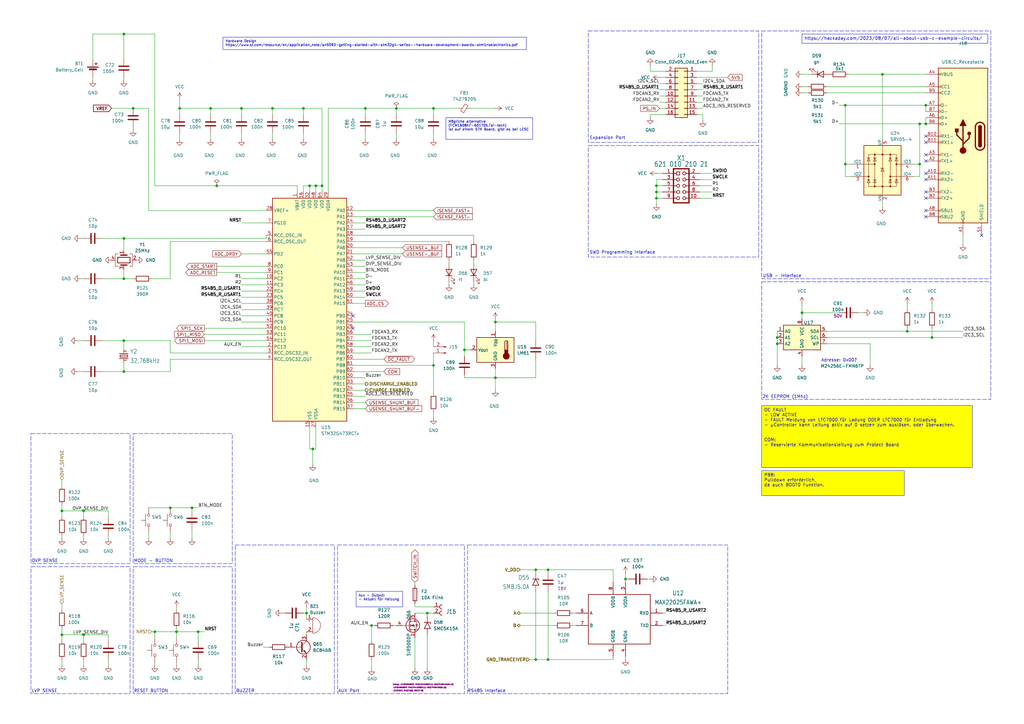
<source format=kicad_sch>
(kicad_sch
	(version 20250114)
	(generator "eeschema")
	(generator_version "9.0")
	(uuid "5f8b4aef-32eb-44a5-ac07-33765c2ecb50")
	(paper "A3")
	(title_block
		(title "Controller and Interfaces")
		(company "ECS Falko Jahn e.K.")
	)
	(lib_symbols
		(symbol "Connector:Conn_01x02_Pin"
			(pin_names
				(offset 1.016)
				(hide yes)
			)
			(exclude_from_sim no)
			(in_bom yes)
			(on_board yes)
			(property "Reference" "J"
				(at 0 2.54 0)
				(effects
					(font
						(size 1.27 1.27)
					)
				)
			)
			(property "Value" "Conn_01x02_Pin"
				(at 0 -5.08 0)
				(effects
					(font
						(size 1.27 1.27)
					)
				)
			)
			(property "Footprint" ""
				(at 0 0 0)
				(effects
					(font
						(size 1.27 1.27)
					)
					(hide yes)
				)
			)
			(property "Datasheet" "~"
				(at 0 0 0)
				(effects
					(font
						(size 1.27 1.27)
					)
					(hide yes)
				)
			)
			(property "Description" "Generic connector, single row, 01x02, script generated"
				(at 0 0 0)
				(effects
					(font
						(size 1.27 1.27)
					)
					(hide yes)
				)
			)
			(property "ki_locked" ""
				(at 0 0 0)
				(effects
					(font
						(size 1.27 1.27)
					)
				)
			)
			(property "ki_keywords" "connector"
				(at 0 0 0)
				(effects
					(font
						(size 1.27 1.27)
					)
					(hide yes)
				)
			)
			(property "ki_fp_filters" "Connector*:*_1x??_*"
				(at 0 0 0)
				(effects
					(font
						(size 1.27 1.27)
					)
					(hide yes)
				)
			)
			(symbol "Conn_01x02_Pin_1_1"
				(rectangle
					(start 0.8636 0.127)
					(end 0 -0.127)
					(stroke
						(width 0.1524)
						(type default)
					)
					(fill
						(type outline)
					)
				)
				(rectangle
					(start 0.8636 -2.413)
					(end 0 -2.667)
					(stroke
						(width 0.1524)
						(type default)
					)
					(fill
						(type outline)
					)
				)
				(polyline
					(pts
						(xy 1.27 0) (xy 0.8636 0)
					)
					(stroke
						(width 0.1524)
						(type default)
					)
					(fill
						(type none)
					)
				)
				(polyline
					(pts
						(xy 1.27 -2.54) (xy 0.8636 -2.54)
					)
					(stroke
						(width 0.1524)
						(type default)
					)
					(fill
						(type none)
					)
				)
				(pin passive line
					(at 5.08 0 180)
					(length 3.81)
					(name "Pin_1"
						(effects
							(font
								(size 1.27 1.27)
							)
						)
					)
					(number "1"
						(effects
							(font
								(size 1.27 1.27)
							)
						)
					)
				)
				(pin passive line
					(at 5.08 -2.54 180)
					(length 3.81)
					(name "Pin_2"
						(effects
							(font
								(size 1.27 1.27)
							)
						)
					)
					(number "2"
						(effects
							(font
								(size 1.27 1.27)
							)
						)
					)
				)
			)
			(embedded_fonts no)
		)
		(symbol "Connector:USB_C_Receptacle"
			(pin_names
				(offset 1.016)
			)
			(exclude_from_sim no)
			(in_bom yes)
			(on_board yes)
			(property "Reference" "J"
				(at -10.16 29.21 0)
				(effects
					(font
						(size 1.27 1.27)
					)
					(justify left)
				)
			)
			(property "Value" "USB_C_Receptacle"
				(at 10.16 29.21 0)
				(effects
					(font
						(size 1.27 1.27)
					)
					(justify right)
				)
			)
			(property "Footprint" ""
				(at 3.81 0 0)
				(effects
					(font
						(size 1.27 1.27)
					)
					(hide yes)
				)
			)
			(property "Datasheet" "https://www.usb.org/sites/default/files/documents/usb_type-c.zip"
				(at 3.81 0 0)
				(effects
					(font
						(size 1.27 1.27)
					)
					(hide yes)
				)
			)
			(property "Description" "USB Full-Featured Type-C Receptacle connector"
				(at 0 0 0)
				(effects
					(font
						(size 1.27 1.27)
					)
					(hide yes)
				)
			)
			(property "ki_keywords" "usb universal serial bus type-C full-featured"
				(at 0 0 0)
				(effects
					(font
						(size 1.27 1.27)
					)
					(hide yes)
				)
			)
			(property "ki_fp_filters" "USB*C*Receptacle*"
				(at 0 0 0)
				(effects
					(font
						(size 1.27 1.27)
					)
					(hide yes)
				)
			)
			(symbol "USB_C_Receptacle_0_0"
				(rectangle
					(start -0.254 -35.56)
					(end 0.254 -34.544)
					(stroke
						(width 0)
						(type default)
					)
					(fill
						(type none)
					)
				)
				(rectangle
					(start 10.16 25.654)
					(end 9.144 25.146)
					(stroke
						(width 0)
						(type default)
					)
					(fill
						(type none)
					)
				)
				(rectangle
					(start 10.16 20.574)
					(end 9.144 20.066)
					(stroke
						(width 0)
						(type default)
					)
					(fill
						(type none)
					)
				)
				(rectangle
					(start 10.16 18.034)
					(end 9.144 17.526)
					(stroke
						(width 0)
						(type default)
					)
					(fill
						(type none)
					)
				)
				(rectangle
					(start 10.16 12.954)
					(end 9.144 12.446)
					(stroke
						(width 0)
						(type default)
					)
					(fill
						(type none)
					)
				)
				(rectangle
					(start 10.16 10.414)
					(end 9.144 9.906)
					(stroke
						(width 0)
						(type default)
					)
					(fill
						(type none)
					)
				)
				(rectangle
					(start 10.16 7.874)
					(end 9.144 7.366)
					(stroke
						(width 0)
						(type default)
					)
					(fill
						(type none)
					)
				)
				(rectangle
					(start 10.16 5.334)
					(end 9.144 4.826)
					(stroke
						(width 0)
						(type default)
					)
					(fill
						(type none)
					)
				)
				(rectangle
					(start 10.16 0.254)
					(end 9.144 -0.254)
					(stroke
						(width 0)
						(type default)
					)
					(fill
						(type none)
					)
				)
				(rectangle
					(start 10.16 -2.286)
					(end 9.144 -2.794)
					(stroke
						(width 0)
						(type default)
					)
					(fill
						(type none)
					)
				)
				(rectangle
					(start 10.16 -7.366)
					(end 9.144 -7.874)
					(stroke
						(width 0)
						(type default)
					)
					(fill
						(type none)
					)
				)
				(rectangle
					(start 10.16 -9.906)
					(end 9.144 -10.414)
					(stroke
						(width 0)
						(type default)
					)
					(fill
						(type none)
					)
				)
				(rectangle
					(start 10.16 -14.986)
					(end 9.144 -15.494)
					(stroke
						(width 0)
						(type default)
					)
					(fill
						(type none)
					)
				)
				(rectangle
					(start 10.16 -17.526)
					(end 9.144 -18.034)
					(stroke
						(width 0)
						(type default)
					)
					(fill
						(type none)
					)
				)
				(rectangle
					(start 10.16 -22.606)
					(end 9.144 -23.114)
					(stroke
						(width 0)
						(type default)
					)
					(fill
						(type none)
					)
				)
				(rectangle
					(start 10.16 -25.146)
					(end 9.144 -25.654)
					(stroke
						(width 0)
						(type default)
					)
					(fill
						(type none)
					)
				)
				(rectangle
					(start 10.16 -30.226)
					(end 9.144 -30.734)
					(stroke
						(width 0)
						(type default)
					)
					(fill
						(type none)
					)
				)
				(rectangle
					(start 10.16 -32.766)
					(end 9.144 -33.274)
					(stroke
						(width 0)
						(type default)
					)
					(fill
						(type none)
					)
				)
			)
			(symbol "USB_C_Receptacle_0_1"
				(rectangle
					(start -10.16 27.94)
					(end 10.16 -35.56)
					(stroke
						(width 0.254)
						(type default)
					)
					(fill
						(type background)
					)
				)
				(polyline
					(pts
						(xy -8.89 -3.81) (xy -8.89 3.81)
					)
					(stroke
						(width 0.508)
						(type default)
					)
					(fill
						(type none)
					)
				)
				(rectangle
					(start -7.62 -3.81)
					(end -6.35 3.81)
					(stroke
						(width 0.254)
						(type default)
					)
					(fill
						(type outline)
					)
				)
				(arc
					(start -7.62 3.81)
					(mid -6.985 4.4423)
					(end -6.35 3.81)
					(stroke
						(width 0.254)
						(type default)
					)
					(fill
						(type none)
					)
				)
				(arc
					(start -7.62 3.81)
					(mid -6.985 4.4423)
					(end -6.35 3.81)
					(stroke
						(width 0.254)
						(type default)
					)
					(fill
						(type outline)
					)
				)
				(arc
					(start -8.89 3.81)
					(mid -6.985 5.7067)
					(end -5.08 3.81)
					(stroke
						(width 0.508)
						(type default)
					)
					(fill
						(type none)
					)
				)
				(arc
					(start -5.08 -3.81)
					(mid -6.985 -5.7067)
					(end -8.89 -3.81)
					(stroke
						(width 0.508)
						(type default)
					)
					(fill
						(type none)
					)
				)
				(arc
					(start -6.35 -3.81)
					(mid -6.985 -4.4423)
					(end -7.62 -3.81)
					(stroke
						(width 0.254)
						(type default)
					)
					(fill
						(type none)
					)
				)
				(arc
					(start -6.35 -3.81)
					(mid -6.985 -4.4423)
					(end -7.62 -3.81)
					(stroke
						(width 0.254)
						(type default)
					)
					(fill
						(type outline)
					)
				)
				(polyline
					(pts
						(xy -5.08 3.81) (xy -5.08 -3.81)
					)
					(stroke
						(width 0.508)
						(type default)
					)
					(fill
						(type none)
					)
				)
			)
			(symbol "USB_C_Receptacle_1_1"
				(circle
					(center -2.54 1.143)
					(radius 0.635)
					(stroke
						(width 0.254)
						(type default)
					)
					(fill
						(type outline)
					)
				)
				(polyline
					(pts
						(xy -1.27 4.318) (xy 0 6.858) (xy 1.27 4.318) (xy -1.27 4.318)
					)
					(stroke
						(width 0.254)
						(type default)
					)
					(fill
						(type outline)
					)
				)
				(polyline
					(pts
						(xy 0 -2.032) (xy 2.54 0.508) (xy 2.54 1.778)
					)
					(stroke
						(width 0.508)
						(type default)
					)
					(fill
						(type none)
					)
				)
				(polyline
					(pts
						(xy 0 -3.302) (xy -2.54 -0.762) (xy -2.54 0.508)
					)
					(stroke
						(width 0.508)
						(type default)
					)
					(fill
						(type none)
					)
				)
				(polyline
					(pts
						(xy 0 -5.842) (xy 0 4.318)
					)
					(stroke
						(width 0.508)
						(type default)
					)
					(fill
						(type none)
					)
				)
				(circle
					(center 0 -5.842)
					(radius 1.27)
					(stroke
						(width 0)
						(type default)
					)
					(fill
						(type outline)
					)
				)
				(rectangle
					(start 1.905 1.778)
					(end 3.175 3.048)
					(stroke
						(width 0.254)
						(type default)
					)
					(fill
						(type outline)
					)
				)
				(pin passive line
					(at -7.62 -40.64 90)
					(length 5.08)
					(name "SHIELD"
						(effects
							(font
								(size 1.27 1.27)
							)
						)
					)
					(number "S1"
						(effects
							(font
								(size 1.27 1.27)
							)
						)
					)
				)
				(pin passive line
					(at 0 -40.64 90)
					(length 5.08)
					(name "GND"
						(effects
							(font
								(size 1.27 1.27)
							)
						)
					)
					(number "A1"
						(effects
							(font
								(size 1.27 1.27)
							)
						)
					)
				)
				(pin passive line
					(at 0 -40.64 90)
					(length 5.08)
					(hide yes)
					(name "GND"
						(effects
							(font
								(size 1.27 1.27)
							)
						)
					)
					(number "A12"
						(effects
							(font
								(size 1.27 1.27)
							)
						)
					)
				)
				(pin passive line
					(at 0 -40.64 90)
					(length 5.08)
					(hide yes)
					(name "GND"
						(effects
							(font
								(size 1.27 1.27)
							)
						)
					)
					(number "B1"
						(effects
							(font
								(size 1.27 1.27)
							)
						)
					)
				)
				(pin passive line
					(at 0 -40.64 90)
					(length 5.08)
					(hide yes)
					(name "GND"
						(effects
							(font
								(size 1.27 1.27)
							)
						)
					)
					(number "B12"
						(effects
							(font
								(size 1.27 1.27)
							)
						)
					)
				)
				(pin passive line
					(at 15.24 25.4 180)
					(length 5.08)
					(name "VBUS"
						(effects
							(font
								(size 1.27 1.27)
							)
						)
					)
					(number "A4"
						(effects
							(font
								(size 1.27 1.27)
							)
						)
					)
				)
				(pin passive line
					(at 15.24 25.4 180)
					(length 5.08)
					(hide yes)
					(name "VBUS"
						(effects
							(font
								(size 1.27 1.27)
							)
						)
					)
					(number "A9"
						(effects
							(font
								(size 1.27 1.27)
							)
						)
					)
				)
				(pin passive line
					(at 15.24 25.4 180)
					(length 5.08)
					(hide yes)
					(name "VBUS"
						(effects
							(font
								(size 1.27 1.27)
							)
						)
					)
					(number "B4"
						(effects
							(font
								(size 1.27 1.27)
							)
						)
					)
				)
				(pin passive line
					(at 15.24 25.4 180)
					(length 5.08)
					(hide yes)
					(name "VBUS"
						(effects
							(font
								(size 1.27 1.27)
							)
						)
					)
					(number "B9"
						(effects
							(font
								(size 1.27 1.27)
							)
						)
					)
				)
				(pin bidirectional line
					(at 15.24 20.32 180)
					(length 5.08)
					(name "CC1"
						(effects
							(font
								(size 1.27 1.27)
							)
						)
					)
					(number "A5"
						(effects
							(font
								(size 1.27 1.27)
							)
						)
					)
				)
				(pin bidirectional line
					(at 15.24 17.78 180)
					(length 5.08)
					(name "CC2"
						(effects
							(font
								(size 1.27 1.27)
							)
						)
					)
					(number "B5"
						(effects
							(font
								(size 1.27 1.27)
							)
						)
					)
				)
				(pin bidirectional line
					(at 15.24 12.7 180)
					(length 5.08)
					(name "D-"
						(effects
							(font
								(size 1.27 1.27)
							)
						)
					)
					(number "A7"
						(effects
							(font
								(size 1.27 1.27)
							)
						)
					)
				)
				(pin bidirectional line
					(at 15.24 10.16 180)
					(length 5.08)
					(name "D-"
						(effects
							(font
								(size 1.27 1.27)
							)
						)
					)
					(number "B7"
						(effects
							(font
								(size 1.27 1.27)
							)
						)
					)
				)
				(pin bidirectional line
					(at 15.24 7.62 180)
					(length 5.08)
					(name "D+"
						(effects
							(font
								(size 1.27 1.27)
							)
						)
					)
					(number "A6"
						(effects
							(font
								(size 1.27 1.27)
							)
						)
					)
				)
				(pin bidirectional line
					(at 15.24 5.08 180)
					(length 5.08)
					(name "D+"
						(effects
							(font
								(size 1.27 1.27)
							)
						)
					)
					(number "B6"
						(effects
							(font
								(size 1.27 1.27)
							)
						)
					)
				)
				(pin bidirectional line
					(at 15.24 0 180)
					(length 5.08)
					(name "RX1-"
						(effects
							(font
								(size 1.27 1.27)
							)
						)
					)
					(number "B10"
						(effects
							(font
								(size 1.27 1.27)
							)
						)
					)
				)
				(pin bidirectional line
					(at 15.24 -2.54 180)
					(length 5.08)
					(name "RX1+"
						(effects
							(font
								(size 1.27 1.27)
							)
						)
					)
					(number "B11"
						(effects
							(font
								(size 1.27 1.27)
							)
						)
					)
				)
				(pin bidirectional line
					(at 15.24 -7.62 180)
					(length 5.08)
					(name "TX1-"
						(effects
							(font
								(size 1.27 1.27)
							)
						)
					)
					(number "A3"
						(effects
							(font
								(size 1.27 1.27)
							)
						)
					)
				)
				(pin bidirectional line
					(at 15.24 -10.16 180)
					(length 5.08)
					(name "TX1+"
						(effects
							(font
								(size 1.27 1.27)
							)
						)
					)
					(number "A2"
						(effects
							(font
								(size 1.27 1.27)
							)
						)
					)
				)
				(pin bidirectional line
					(at 15.24 -15.24 180)
					(length 5.08)
					(name "RX2-"
						(effects
							(font
								(size 1.27 1.27)
							)
						)
					)
					(number "A10"
						(effects
							(font
								(size 1.27 1.27)
							)
						)
					)
				)
				(pin bidirectional line
					(at 15.24 -17.78 180)
					(length 5.08)
					(name "RX2+"
						(effects
							(font
								(size 1.27 1.27)
							)
						)
					)
					(number "A11"
						(effects
							(font
								(size 1.27 1.27)
							)
						)
					)
				)
				(pin bidirectional line
					(at 15.24 -22.86 180)
					(length 5.08)
					(name "TX2-"
						(effects
							(font
								(size 1.27 1.27)
							)
						)
					)
					(number "B3"
						(effects
							(font
								(size 1.27 1.27)
							)
						)
					)
				)
				(pin bidirectional line
					(at 15.24 -25.4 180)
					(length 5.08)
					(name "TX2+"
						(effects
							(font
								(size 1.27 1.27)
							)
						)
					)
					(number "B2"
						(effects
							(font
								(size 1.27 1.27)
							)
						)
					)
				)
				(pin bidirectional line
					(at 15.24 -30.48 180)
					(length 5.08)
					(name "SBU1"
						(effects
							(font
								(size 1.27 1.27)
							)
						)
					)
					(number "A8"
						(effects
							(font
								(size 1.27 1.27)
							)
						)
					)
				)
				(pin bidirectional line
					(at 15.24 -33.02 180)
					(length 5.08)
					(name "SBU2"
						(effects
							(font
								(size 1.27 1.27)
							)
						)
					)
					(number "B8"
						(effects
							(font
								(size 1.27 1.27)
							)
						)
					)
				)
			)
			(embedded_fonts no)
		)
		(symbol "Connector_Generic:Conn_02x08_Odd_Even"
			(pin_names
				(offset 1.016)
				(hide yes)
			)
			(exclude_from_sim no)
			(in_bom yes)
			(on_board yes)
			(property "Reference" "J"
				(at 1.27 10.16 0)
				(effects
					(font
						(size 1.27 1.27)
					)
				)
			)
			(property "Value" "Conn_02x08_Odd_Even"
				(at 1.27 -12.7 0)
				(effects
					(font
						(size 1.27 1.27)
					)
				)
			)
			(property "Footprint" ""
				(at 0 0 0)
				(effects
					(font
						(size 1.27 1.27)
					)
					(hide yes)
				)
			)
			(property "Datasheet" "~"
				(at 0 0 0)
				(effects
					(font
						(size 1.27 1.27)
					)
					(hide yes)
				)
			)
			(property "Description" "Generic connector, double row, 02x08, odd/even pin numbering scheme (row 1 odd numbers, row 2 even numbers), script generated (kicad-library-utils/schlib/autogen/connector/)"
				(at 0 0 0)
				(effects
					(font
						(size 1.27 1.27)
					)
					(hide yes)
				)
			)
			(property "ki_keywords" "connector"
				(at 0 0 0)
				(effects
					(font
						(size 1.27 1.27)
					)
					(hide yes)
				)
			)
			(property "ki_fp_filters" "Connector*:*_2x??_*"
				(at 0 0 0)
				(effects
					(font
						(size 1.27 1.27)
					)
					(hide yes)
				)
			)
			(symbol "Conn_02x08_Odd_Even_1_1"
				(rectangle
					(start -1.27 8.89)
					(end 3.81 -11.43)
					(stroke
						(width 0.254)
						(type default)
					)
					(fill
						(type background)
					)
				)
				(rectangle
					(start -1.27 7.747)
					(end 0 7.493)
					(stroke
						(width 0.1524)
						(type default)
					)
					(fill
						(type none)
					)
				)
				(rectangle
					(start -1.27 5.207)
					(end 0 4.953)
					(stroke
						(width 0.1524)
						(type default)
					)
					(fill
						(type none)
					)
				)
				(rectangle
					(start -1.27 2.667)
					(end 0 2.413)
					(stroke
						(width 0.1524)
						(type default)
					)
					(fill
						(type none)
					)
				)
				(rectangle
					(start -1.27 0.127)
					(end 0 -0.127)
					(stroke
						(width 0.1524)
						(type default)
					)
					(fill
						(type none)
					)
				)
				(rectangle
					(start -1.27 -2.413)
					(end 0 -2.667)
					(stroke
						(width 0.1524)
						(type default)
					)
					(fill
						(type none)
					)
				)
				(rectangle
					(start -1.27 -4.953)
					(end 0 -5.207)
					(stroke
						(width 0.1524)
						(type default)
					)
					(fill
						(type none)
					)
				)
				(rectangle
					(start -1.27 -7.493)
					(end 0 -7.747)
					(stroke
						(width 0.1524)
						(type default)
					)
					(fill
						(type none)
					)
				)
				(rectangle
					(start -1.27 -10.033)
					(end 0 -10.287)
					(stroke
						(width 0.1524)
						(type default)
					)
					(fill
						(type none)
					)
				)
				(rectangle
					(start 3.81 7.747)
					(end 2.54 7.493)
					(stroke
						(width 0.1524)
						(type default)
					)
					(fill
						(type none)
					)
				)
				(rectangle
					(start 3.81 5.207)
					(end 2.54 4.953)
					(stroke
						(width 0.1524)
						(type default)
					)
					(fill
						(type none)
					)
				)
				(rectangle
					(start 3.81 2.667)
					(end 2.54 2.413)
					(stroke
						(width 0.1524)
						(type default)
					)
					(fill
						(type none)
					)
				)
				(rectangle
					(start 3.81 0.127)
					(end 2.54 -0.127)
					(stroke
						(width 0.1524)
						(type default)
					)
					(fill
						(type none)
					)
				)
				(rectangle
					(start 3.81 -2.413)
					(end 2.54 -2.667)
					(stroke
						(width 0.1524)
						(type default)
					)
					(fill
						(type none)
					)
				)
				(rectangle
					(start 3.81 -4.953)
					(end 2.54 -5.207)
					(stroke
						(width 0.1524)
						(type default)
					)
					(fill
						(type none)
					)
				)
				(rectangle
					(start 3.81 -7.493)
					(end 2.54 -7.747)
					(stroke
						(width 0.1524)
						(type default)
					)
					(fill
						(type none)
					)
				)
				(rectangle
					(start 3.81 -10.033)
					(end 2.54 -10.287)
					(stroke
						(width 0.1524)
						(type default)
					)
					(fill
						(type none)
					)
				)
				(pin passive line
					(at -5.08 7.62 0)
					(length 3.81)
					(name "Pin_1"
						(effects
							(font
								(size 1.27 1.27)
							)
						)
					)
					(number "1"
						(effects
							(font
								(size 1.27 1.27)
							)
						)
					)
				)
				(pin passive line
					(at -5.08 5.08 0)
					(length 3.81)
					(name "Pin_3"
						(effects
							(font
								(size 1.27 1.27)
							)
						)
					)
					(number "3"
						(effects
							(font
								(size 1.27 1.27)
							)
						)
					)
				)
				(pin passive line
					(at -5.08 2.54 0)
					(length 3.81)
					(name "Pin_5"
						(effects
							(font
								(size 1.27 1.27)
							)
						)
					)
					(number "5"
						(effects
							(font
								(size 1.27 1.27)
							)
						)
					)
				)
				(pin passive line
					(at -5.08 0 0)
					(length 3.81)
					(name "Pin_7"
						(effects
							(font
								(size 1.27 1.27)
							)
						)
					)
					(number "7"
						(effects
							(font
								(size 1.27 1.27)
							)
						)
					)
				)
				(pin passive line
					(at -5.08 -2.54 0)
					(length 3.81)
					(name "Pin_9"
						(effects
							(font
								(size 1.27 1.27)
							)
						)
					)
					(number "9"
						(effects
							(font
								(size 1.27 1.27)
							)
						)
					)
				)
				(pin passive line
					(at -5.08 -5.08 0)
					(length 3.81)
					(name "Pin_11"
						(effects
							(font
								(size 1.27 1.27)
							)
						)
					)
					(number "11"
						(effects
							(font
								(size 1.27 1.27)
							)
						)
					)
				)
				(pin passive line
					(at -5.08 -7.62 0)
					(length 3.81)
					(name "Pin_13"
						(effects
							(font
								(size 1.27 1.27)
							)
						)
					)
					(number "13"
						(effects
							(font
								(size 1.27 1.27)
							)
						)
					)
				)
				(pin passive line
					(at -5.08 -10.16 0)
					(length 3.81)
					(name "Pin_15"
						(effects
							(font
								(size 1.27 1.27)
							)
						)
					)
					(number "15"
						(effects
							(font
								(size 1.27 1.27)
							)
						)
					)
				)
				(pin passive line
					(at 7.62 7.62 180)
					(length 3.81)
					(name "Pin_2"
						(effects
							(font
								(size 1.27 1.27)
							)
						)
					)
					(number "2"
						(effects
							(font
								(size 1.27 1.27)
							)
						)
					)
				)
				(pin passive line
					(at 7.62 5.08 180)
					(length 3.81)
					(name "Pin_4"
						(effects
							(font
								(size 1.27 1.27)
							)
						)
					)
					(number "4"
						(effects
							(font
								(size 1.27 1.27)
							)
						)
					)
				)
				(pin passive line
					(at 7.62 2.54 180)
					(length 3.81)
					(name "Pin_6"
						(effects
							(font
								(size 1.27 1.27)
							)
						)
					)
					(number "6"
						(effects
							(font
								(size 1.27 1.27)
							)
						)
					)
				)
				(pin passive line
					(at 7.62 0 180)
					(length 3.81)
					(name "Pin_8"
						(effects
							(font
								(size 1.27 1.27)
							)
						)
					)
					(number "8"
						(effects
							(font
								(size 1.27 1.27)
							)
						)
					)
				)
				(pin passive line
					(at 7.62 -2.54 180)
					(length 3.81)
					(name "Pin_10"
						(effects
							(font
								(size 1.27 1.27)
							)
						)
					)
					(number "10"
						(effects
							(font
								(size 1.27 1.27)
							)
						)
					)
				)
				(pin passive line
					(at 7.62 -5.08 180)
					(length 3.81)
					(name "Pin_12"
						(effects
							(font
								(size 1.27 1.27)
							)
						)
					)
					(number "12"
						(effects
							(font
								(size 1.27 1.27)
							)
						)
					)
				)
				(pin passive line
					(at 7.62 -7.62 180)
					(length 3.81)
					(name "Pin_14"
						(effects
							(font
								(size 1.27 1.27)
							)
						)
					)
					(number "14"
						(effects
							(font
								(size 1.27 1.27)
							)
						)
					)
				)
				(pin passive line
					(at 7.62 -10.16 180)
					(length 3.81)
					(name "Pin_16"
						(effects
							(font
								(size 1.27 1.27)
							)
						)
					)
					(number "16"
						(effects
							(font
								(size 1.27 1.27)
							)
						)
					)
				)
			)
			(embedded_fonts no)
		)
		(symbol "Device:Battery_Cell"
			(pin_numbers
				(hide yes)
			)
			(pin_names
				(offset 0)
				(hide yes)
			)
			(exclude_from_sim no)
			(in_bom yes)
			(on_board yes)
			(property "Reference" "BT"
				(at 2.54 2.54 0)
				(effects
					(font
						(size 1.27 1.27)
					)
					(justify left)
				)
			)
			(property "Value" "Battery_Cell"
				(at 2.54 0 0)
				(effects
					(font
						(size 1.27 1.27)
					)
					(justify left)
				)
			)
			(property "Footprint" ""
				(at 0 1.524 90)
				(effects
					(font
						(size 1.27 1.27)
					)
					(hide yes)
				)
			)
			(property "Datasheet" "~"
				(at 0 1.524 90)
				(effects
					(font
						(size 1.27 1.27)
					)
					(hide yes)
				)
			)
			(property "Description" "Single-cell battery"
				(at 0 0 0)
				(effects
					(font
						(size 1.27 1.27)
					)
					(hide yes)
				)
			)
			(property "ki_keywords" "battery cell"
				(at 0 0 0)
				(effects
					(font
						(size 1.27 1.27)
					)
					(hide yes)
				)
			)
			(symbol "Battery_Cell_0_1"
				(rectangle
					(start -2.286 1.778)
					(end 2.286 1.524)
					(stroke
						(width 0)
						(type default)
					)
					(fill
						(type outline)
					)
				)
				(rectangle
					(start -1.524 1.016)
					(end 1.524 0.508)
					(stroke
						(width 0)
						(type default)
					)
					(fill
						(type outline)
					)
				)
				(polyline
					(pts
						(xy 0 1.778) (xy 0 2.54)
					)
					(stroke
						(width 0)
						(type default)
					)
					(fill
						(type none)
					)
				)
				(polyline
					(pts
						(xy 0 0.762) (xy 0 0)
					)
					(stroke
						(width 0)
						(type default)
					)
					(fill
						(type none)
					)
				)
				(polyline
					(pts
						(xy 0.762 3.048) (xy 1.778 3.048)
					)
					(stroke
						(width 0.254)
						(type default)
					)
					(fill
						(type none)
					)
				)
				(polyline
					(pts
						(xy 1.27 3.556) (xy 1.27 2.54)
					)
					(stroke
						(width 0.254)
						(type default)
					)
					(fill
						(type none)
					)
				)
			)
			(symbol "Battery_Cell_1_1"
				(pin passive line
					(at 0 5.08 270)
					(length 2.54)
					(name "+"
						(effects
							(font
								(size 1.27 1.27)
							)
						)
					)
					(number "1"
						(effects
							(font
								(size 1.27 1.27)
							)
						)
					)
				)
				(pin passive line
					(at 0 -2.54 90)
					(length 2.54)
					(name "-"
						(effects
							(font
								(size 1.27 1.27)
							)
						)
					)
					(number "2"
						(effects
							(font
								(size 1.27 1.27)
							)
						)
					)
				)
			)
			(embedded_fonts no)
		)
		(symbol "Device:Buzzer"
			(pin_names
				(offset 0.0254)
				(hide yes)
			)
			(exclude_from_sim no)
			(in_bom yes)
			(on_board yes)
			(property "Reference" "BZ"
				(at 3.81 1.27 0)
				(effects
					(font
						(size 1.27 1.27)
					)
					(justify left)
				)
			)
			(property "Value" "Buzzer"
				(at 3.81 -1.27 0)
				(effects
					(font
						(size 1.27 1.27)
					)
					(justify left)
				)
			)
			(property "Footprint" ""
				(at -0.635 2.54 90)
				(effects
					(font
						(size 1.27 1.27)
					)
					(hide yes)
				)
			)
			(property "Datasheet" "~"
				(at -0.635 2.54 90)
				(effects
					(font
						(size 1.27 1.27)
					)
					(hide yes)
				)
			)
			(property "Description" "Buzzer, polarized"
				(at 0 0 0)
				(effects
					(font
						(size 1.27 1.27)
					)
					(hide yes)
				)
			)
			(property "ki_keywords" "quartz resonator ceramic"
				(at 0 0 0)
				(effects
					(font
						(size 1.27 1.27)
					)
					(hide yes)
				)
			)
			(property "ki_fp_filters" "*Buzzer*"
				(at 0 0 0)
				(effects
					(font
						(size 1.27 1.27)
					)
					(hide yes)
				)
			)
			(symbol "Buzzer_0_1"
				(polyline
					(pts
						(xy -1.651 1.905) (xy -1.143 1.905)
					)
					(stroke
						(width 0)
						(type default)
					)
					(fill
						(type none)
					)
				)
				(polyline
					(pts
						(xy -1.397 2.159) (xy -1.397 1.651)
					)
					(stroke
						(width 0)
						(type default)
					)
					(fill
						(type none)
					)
				)
				(arc
					(start 0 3.175)
					(mid 3.1612 0)
					(end 0 -3.175)
					(stroke
						(width 0)
						(type default)
					)
					(fill
						(type none)
					)
				)
				(polyline
					(pts
						(xy 0 3.175) (xy 0 -3.175)
					)
					(stroke
						(width 0)
						(type default)
					)
					(fill
						(type none)
					)
				)
			)
			(symbol "Buzzer_1_1"
				(pin passive line
					(at -2.54 2.54 0)
					(length 2.54)
					(name "+"
						(effects
							(font
								(size 1.27 1.27)
							)
						)
					)
					(number "1"
						(effects
							(font
								(size 1.27 1.27)
							)
						)
					)
				)
				(pin passive line
					(at -2.54 -2.54 0)
					(length 2.54)
					(name "-"
						(effects
							(font
								(size 1.27 1.27)
							)
						)
					)
					(number "2"
						(effects
							(font
								(size 1.27 1.27)
							)
						)
					)
				)
			)
			(embedded_fonts no)
		)
		(symbol "Device:C"
			(pin_numbers
				(hide yes)
			)
			(pin_names
				(offset 0.254)
			)
			(exclude_from_sim no)
			(in_bom yes)
			(on_board yes)
			(property "Reference" "C"
				(at 0.635 2.54 0)
				(effects
					(font
						(size 1.27 1.27)
					)
					(justify left)
				)
			)
			(property "Value" "C"
				(at 0.635 -2.54 0)
				(effects
					(font
						(size 1.27 1.27)
					)
					(justify left)
				)
			)
			(property "Footprint" ""
				(at 0.9652 -3.81 0)
				(effects
					(font
						(size 1.27 1.27)
					)
					(hide yes)
				)
			)
			(property "Datasheet" "~"
				(at 0 0 0)
				(effects
					(font
						(size 1.27 1.27)
					)
					(hide yes)
				)
			)
			(property "Description" "Unpolarized capacitor"
				(at 0 0 0)
				(effects
					(font
						(size 1.27 1.27)
					)
					(hide yes)
				)
			)
			(property "ki_keywords" "cap capacitor"
				(at 0 0 0)
				(effects
					(font
						(size 1.27 1.27)
					)
					(hide yes)
				)
			)
			(property "ki_fp_filters" "C_*"
				(at 0 0 0)
				(effects
					(font
						(size 1.27 1.27)
					)
					(hide yes)
				)
			)
			(symbol "C_0_1"
				(polyline
					(pts
						(xy -2.032 0.762) (xy 2.032 0.762)
					)
					(stroke
						(width 0.508)
						(type default)
					)
					(fill
						(type none)
					)
				)
				(polyline
					(pts
						(xy -2.032 -0.762) (xy 2.032 -0.762)
					)
					(stroke
						(width 0.508)
						(type default)
					)
					(fill
						(type none)
					)
				)
			)
			(symbol "C_1_1"
				(pin passive line
					(at 0 3.81 270)
					(length 2.794)
					(name "~"
						(effects
							(font
								(size 1.27 1.27)
							)
						)
					)
					(number "1"
						(effects
							(font
								(size 1.27 1.27)
							)
						)
					)
				)
				(pin passive line
					(at 0 -3.81 90)
					(length 2.794)
					(name "~"
						(effects
							(font
								(size 1.27 1.27)
							)
						)
					)
					(number "2"
						(effects
							(font
								(size 1.27 1.27)
							)
						)
					)
				)
			)
			(embedded_fonts no)
		)
		(symbol "Device:Crystal_GND24"
			(pin_names
				(offset 1.016)
				(hide yes)
			)
			(exclude_from_sim no)
			(in_bom yes)
			(on_board yes)
			(property "Reference" "Y"
				(at 3.175 5.08 0)
				(effects
					(font
						(size 1.27 1.27)
					)
					(justify left)
				)
			)
			(property "Value" "Crystal_GND24"
				(at 3.175 3.175 0)
				(effects
					(font
						(size 1.27 1.27)
					)
					(justify left)
				)
			)
			(property "Footprint" ""
				(at 0 0 0)
				(effects
					(font
						(size 1.27 1.27)
					)
					(hide yes)
				)
			)
			(property "Datasheet" "~"
				(at 0 0 0)
				(effects
					(font
						(size 1.27 1.27)
					)
					(hide yes)
				)
			)
			(property "Description" "Four pin crystal, GND on pins 2 and 4"
				(at 0 0 0)
				(effects
					(font
						(size 1.27 1.27)
					)
					(hide yes)
				)
			)
			(property "ki_keywords" "quartz ceramic resonator oscillator"
				(at 0 0 0)
				(effects
					(font
						(size 1.27 1.27)
					)
					(hide yes)
				)
			)
			(property "ki_fp_filters" "Crystal*"
				(at 0 0 0)
				(effects
					(font
						(size 1.27 1.27)
					)
					(hide yes)
				)
			)
			(symbol "Crystal_GND24_0_1"
				(polyline
					(pts
						(xy -2.54 2.286) (xy -2.54 3.556) (xy 2.54 3.556) (xy 2.54 2.286)
					)
					(stroke
						(width 0)
						(type default)
					)
					(fill
						(type none)
					)
				)
				(polyline
					(pts
						(xy -2.54 0) (xy -2.032 0)
					)
					(stroke
						(width 0)
						(type default)
					)
					(fill
						(type none)
					)
				)
				(polyline
					(pts
						(xy -2.54 -2.286) (xy -2.54 -3.556) (xy 2.54 -3.556) (xy 2.54 -2.286)
					)
					(stroke
						(width 0)
						(type default)
					)
					(fill
						(type none)
					)
				)
				(polyline
					(pts
						(xy -2.032 -1.27) (xy -2.032 1.27)
					)
					(stroke
						(width 0.508)
						(type default)
					)
					(fill
						(type none)
					)
				)
				(rectangle
					(start -1.143 2.54)
					(end 1.143 -2.54)
					(stroke
						(width 0.3048)
						(type default)
					)
					(fill
						(type none)
					)
				)
				(polyline
					(pts
						(xy 0 3.556) (xy 0 3.81)
					)
					(stroke
						(width 0)
						(type default)
					)
					(fill
						(type none)
					)
				)
				(polyline
					(pts
						(xy 0 -3.81) (xy 0 -3.556)
					)
					(stroke
						(width 0)
						(type default)
					)
					(fill
						(type none)
					)
				)
				(polyline
					(pts
						(xy 2.032 0) (xy 2.54 0)
					)
					(stroke
						(width 0)
						(type default)
					)
					(fill
						(type none)
					)
				)
				(polyline
					(pts
						(xy 2.032 -1.27) (xy 2.032 1.27)
					)
					(stroke
						(width 0.508)
						(type default)
					)
					(fill
						(type none)
					)
				)
			)
			(symbol "Crystal_GND24_1_1"
				(pin passive line
					(at -3.81 0 0)
					(length 1.27)
					(name "1"
						(effects
							(font
								(size 1.27 1.27)
							)
						)
					)
					(number "1"
						(effects
							(font
								(size 1.27 1.27)
							)
						)
					)
				)
				(pin passive line
					(at 0 5.08 270)
					(length 1.27)
					(name "2"
						(effects
							(font
								(size 1.27 1.27)
							)
						)
					)
					(number "2"
						(effects
							(font
								(size 1.27 1.27)
							)
						)
					)
				)
				(pin passive line
					(at 0 -5.08 90)
					(length 1.27)
					(name "4"
						(effects
							(font
								(size 1.27 1.27)
							)
						)
					)
					(number "4"
						(effects
							(font
								(size 1.27 1.27)
							)
						)
					)
				)
				(pin passive line
					(at 3.81 0 180)
					(length 1.27)
					(name "3"
						(effects
							(font
								(size 1.27 1.27)
							)
						)
					)
					(number "3"
						(effects
							(font
								(size 1.27 1.27)
							)
						)
					)
				)
			)
			(embedded_fonts no)
		)
		(symbol "Device:FerriteBead_Small"
			(pin_numbers
				(hide yes)
			)
			(pin_names
				(offset 0)
			)
			(exclude_from_sim no)
			(in_bom yes)
			(on_board yes)
			(property "Reference" "FB"
				(at 1.905 1.27 0)
				(effects
					(font
						(size 1.27 1.27)
					)
					(justify left)
				)
			)
			(property "Value" "FerriteBead_Small"
				(at 1.905 -1.27 0)
				(effects
					(font
						(size 1.27 1.27)
					)
					(justify left)
				)
			)
			(property "Footprint" ""
				(at -1.778 0 90)
				(effects
					(font
						(size 1.27 1.27)
					)
					(hide yes)
				)
			)
			(property "Datasheet" "~"
				(at 0 0 0)
				(effects
					(font
						(size 1.27 1.27)
					)
					(hide yes)
				)
			)
			(property "Description" "Ferrite bead, small symbol"
				(at 0 0 0)
				(effects
					(font
						(size 1.27 1.27)
					)
					(hide yes)
				)
			)
			(property "ki_keywords" "L ferrite bead inductor filter"
				(at 0 0 0)
				(effects
					(font
						(size 1.27 1.27)
					)
					(hide yes)
				)
			)
			(property "ki_fp_filters" "Inductor_* L_* *Ferrite*"
				(at 0 0 0)
				(effects
					(font
						(size 1.27 1.27)
					)
					(hide yes)
				)
			)
			(symbol "FerriteBead_Small_0_1"
				(polyline
					(pts
						(xy -1.8288 0.2794) (xy -1.1176 1.4986) (xy 1.8288 -0.2032) (xy 1.1176 -1.4224) (xy -1.8288 0.2794)
					)
					(stroke
						(width 0)
						(type default)
					)
					(fill
						(type none)
					)
				)
				(polyline
					(pts
						(xy 0 0.889) (xy 0 1.2954)
					)
					(stroke
						(width 0)
						(type default)
					)
					(fill
						(type none)
					)
				)
				(polyline
					(pts
						(xy 0 -1.27) (xy 0 -0.7874)
					)
					(stroke
						(width 0)
						(type default)
					)
					(fill
						(type none)
					)
				)
			)
			(symbol "FerriteBead_Small_1_1"
				(pin passive line
					(at 0 2.54 270)
					(length 1.27)
					(name "~"
						(effects
							(font
								(size 1.27 1.27)
							)
						)
					)
					(number "1"
						(effects
							(font
								(size 1.27 1.27)
							)
						)
					)
				)
				(pin passive line
					(at 0 -2.54 90)
					(length 1.27)
					(name "~"
						(effects
							(font
								(size 1.27 1.27)
							)
						)
					)
					(number "2"
						(effects
							(font
								(size 1.27 1.27)
							)
						)
					)
				)
			)
			(embedded_fonts no)
		)
		(symbol "Device:Fuse"
			(pin_numbers
				(hide yes)
			)
			(pin_names
				(offset 0)
			)
			(exclude_from_sim no)
			(in_bom yes)
			(on_board yes)
			(property "Reference" "F"
				(at 2.032 0 90)
				(effects
					(font
						(size 1.27 1.27)
					)
				)
			)
			(property "Value" "Fuse"
				(at -1.905 0 90)
				(effects
					(font
						(size 1.27 1.27)
					)
				)
			)
			(property "Footprint" ""
				(at -1.778 0 90)
				(effects
					(font
						(size 1.27 1.27)
					)
					(hide yes)
				)
			)
			(property "Datasheet" "~"
				(at 0 0 0)
				(effects
					(font
						(size 1.27 1.27)
					)
					(hide yes)
				)
			)
			(property "Description" "Fuse"
				(at 0 0 0)
				(effects
					(font
						(size 1.27 1.27)
					)
					(hide yes)
				)
			)
			(property "ki_keywords" "fuse"
				(at 0 0 0)
				(effects
					(font
						(size 1.27 1.27)
					)
					(hide yes)
				)
			)
			(property "ki_fp_filters" "*Fuse*"
				(at 0 0 0)
				(effects
					(font
						(size 1.27 1.27)
					)
					(hide yes)
				)
			)
			(symbol "Fuse_0_1"
				(rectangle
					(start -0.762 -2.54)
					(end 0.762 2.54)
					(stroke
						(width 0.254)
						(type default)
					)
					(fill
						(type none)
					)
				)
				(polyline
					(pts
						(xy 0 2.54) (xy 0 -2.54)
					)
					(stroke
						(width 0)
						(type default)
					)
					(fill
						(type none)
					)
				)
			)
			(symbol "Fuse_1_1"
				(pin passive line
					(at 0 3.81 270)
					(length 1.27)
					(name "~"
						(effects
							(font
								(size 1.27 1.27)
							)
						)
					)
					(number "1"
						(effects
							(font
								(size 1.27 1.27)
							)
						)
					)
				)
				(pin passive line
					(at 0 -3.81 90)
					(length 1.27)
					(name "~"
						(effects
							(font
								(size 1.27 1.27)
							)
						)
					)
					(number "2"
						(effects
							(font
								(size 1.27 1.27)
							)
						)
					)
				)
			)
			(embedded_fonts no)
		)
		(symbol "Device:LED"
			(pin_numbers
				(hide yes)
			)
			(pin_names
				(offset 1.016)
				(hide yes)
			)
			(exclude_from_sim no)
			(in_bom yes)
			(on_board yes)
			(property "Reference" "D"
				(at 0 2.54 0)
				(effects
					(font
						(size 1.27 1.27)
					)
				)
			)
			(property "Value" "LED"
				(at 0 -2.54 0)
				(effects
					(font
						(size 1.27 1.27)
					)
				)
			)
			(property "Footprint" ""
				(at 0 0 0)
				(effects
					(font
						(size 1.27 1.27)
					)
					(hide yes)
				)
			)
			(property "Datasheet" "~"
				(at 0 0 0)
				(effects
					(font
						(size 1.27 1.27)
					)
					(hide yes)
				)
			)
			(property "Description" "Light emitting diode"
				(at 0 0 0)
				(effects
					(font
						(size 1.27 1.27)
					)
					(hide yes)
				)
			)
			(property "Sim.Pins" "1=K 2=A"
				(at 0 0 0)
				(effects
					(font
						(size 1.27 1.27)
					)
					(hide yes)
				)
			)
			(property "ki_keywords" "LED diode"
				(at 0 0 0)
				(effects
					(font
						(size 1.27 1.27)
					)
					(hide yes)
				)
			)
			(property "ki_fp_filters" "LED* LED_SMD:* LED_THT:*"
				(at 0 0 0)
				(effects
					(font
						(size 1.27 1.27)
					)
					(hide yes)
				)
			)
			(symbol "LED_0_1"
				(polyline
					(pts
						(xy -3.048 -0.762) (xy -4.572 -2.286) (xy -3.81 -2.286) (xy -4.572 -2.286) (xy -4.572 -1.524)
					)
					(stroke
						(width 0)
						(type default)
					)
					(fill
						(type none)
					)
				)
				(polyline
					(pts
						(xy -1.778 -0.762) (xy -3.302 -2.286) (xy -2.54 -2.286) (xy -3.302 -2.286) (xy -3.302 -1.524)
					)
					(stroke
						(width 0)
						(type default)
					)
					(fill
						(type none)
					)
				)
				(polyline
					(pts
						(xy -1.27 0) (xy 1.27 0)
					)
					(stroke
						(width 0)
						(type default)
					)
					(fill
						(type none)
					)
				)
				(polyline
					(pts
						(xy -1.27 -1.27) (xy -1.27 1.27)
					)
					(stroke
						(width 0.254)
						(type default)
					)
					(fill
						(type none)
					)
				)
				(polyline
					(pts
						(xy 1.27 -1.27) (xy 1.27 1.27) (xy -1.27 0) (xy 1.27 -1.27)
					)
					(stroke
						(width 0.254)
						(type default)
					)
					(fill
						(type none)
					)
				)
			)
			(symbol "LED_1_1"
				(pin passive line
					(at -3.81 0 0)
					(length 2.54)
					(name "K"
						(effects
							(font
								(size 1.27 1.27)
							)
						)
					)
					(number "1"
						(effects
							(font
								(size 1.27 1.27)
							)
						)
					)
				)
				(pin passive line
					(at 3.81 0 180)
					(length 2.54)
					(name "A"
						(effects
							(font
								(size 1.27 1.27)
							)
						)
					)
					(number "2"
						(effects
							(font
								(size 1.27 1.27)
							)
						)
					)
				)
			)
			(embedded_fonts no)
		)
		(symbol "Device:R"
			(pin_numbers
				(hide yes)
			)
			(pin_names
				(offset 0)
			)
			(exclude_from_sim no)
			(in_bom yes)
			(on_board yes)
			(property "Reference" "R"
				(at 2.032 0 90)
				(effects
					(font
						(size 1.27 1.27)
					)
				)
			)
			(property "Value" "R"
				(at 0 0 90)
				(effects
					(font
						(size 1.27 1.27)
					)
				)
			)
			(property "Footprint" ""
				(at -1.778 0 90)
				(effects
					(font
						(size 1.27 1.27)
					)
					(hide yes)
				)
			)
			(property "Datasheet" "~"
				(at 0 0 0)
				(effects
					(font
						(size 1.27 1.27)
					)
					(hide yes)
				)
			)
			(property "Description" "Resistor"
				(at 0 0 0)
				(effects
					(font
						(size 1.27 1.27)
					)
					(hide yes)
				)
			)
			(property "ki_keywords" "R res resistor"
				(at 0 0 0)
				(effects
					(font
						(size 1.27 1.27)
					)
					(hide yes)
				)
			)
			(property "ki_fp_filters" "R_*"
				(at 0 0 0)
				(effects
					(font
						(size 1.27 1.27)
					)
					(hide yes)
				)
			)
			(symbol "R_0_1"
				(rectangle
					(start -1.016 -2.54)
					(end 1.016 2.54)
					(stroke
						(width 0.254)
						(type default)
					)
					(fill
						(type none)
					)
				)
			)
			(symbol "R_1_1"
				(pin passive line
					(at 0 3.81 270)
					(length 1.27)
					(name "~"
						(effects
							(font
								(size 1.27 1.27)
							)
						)
					)
					(number "1"
						(effects
							(font
								(size 1.27 1.27)
							)
						)
					)
				)
				(pin passive line
					(at 0 -3.81 90)
					(length 1.27)
					(name "~"
						(effects
							(font
								(size 1.27 1.27)
							)
						)
					)
					(number "2"
						(effects
							(font
								(size 1.27 1.27)
							)
						)
					)
				)
			)
			(embedded_fonts no)
		)
		(symbol "Diode:1.5KExxA"
			(pin_numbers
				(hide yes)
			)
			(pin_names
				(offset 1.016)
				(hide yes)
			)
			(exclude_from_sim no)
			(in_bom yes)
			(on_board yes)
			(property "Reference" "D"
				(at 0 2.54 0)
				(effects
					(font
						(size 1.27 1.27)
					)
				)
			)
			(property "Value" "1.5KExxA"
				(at 0 -2.54 0)
				(effects
					(font
						(size 1.27 1.27)
					)
				)
			)
			(property "Footprint" "Diode_THT:D_DO-201AE_P15.24mm_Horizontal"
				(at 0 -5.08 0)
				(effects
					(font
						(size 1.27 1.27)
					)
					(hide yes)
				)
			)
			(property "Datasheet" "https://www.vishay.com/docs/88301/15ke.pdf"
				(at -1.27 0 0)
				(effects
					(font
						(size 1.27 1.27)
					)
					(hide yes)
				)
			)
			(property "Description" "1500W unidirectional TVS diode, DO-201AE"
				(at 0 0 0)
				(effects
					(font
						(size 1.27 1.27)
					)
					(hide yes)
				)
			)
			(property "ki_keywords" "transient voltage suppressor TRANSZORB®"
				(at 0 0 0)
				(effects
					(font
						(size 1.27 1.27)
					)
					(hide yes)
				)
			)
			(property "ki_fp_filters" "D?DO?201AE*"
				(at 0 0 0)
				(effects
					(font
						(size 1.27 1.27)
					)
					(hide yes)
				)
			)
			(symbol "1.5KExxA_0_1"
				(polyline
					(pts
						(xy -0.762 1.27) (xy -1.27 1.27) (xy -1.27 -1.27)
					)
					(stroke
						(width 0.254)
						(type default)
					)
					(fill
						(type none)
					)
				)
				(polyline
					(pts
						(xy 1.27 1.27) (xy 1.27 -1.27) (xy -1.27 0) (xy 1.27 1.27)
					)
					(stroke
						(width 0.254)
						(type default)
					)
					(fill
						(type none)
					)
				)
			)
			(symbol "1.5KExxA_1_1"
				(pin passive line
					(at -3.81 0 0)
					(length 2.54)
					(name "A1"
						(effects
							(font
								(size 1.27 1.27)
							)
						)
					)
					(number "1"
						(effects
							(font
								(size 1.27 1.27)
							)
						)
					)
				)
				(pin passive line
					(at 3.81 0 180)
					(length 2.54)
					(name "A2"
						(effects
							(font
								(size 1.27 1.27)
							)
						)
					)
					(number "2"
						(effects
							(font
								(size 1.27 1.27)
							)
						)
					)
				)
			)
			(embedded_fonts no)
		)
		(symbol "Diode:1.5SMCxxA"
			(pin_numbers
				(hide yes)
			)
			(pin_names
				(offset 1.016)
				(hide yes)
			)
			(exclude_from_sim no)
			(in_bom yes)
			(on_board yes)
			(property "Reference" "D"
				(at 0 2.54 0)
				(effects
					(font
						(size 1.27 1.27)
					)
				)
			)
			(property "Value" "1.5SMCxxA"
				(at 0 -2.54 0)
				(effects
					(font
						(size 1.27 1.27)
					)
				)
			)
			(property "Footprint" "Diode_SMD:D_SMC"
				(at 0 -5.08 0)
				(effects
					(font
						(size 1.27 1.27)
					)
					(hide yes)
				)
			)
			(property "Datasheet" "https://www.vishay.com/docs/88303/15smc.pdf"
				(at -1.27 0 0)
				(effects
					(font
						(size 1.27 1.27)
					)
					(hide yes)
				)
			)
			(property "Description" "1500W unidirectional TVS diode, SMC (DO-201AB)"
				(at 0 0 0)
				(effects
					(font
						(size 1.27 1.27)
					)
					(hide yes)
				)
			)
			(property "ki_keywords" "transient voltage suppressor TRANSZORB®"
				(at 0 0 0)
				(effects
					(font
						(size 1.27 1.27)
					)
					(hide yes)
				)
			)
			(property "ki_fp_filters" "D?SMC*"
				(at 0 0 0)
				(effects
					(font
						(size 1.27 1.27)
					)
					(hide yes)
				)
			)
			(symbol "1.5SMCxxA_0_1"
				(polyline
					(pts
						(xy -0.762 1.27) (xy -1.27 1.27) (xy -1.27 -1.27)
					)
					(stroke
						(width 0.254)
						(type default)
					)
					(fill
						(type none)
					)
				)
				(polyline
					(pts
						(xy 1.27 1.27) (xy 1.27 -1.27) (xy -1.27 0) (xy 1.27 1.27)
					)
					(stroke
						(width 0.254)
						(type default)
					)
					(fill
						(type none)
					)
				)
			)
			(symbol "1.5SMCxxA_1_1"
				(pin passive line
					(at -3.81 0 0)
					(length 2.54)
					(name "A1"
						(effects
							(font
								(size 1.27 1.27)
							)
						)
					)
					(number "1"
						(effects
							(font
								(size 1.27 1.27)
							)
						)
					)
				)
				(pin passive line
					(at 3.81 0 180)
					(length 2.54)
					(name "A2"
						(effects
							(font
								(size 1.27 1.27)
							)
						)
					)
					(number "2"
						(effects
							(font
								(size 1.27 1.27)
							)
						)
					)
				)
			)
			(embedded_fonts no)
		)
		(symbol "MCU_ST_STM32G4:STM32G473RCTx"
			(exclude_from_sim no)
			(in_bom yes)
			(on_board yes)
			(property "Reference" "U"
				(at -15.24 46.99 0)
				(effects
					(font
						(size 1.27 1.27)
					)
					(justify left)
				)
			)
			(property "Value" "STM32G473RCTx"
				(at 10.16 46.99 0)
				(effects
					(font
						(size 1.27 1.27)
					)
					(justify left)
				)
			)
			(property "Footprint" "Package_QFP:LQFP-64_10x10mm_P0.5mm"
				(at -15.24 -45.72 0)
				(effects
					(font
						(size 1.27 1.27)
					)
					(justify right)
					(hide yes)
				)
			)
			(property "Datasheet" "https://www.st.com/resource/en/datasheet/stm32g473rc.pdf"
				(at 0 0 0)
				(effects
					(font
						(size 1.27 1.27)
					)
					(hide yes)
				)
			)
			(property "Description" "STMicroelectronics Arm Cortex-M4 MCU, 256KB flash, 128KB RAM, 170 MHz, 1.71-3.6V, 52 GPIO, LQFP64"
				(at 0 0 0)
				(effects
					(font
						(size 1.27 1.27)
					)
					(hide yes)
				)
			)
			(property "ki_keywords" "Arm Cortex-M4 STM32G4 STM32G4x3"
				(at 0 0 0)
				(effects
					(font
						(size 1.27 1.27)
					)
					(hide yes)
				)
			)
			(property "ki_fp_filters" "LQFP*10x10mm*P0.5mm*"
				(at 0 0 0)
				(effects
					(font
						(size 1.27 1.27)
					)
					(hide yes)
				)
			)
			(symbol "STM32G473RCTx_0_1"
				(rectangle
					(start -15.24 -45.72)
					(end 15.24 45.72)
					(stroke
						(width 0.254)
						(type default)
					)
					(fill
						(type background)
					)
				)
			)
			(symbol "STM32G473RCTx_1_1"
				(pin input line
					(at -17.78 40.64 0)
					(length 2.54)
					(name "VREF+"
						(effects
							(font
								(size 1.27 1.27)
							)
						)
					)
					(number "28"
						(effects
							(font
								(size 1.27 1.27)
							)
						)
					)
					(alternate "VREFBUF_OUT" bidirectional line)
				)
				(pin bidirectional line
					(at -17.78 35.56 0)
					(length 2.54)
					(name "PG10"
						(effects
							(font
								(size 1.27 1.27)
							)
						)
					)
					(number "7"
						(effects
							(font
								(size 1.27 1.27)
							)
						)
					)
					(alternate "DAC1_EXTI10" bidirectional line)
					(alternate "DAC2_EXTI10" bidirectional line)
					(alternate "DAC3_EXTI10" bidirectional line)
					(alternate "DAC4_EXTI10" bidirectional line)
					(alternate "RCC_MCO" bidirectional line)
				)
				(pin bidirectional line
					(at -17.78 30.48 0)
					(length 2.54)
					(name "PF0"
						(effects
							(font
								(size 1.27 1.27)
							)
						)
					)
					(number "5"
						(effects
							(font
								(size 1.27 1.27)
							)
						)
					)
					(alternate "ADC1_IN10" bidirectional line)
					(alternate "I2C2_SDA" bidirectional line)
					(alternate "I2S2_WS" bidirectional line)
					(alternate "RCC_OSC_IN" bidirectional line)
					(alternate "SPI2_NSS" bidirectional line)
					(alternate "TIM1_CH3N" bidirectional line)
				)
				(pin bidirectional line
					(at -17.78 27.94 0)
					(length 2.54)
					(name "PF1"
						(effects
							(font
								(size 1.27 1.27)
							)
						)
					)
					(number "6"
						(effects
							(font
								(size 1.27 1.27)
							)
						)
					)
					(alternate "ADC2_IN10" bidirectional line)
					(alternate "COMP3_INM" bidirectional line)
					(alternate "I2S2_CK" bidirectional line)
					(alternate "RCC_OSC_OUT" bidirectional line)
					(alternate "SPI2_SCK" bidirectional line)
				)
				(pin bidirectional line
					(at -17.78 22.86 0)
					(length 2.54)
					(name "PD2"
						(effects
							(font
								(size 1.27 1.27)
							)
						)
					)
					(number "55"
						(effects
							(font
								(size 1.27 1.27)
							)
						)
					)
					(alternate "ADC3_EXTI2" bidirectional line)
					(alternate "ADC4_EXTI2" bidirectional line)
					(alternate "ADC5_EXTI2" bidirectional line)
					(alternate "TIM3_ETR" bidirectional line)
					(alternate "TIM8_BKIN" bidirectional line)
					(alternate "UART5_RX" bidirectional line)
				)
				(pin bidirectional line
					(at -17.78 17.78 0)
					(length 2.54)
					(name "PC0"
						(effects
							(font
								(size 1.27 1.27)
							)
						)
					)
					(number "8"
						(effects
							(font
								(size 1.27 1.27)
							)
						)
					)
					(alternate "ADC1_IN6" bidirectional line)
					(alternate "ADC2_IN6" bidirectional line)
					(alternate "COMP3_INM" bidirectional line)
					(alternate "LPTIM1_IN1" bidirectional line)
					(alternate "LPUART1_RX" bidirectional line)
					(alternate "TIM1_CH1" bidirectional line)
				)
				(pin bidirectional line
					(at -17.78 15.24 0)
					(length 2.54)
					(name "PC1"
						(effects
							(font
								(size 1.27 1.27)
							)
						)
					)
					(number "9"
						(effects
							(font
								(size 1.27 1.27)
							)
						)
					)
					(alternate "ADC1_IN7" bidirectional line)
					(alternate "ADC2_IN7" bidirectional line)
					(alternate "COMP3_INP" bidirectional line)
					(alternate "LPTIM1_OUT" bidirectional line)
					(alternate "LPUART1_TX" bidirectional line)
					(alternate "QUADSPI1_BK2_IO0" bidirectional line)
					(alternate "SAI1_SD_A" bidirectional line)
					(alternate "TIM1_CH2" bidirectional line)
				)
				(pin bidirectional line
					(at -17.78 12.7 0)
					(length 2.54)
					(name "PC2"
						(effects
							(font
								(size 1.27 1.27)
							)
						)
					)
					(number "10"
						(effects
							(font
								(size 1.27 1.27)
							)
						)
					)
					(alternate "ADC1_IN8" bidirectional line)
					(alternate "ADC2_IN8" bidirectional line)
					(alternate "ADC3_EXTI2" bidirectional line)
					(alternate "ADC4_EXTI2" bidirectional line)
					(alternate "ADC5_EXTI2" bidirectional line)
					(alternate "COMP3_OUT" bidirectional line)
					(alternate "LPTIM1_IN2" bidirectional line)
					(alternate "QUADSPI1_BK2_IO1" bidirectional line)
					(alternate "TIM1_CH3" bidirectional line)
					(alternate "TIM20_CH2" bidirectional line)
				)
				(pin bidirectional line
					(at -17.78 10.16 0)
					(length 2.54)
					(name "PC3"
						(effects
							(font
								(size 1.27 1.27)
							)
						)
					)
					(number "11"
						(effects
							(font
								(size 1.27 1.27)
							)
						)
					)
					(alternate "ADC1_IN9" bidirectional line)
					(alternate "ADC2_IN9" bidirectional line)
					(alternate "ADC3_EXTI3" bidirectional line)
					(alternate "ADC4_EXTI3" bidirectional line)
					(alternate "ADC5_EXTI3" bidirectional line)
					(alternate "LPTIM1_ETR" bidirectional line)
					(alternate "OPAMP5_VINP" bidirectional line)
					(alternate "OPAMP5_VINP_SEC" bidirectional line)
					(alternate "QUADSPI1_BK2_IO2" bidirectional line)
					(alternate "SAI1_D1" bidirectional line)
					(alternate "SAI1_SD_A" bidirectional line)
					(alternate "TIM1_BKIN2" bidirectional line)
					(alternate "TIM1_CH4" bidirectional line)
				)
				(pin bidirectional line
					(at -17.78 7.62 0)
					(length 2.54)
					(name "PC4"
						(effects
							(font
								(size 1.27 1.27)
							)
						)
					)
					(number "22"
						(effects
							(font
								(size 1.27 1.27)
							)
						)
					)
					(alternate "ADC2_IN5" bidirectional line)
					(alternate "I2C2_SCL" bidirectional line)
					(alternate "QUADSPI1_BK2_IO3" bidirectional line)
					(alternate "TIM1_ETR" bidirectional line)
					(alternate "USART1_TX" bidirectional line)
				)
				(pin bidirectional line
					(at -17.78 5.08 0)
					(length 2.54)
					(name "PC5"
						(effects
							(font
								(size 1.27 1.27)
							)
						)
					)
					(number "23"
						(effects
							(font
								(size 1.27 1.27)
							)
						)
					)
					(alternate "ADC2_IN11" bidirectional line)
					(alternate "OPAMP1_VINM" bidirectional line)
					(alternate "OPAMP1_VINM1" bidirectional line)
					(alternate "OPAMP1_VINM_SEC" bidirectional line)
					(alternate "OPAMP2_VINM" bidirectional line)
					(alternate "OPAMP2_VINM1" bidirectional line)
					(alternate "OPAMP2_VINM_SEC" bidirectional line)
					(alternate "SAI1_D3" bidirectional line)
					(alternate "SYS_WKUP5" bidirectional line)
					(alternate "TIM15_BKIN" bidirectional line)
					(alternate "TIM1_CH4N" bidirectional line)
					(alternate "USART1_RX" bidirectional line)
				)
				(pin bidirectional line
					(at -17.78 2.54 0)
					(length 2.54)
					(name "PC6"
						(effects
							(font
								(size 1.27 1.27)
							)
						)
					)
					(number "38"
						(effects
							(font
								(size 1.27 1.27)
							)
						)
					)
					(alternate "COMP6_OUT" bidirectional line)
					(alternate "I2C4_SCL" bidirectional line)
					(alternate "I2S2_MCK" bidirectional line)
					(alternate "TIM3_CH1" bidirectional line)
					(alternate "TIM8_CH1" bidirectional line)
				)
				(pin bidirectional line
					(at -17.78 0 0)
					(length 2.54)
					(name "PC7"
						(effects
							(font
								(size 1.27 1.27)
							)
						)
					)
					(number "39"
						(effects
							(font
								(size 1.27 1.27)
							)
						)
					)
					(alternate "COMP5_OUT" bidirectional line)
					(alternate "I2C4_SDA" bidirectional line)
					(alternate "I2S3_MCK" bidirectional line)
					(alternate "TIM3_CH2" bidirectional line)
					(alternate "TIM8_CH2" bidirectional line)
				)
				(pin bidirectional line
					(at -17.78 -2.54 0)
					(length 2.54)
					(name "PC8"
						(effects
							(font
								(size 1.27 1.27)
							)
						)
					)
					(number "40"
						(effects
							(font
								(size 1.27 1.27)
							)
						)
					)
					(alternate "COMP7_OUT" bidirectional line)
					(alternate "I2C3_SCL" bidirectional line)
					(alternate "TIM20_CH3" bidirectional line)
					(alternate "TIM3_CH3" bidirectional line)
					(alternate "TIM8_CH3" bidirectional line)
				)
				(pin bidirectional line
					(at -17.78 -5.08 0)
					(length 2.54)
					(name "PC9"
						(effects
							(font
								(size 1.27 1.27)
							)
						)
					)
					(number "41"
						(effects
							(font
								(size 1.27 1.27)
							)
						)
					)
					(alternate "DAC1_EXTI9" bidirectional line)
					(alternate "DAC2_EXTI9" bidirectional line)
					(alternate "DAC3_EXTI9" bidirectional line)
					(alternate "DAC4_EXTI9" bidirectional line)
					(alternate "I2C3_SDA" bidirectional line)
					(alternate "I2S_CKIN" bidirectional line)
					(alternate "TIM3_CH4" bidirectional line)
					(alternate "TIM8_BKIN2" bidirectional line)
					(alternate "TIM8_CH4" bidirectional line)
				)
				(pin bidirectional line
					(at -17.78 -7.62 0)
					(length 2.54)
					(name "PC10"
						(effects
							(font
								(size 1.27 1.27)
							)
						)
					)
					(number "52"
						(effects
							(font
								(size 1.27 1.27)
							)
						)
					)
					(alternate "DAC1_EXTI10" bidirectional line)
					(alternate "DAC2_EXTI10" bidirectional line)
					(alternate "DAC3_EXTI10" bidirectional line)
					(alternate "DAC4_EXTI10" bidirectional line)
					(alternate "I2S3_CK" bidirectional line)
					(alternate "SPI3_SCK" bidirectional line)
					(alternate "TIM8_CH1N" bidirectional line)
					(alternate "UART4_TX" bidirectional line)
					(alternate "USART3_TX" bidirectional line)
				)
				(pin bidirectional line
					(at -17.78 -10.16 0)
					(length 2.54)
					(name "PC11"
						(effects
							(font
								(size 1.27 1.27)
							)
						)
					)
					(number "53"
						(effects
							(font
								(size 1.27 1.27)
							)
						)
					)
					(alternate "ADC1_EXTI11" bidirectional line)
					(alternate "ADC2_EXTI11" bidirectional line)
					(alternate "I2C3_SDA" bidirectional line)
					(alternate "SPI3_MISO" bidirectional line)
					(alternate "TIM8_CH2N" bidirectional line)
					(alternate "UART4_RX" bidirectional line)
					(alternate "USART3_RX" bidirectional line)
				)
				(pin bidirectional line
					(at -17.78 -12.7 0)
					(length 2.54)
					(name "PC12"
						(effects
							(font
								(size 1.27 1.27)
							)
						)
					)
					(number "54"
						(effects
							(font
								(size 1.27 1.27)
							)
						)
					)
					(alternate "I2S3_SD" bidirectional line)
					(alternate "SPI3_MOSI" bidirectional line)
					(alternate "TIM5_CH2" bidirectional line)
					(alternate "TIM8_CH3N" bidirectional line)
					(alternate "UART5_TX" bidirectional line)
					(alternate "UCPD1_FRSTX1" bidirectional line)
					(alternate "UCPD1_FRSTX2" bidirectional line)
					(alternate "USART3_CK" bidirectional line)
				)
				(pin bidirectional line
					(at -17.78 -15.24 0)
					(length 2.54)
					(name "PC13"
						(effects
							(font
								(size 1.27 1.27)
							)
						)
					)
					(number "2"
						(effects
							(font
								(size 1.27 1.27)
							)
						)
					)
					(alternate "RTC_OUT1" bidirectional line)
					(alternate "RTC_TAMP1" bidirectional line)
					(alternate "RTC_TS" bidirectional line)
					(alternate "SYS_WKUP2" bidirectional line)
					(alternate "TIM1_BKIN" bidirectional line)
					(alternate "TIM1_CH1N" bidirectional line)
					(alternate "TIM8_CH4N" bidirectional line)
				)
				(pin bidirectional line
					(at -17.78 -17.78 0)
					(length 2.54)
					(name "PC14"
						(effects
							(font
								(size 1.27 1.27)
							)
						)
					)
					(number "3"
						(effects
							(font
								(size 1.27 1.27)
							)
						)
					)
					(alternate "RCC_OSC32_IN" bidirectional line)
				)
				(pin bidirectional line
					(at -17.78 -20.32 0)
					(length 2.54)
					(name "PC15"
						(effects
							(font
								(size 1.27 1.27)
							)
						)
					)
					(number "4"
						(effects
							(font
								(size 1.27 1.27)
							)
						)
					)
					(alternate "ADC1_EXTI15" bidirectional line)
					(alternate "ADC2_EXTI15" bidirectional line)
					(alternate "RCC_OSC32_OUT" bidirectional line)
				)
				(pin power_in line
					(at -5.08 48.26 270)
					(length 2.54)
					(name "VBAT"
						(effects
							(font
								(size 1.27 1.27)
							)
						)
					)
					(number "1"
						(effects
							(font
								(size 1.27 1.27)
							)
						)
					)
				)
				(pin power_in line
					(at -2.54 48.26 270)
					(length 2.54)
					(name "VDD"
						(effects
							(font
								(size 1.27 1.27)
							)
						)
					)
					(number "16"
						(effects
							(font
								(size 1.27 1.27)
							)
						)
					)
				)
				(pin power_in line
					(at 0 48.26 270)
					(length 2.54)
					(name "VDD"
						(effects
							(font
								(size 1.27 1.27)
							)
						)
					)
					(number "32"
						(effects
							(font
								(size 1.27 1.27)
							)
						)
					)
				)
				(pin power_in line
					(at 0 -48.26 90)
					(length 2.54)
					(name "VSS"
						(effects
							(font
								(size 1.27 1.27)
							)
						)
					)
					(number "15"
						(effects
							(font
								(size 1.27 1.27)
							)
						)
					)
				)
				(pin passive line
					(at 0 -48.26 90)
					(length 2.54)
					(hide yes)
					(name "VSS"
						(effects
							(font
								(size 1.27 1.27)
							)
						)
					)
					(number "31"
						(effects
							(font
								(size 1.27 1.27)
							)
						)
					)
				)
				(pin passive line
					(at 0 -48.26 90)
					(length 2.54)
					(hide yes)
					(name "VSS"
						(effects
							(font
								(size 1.27 1.27)
							)
						)
					)
					(number "47"
						(effects
							(font
								(size 1.27 1.27)
							)
						)
					)
				)
				(pin passive line
					(at 0 -48.26 90)
					(length 2.54)
					(hide yes)
					(name "VSS"
						(effects
							(font
								(size 1.27 1.27)
							)
						)
					)
					(number "63"
						(effects
							(font
								(size 1.27 1.27)
							)
						)
					)
				)
				(pin power_in line
					(at 2.54 48.26 270)
					(length 2.54)
					(name "VDD"
						(effects
							(font
								(size 1.27 1.27)
							)
						)
					)
					(number "48"
						(effects
							(font
								(size 1.27 1.27)
							)
						)
					)
				)
				(pin power_in line
					(at 2.54 -48.26 90)
					(length 2.54)
					(name "VSSA"
						(effects
							(font
								(size 1.27 1.27)
							)
						)
					)
					(number "27"
						(effects
							(font
								(size 1.27 1.27)
							)
						)
					)
				)
				(pin power_in line
					(at 5.08 48.26 270)
					(length 2.54)
					(name "VDD"
						(effects
							(font
								(size 1.27 1.27)
							)
						)
					)
					(number "64"
						(effects
							(font
								(size 1.27 1.27)
							)
						)
					)
				)
				(pin power_in line
					(at 7.62 48.26 270)
					(length 2.54)
					(name "VDDA"
						(effects
							(font
								(size 1.27 1.27)
							)
						)
					)
					(number "29"
						(effects
							(font
								(size 1.27 1.27)
							)
						)
					)
				)
				(pin bidirectional line
					(at 17.78 40.64 180)
					(length 2.54)
					(name "PA0"
						(effects
							(font
								(size 1.27 1.27)
							)
						)
					)
					(number "12"
						(effects
							(font
								(size 1.27 1.27)
							)
						)
					)
					(alternate "ADC1_IN1" bidirectional line)
					(alternate "ADC2_IN1" bidirectional line)
					(alternate "COMP1_INM" bidirectional line)
					(alternate "COMP1_OUT" bidirectional line)
					(alternate "COMP3_INP" bidirectional line)
					(alternate "RTC_TAMP2" bidirectional line)
					(alternate "SYS_WKUP1" bidirectional line)
					(alternate "TIM2_CH1" bidirectional line)
					(alternate "TIM2_ETR" bidirectional line)
					(alternate "TIM5_CH1" bidirectional line)
					(alternate "TIM8_BKIN" bidirectional line)
					(alternate "TIM8_ETR" bidirectional line)
					(alternate "USART2_CTS" bidirectional line)
					(alternate "USART2_NSS" bidirectional line)
				)
				(pin bidirectional line
					(at 17.78 38.1 180)
					(length 2.54)
					(name "PA1"
						(effects
							(font
								(size 1.27 1.27)
							)
						)
					)
					(number "13"
						(effects
							(font
								(size 1.27 1.27)
							)
						)
					)
					(alternate "ADC1_IN2" bidirectional line)
					(alternate "ADC2_IN2" bidirectional line)
					(alternate "COMP1_INP" bidirectional line)
					(alternate "OPAMP1_VINP" bidirectional line)
					(alternate "OPAMP1_VINP_SEC" bidirectional line)
					(alternate "OPAMP3_VINP" bidirectional line)
					(alternate "OPAMP3_VINP_SEC" bidirectional line)
					(alternate "OPAMP6_VINM" bidirectional line)
					(alternate "OPAMP6_VINM0" bidirectional line)
					(alternate "OPAMP6_VINM_SEC" bidirectional line)
					(alternate "RTC_REFIN" bidirectional line)
					(alternate "TIM15_CH1N" bidirectional line)
					(alternate "TIM2_CH2" bidirectional line)
					(alternate "TIM5_CH2" bidirectional line)
					(alternate "USART2_DE" bidirectional line)
					(alternate "USART2_RTS" bidirectional line)
				)
				(pin bidirectional line
					(at 17.78 35.56 180)
					(length 2.54)
					(name "PA2"
						(effects
							(font
								(size 1.27 1.27)
							)
						)
					)
					(number "14"
						(effects
							(font
								(size 1.27 1.27)
							)
						)
					)
					(alternate "ADC1_IN3" bidirectional line)
					(alternate "ADC3_EXTI2" bidirectional line)
					(alternate "ADC4_EXTI2" bidirectional line)
					(alternate "ADC5_EXTI2" bidirectional line)
					(alternate "COMP2_INM" bidirectional line)
					(alternate "COMP2_OUT" bidirectional line)
					(alternate "LPUART1_TX" bidirectional line)
					(alternate "OPAMP1_VOUT" bidirectional line)
					(alternate "QUADSPI1_BK1_NCS" bidirectional line)
					(alternate "RCC_LSCO" bidirectional line)
					(alternate "SYS_WKUP4" bidirectional line)
					(alternate "TIM15_CH1" bidirectional line)
					(alternate "TIM2_CH3" bidirectional line)
					(alternate "TIM5_CH3" bidirectional line)
					(alternate "UCPD1_FRSTX1" bidirectional line)
					(alternate "UCPD1_FRSTX2" bidirectional line)
					(alternate "USART2_TX" bidirectional line)
				)
				(pin bidirectional line
					(at 17.78 33.02 180)
					(length 2.54)
					(name "PA3"
						(effects
							(font
								(size 1.27 1.27)
							)
						)
					)
					(number "17"
						(effects
							(font
								(size 1.27 1.27)
							)
						)
					)
					(alternate "ADC1_IN4" bidirectional line)
					(alternate "ADC3_EXTI3" bidirectional line)
					(alternate "ADC4_EXTI3" bidirectional line)
					(alternate "ADC5_EXTI3" bidirectional line)
					(alternate "COMP2_INP" bidirectional line)
					(alternate "LPUART1_RX" bidirectional line)
					(alternate "OPAMP1_VINM" bidirectional line)
					(alternate "OPAMP1_VINM0" bidirectional line)
					(alternate "OPAMP1_VINM_SEC" bidirectional line)
					(alternate "OPAMP1_VINP" bidirectional line)
					(alternate "OPAMP1_VINP_SEC" bidirectional line)
					(alternate "OPAMP5_VINM" bidirectional line)
					(alternate "OPAMP5_VINM1" bidirectional line)
					(alternate "OPAMP5_VINM_SEC" bidirectional line)
					(alternate "QUADSPI1_CLK" bidirectional line)
					(alternate "SAI1_CK1" bidirectional line)
					(alternate "SAI1_MCLK_A" bidirectional line)
					(alternate "TIM15_CH2" bidirectional line)
					(alternate "TIM2_CH4" bidirectional line)
					(alternate "TIM5_CH4" bidirectional line)
					(alternate "USART2_RX" bidirectional line)
				)
				(pin bidirectional line
					(at 17.78 30.48 180)
					(length 2.54)
					(name "PA4"
						(effects
							(font
								(size 1.27 1.27)
							)
						)
					)
					(number "18"
						(effects
							(font
								(size 1.27 1.27)
							)
						)
					)
					(alternate "ADC2_IN17" bidirectional line)
					(alternate "COMP1_INM" bidirectional line)
					(alternate "DAC1_OUT1" bidirectional line)
					(alternate "I2S3_WS" bidirectional line)
					(alternate "SAI1_FS_B" bidirectional line)
					(alternate "SPI1_NSS" bidirectional line)
					(alternate "SPI3_NSS" bidirectional line)
					(alternate "TIM3_CH2" bidirectional line)
					(alternate "USART2_CK" bidirectional line)
				)
				(pin bidirectional line
					(at 17.78 27.94 180)
					(length 2.54)
					(name "PA5"
						(effects
							(font
								(size 1.27 1.27)
							)
						)
					)
					(number "19"
						(effects
							(font
								(size 1.27 1.27)
							)
						)
					)
					(alternate "ADC2_IN13" bidirectional line)
					(alternate "COMP2_INM" bidirectional line)
					(alternate "DAC1_OUT2" bidirectional line)
					(alternate "OPAMP2_VINM" bidirectional line)
					(alternate "OPAMP2_VINM0" bidirectional line)
					(alternate "OPAMP2_VINM_SEC" bidirectional line)
					(alternate "SPI1_SCK" bidirectional line)
					(alternate "TIM2_CH1" bidirectional line)
					(alternate "TIM2_ETR" bidirectional line)
					(alternate "UCPD1_FRSTX1" bidirectional line)
					(alternate "UCPD1_FRSTX2" bidirectional line)
				)
				(pin bidirectional line
					(at 17.78 25.4 180)
					(length 2.54)
					(name "PA6"
						(effects
							(font
								(size 1.27 1.27)
							)
						)
					)
					(number "20"
						(effects
							(font
								(size 1.27 1.27)
							)
						)
					)
					(alternate "ADC2_IN3" bidirectional line)
					(alternate "COMP1_OUT" bidirectional line)
					(alternate "DAC2_OUT1" bidirectional line)
					(alternate "LPUART1_CTS" bidirectional line)
					(alternate "OPAMP2_VOUT" bidirectional line)
					(alternate "QUADSPI1_BK1_IO3" bidirectional line)
					(alternate "SPI1_MISO" bidirectional line)
					(alternate "TIM16_CH1" bidirectional line)
					(alternate "TIM1_BKIN" bidirectional line)
					(alternate "TIM3_CH1" bidirectional line)
					(alternate "TIM8_BKIN" bidirectional line)
				)
				(pin bidirectional line
					(at 17.78 22.86 180)
					(length 2.54)
					(name "PA7"
						(effects
							(font
								(size 1.27 1.27)
							)
						)
					)
					(number "21"
						(effects
							(font
								(size 1.27 1.27)
							)
						)
					)
					(alternate "ADC2_IN4" bidirectional line)
					(alternate "COMP2_INP" bidirectional line)
					(alternate "COMP2_OUT" bidirectional line)
					(alternate "OPAMP1_VINP" bidirectional line)
					(alternate "OPAMP1_VINP_SEC" bidirectional line)
					(alternate "OPAMP2_VINP" bidirectional line)
					(alternate "OPAMP2_VINP_SEC" bidirectional line)
					(alternate "QUADSPI1_BK1_IO2" bidirectional line)
					(alternate "SPI1_MOSI" bidirectional line)
					(alternate "TIM17_CH1" bidirectional line)
					(alternate "TIM1_CH1N" bidirectional line)
					(alternate "TIM3_CH2" bidirectional line)
					(alternate "TIM8_CH1N" bidirectional line)
					(alternate "UCPD1_FRSTX1" bidirectional line)
					(alternate "UCPD1_FRSTX2" bidirectional line)
				)
				(pin bidirectional line
					(at 17.78 20.32 180)
					(length 2.54)
					(name "PA8"
						(effects
							(font
								(size 1.27 1.27)
							)
						)
					)
					(number "42"
						(effects
							(font
								(size 1.27 1.27)
							)
						)
					)
					(alternate "ADC5_IN1" bidirectional line)
					(alternate "COMP7_OUT" bidirectional line)
					(alternate "FDCAN3_RX" bidirectional line)
					(alternate "I2C2_SDA" bidirectional line)
					(alternate "I2C3_SCL" bidirectional line)
					(alternate "I2S2_MCK" bidirectional line)
					(alternate "OPAMP5_VOUT" bidirectional line)
					(alternate "RCC_MCO" bidirectional line)
					(alternate "SAI1_CK2" bidirectional line)
					(alternate "SAI1_SCK_A" bidirectional line)
					(alternate "TIM1_CH1" bidirectional line)
					(alternate "TIM4_ETR" bidirectional line)
					(alternate "USART1_CK" bidirectional line)
				)
				(pin bidirectional line
					(at 17.78 17.78 180)
					(length 2.54)
					(name "PA9"
						(effects
							(font
								(size 1.27 1.27)
							)
						)
					)
					(number "43"
						(effects
							(font
								(size 1.27 1.27)
							)
						)
					)
					(alternate "ADC5_IN2" bidirectional line)
					(alternate "COMP5_OUT" bidirectional line)
					(alternate "DAC1_EXTI9" bidirectional line)
					(alternate "DAC2_EXTI9" bidirectional line)
					(alternate "DAC3_EXTI9" bidirectional line)
					(alternate "DAC4_EXTI9" bidirectional line)
					(alternate "I2C2_SCL" bidirectional line)
					(alternate "I2C3_SMBA" bidirectional line)
					(alternate "I2S3_MCK" bidirectional line)
					(alternate "SAI1_FS_A" bidirectional line)
					(alternate "TIM15_BKIN" bidirectional line)
					(alternate "TIM1_CH2" bidirectional line)
					(alternate "TIM2_CH3" bidirectional line)
					(alternate "UCPD1_DBCC1" bidirectional line)
					(alternate "USART1_TX" bidirectional line)
				)
				(pin bidirectional line
					(at 17.78 15.24 180)
					(length 2.54)
					(name "PA10"
						(effects
							(font
								(size 1.27 1.27)
							)
						)
					)
					(number "44"
						(effects
							(font
								(size 1.27 1.27)
							)
						)
					)
					(alternate "COMP6_OUT" bidirectional line)
					(alternate "CRS_SYNC" bidirectional line)
					(alternate "DAC1_EXTI10" bidirectional line)
					(alternate "DAC2_EXTI10" bidirectional line)
					(alternate "DAC3_EXTI10" bidirectional line)
					(alternate "DAC4_EXTI10" bidirectional line)
					(alternate "I2C2_SMBA" bidirectional line)
					(alternate "SAI1_D1" bidirectional line)
					(alternate "SAI1_SD_A" bidirectional line)
					(alternate "SPI2_MISO" bidirectional line)
					(alternate "TIM17_BKIN" bidirectional line)
					(alternate "TIM1_CH3" bidirectional line)
					(alternate "TIM2_CH4" bidirectional line)
					(alternate "TIM8_BKIN" bidirectional line)
					(alternate "UCPD1_DBCC2" bidirectional line)
					(alternate "USART1_RX" bidirectional line)
				)
				(pin bidirectional line
					(at 17.78 12.7 180)
					(length 2.54)
					(name "PA11"
						(effects
							(font
								(size 1.27 1.27)
							)
						)
					)
					(number "45"
						(effects
							(font
								(size 1.27 1.27)
							)
						)
					)
					(alternate "ADC1_EXTI11" bidirectional line)
					(alternate "ADC2_EXTI11" bidirectional line)
					(alternate "COMP1_OUT" bidirectional line)
					(alternate "FDCAN1_RX" bidirectional line)
					(alternate "I2S2_SD" bidirectional line)
					(alternate "SPI2_MOSI" bidirectional line)
					(alternate "TIM1_BKIN2" bidirectional line)
					(alternate "TIM1_CH1N" bidirectional line)
					(alternate "TIM1_CH4" bidirectional line)
					(alternate "TIM4_CH1" bidirectional line)
					(alternate "USART1_CTS" bidirectional line)
					(alternate "USART1_NSS" bidirectional line)
					(alternate "USB_DM" bidirectional line)
				)
				(pin bidirectional line
					(at 17.78 10.16 180)
					(length 2.54)
					(name "PA12"
						(effects
							(font
								(size 1.27 1.27)
							)
						)
					)
					(number "46"
						(effects
							(font
								(size 1.27 1.27)
							)
						)
					)
					(alternate "COMP2_OUT" bidirectional line)
					(alternate "FDCAN1_TX" bidirectional line)
					(alternate "I2S_CKIN" bidirectional line)
					(alternate "TIM16_CH1" bidirectional line)
					(alternate "TIM1_CH2N" bidirectional line)
					(alternate "TIM1_ETR" bidirectional line)
					(alternate "TIM4_CH2" bidirectional line)
					(alternate "USART1_DE" bidirectional line)
					(alternate "USART1_RTS" bidirectional line)
					(alternate "USB_DP" bidirectional line)
				)
				(pin bidirectional line
					(at 17.78 7.62 180)
					(length 2.54)
					(name "PA13"
						(effects
							(font
								(size 1.27 1.27)
							)
						)
					)
					(number "49"
						(effects
							(font
								(size 1.27 1.27)
							)
						)
					)
					(alternate "I2C1_SCL" bidirectional line)
					(alternate "I2C4_SCL" bidirectional line)
					(alternate "IR_OUT" bidirectional line)
					(alternate "SAI1_SD_B" bidirectional line)
					(alternate "SYS_JTMS-SWDIO" bidirectional line)
					(alternate "TIM16_CH1N" bidirectional line)
					(alternate "TIM4_CH3" bidirectional line)
					(alternate "USART3_CTS" bidirectional line)
					(alternate "USART3_NSS" bidirectional line)
				)
				(pin bidirectional line
					(at 17.78 5.08 180)
					(length 2.54)
					(name "PA14"
						(effects
							(font
								(size 1.27 1.27)
							)
						)
					)
					(number "50"
						(effects
							(font
								(size 1.27 1.27)
							)
						)
					)
					(alternate "I2C1_SDA" bidirectional line)
					(alternate "I2C4_SMBA" bidirectional line)
					(alternate "LPTIM1_OUT" bidirectional line)
					(alternate "SAI1_FS_B" bidirectional line)
					(alternate "SYS_JTCK-SWCLK" bidirectional line)
					(alternate "TIM1_BKIN" bidirectional line)
					(alternate "TIM8_CH2" bidirectional line)
					(alternate "USART2_TX" bidirectional line)
				)
				(pin bidirectional line
					(at 17.78 2.54 180)
					(length 2.54)
					(name "PA15"
						(effects
							(font
								(size 1.27 1.27)
							)
						)
					)
					(number "51"
						(effects
							(font
								(size 1.27 1.27)
							)
						)
					)
					(alternate "ADC1_EXTI15" bidirectional line)
					(alternate "ADC2_EXTI15" bidirectional line)
					(alternate "FDCAN3_TX" bidirectional line)
					(alternate "I2C1_SCL" bidirectional line)
					(alternate "I2S3_WS" bidirectional line)
					(alternate "SPI1_NSS" bidirectional line)
					(alternate "SPI3_NSS" bidirectional line)
					(alternate "SYS_JTDI" bidirectional line)
					(alternate "TIM1_BKIN" bidirectional line)
					(alternate "TIM2_CH1" bidirectional line)
					(alternate "TIM2_ETR" bidirectional line)
					(alternate "TIM8_CH1" bidirectional line)
					(alternate "UART4_DE" bidirectional line)
					(alternate "UART4_RTS" bidirectional line)
					(alternate "USART2_RX" bidirectional line)
				)
				(pin bidirectional line
					(at 17.78 -2.54 180)
					(length 2.54)
					(name "PB0"
						(effects
							(font
								(size 1.27 1.27)
							)
						)
					)
					(number "24"
						(effects
							(font
								(size 1.27 1.27)
							)
						)
					)
					(alternate "ADC1_IN15" bidirectional line)
					(alternate "ADC3_IN12" bidirectional line)
					(alternate "COMP4_INP" bidirectional line)
					(alternate "OPAMP2_VINP" bidirectional line)
					(alternate "OPAMP2_VINP_SEC" bidirectional line)
					(alternate "OPAMP3_VINP" bidirectional line)
					(alternate "OPAMP3_VINP_SEC" bidirectional line)
					(alternate "QUADSPI1_BK1_IO1" bidirectional line)
					(alternate "TIM1_CH2N" bidirectional line)
					(alternate "TIM3_CH3" bidirectional line)
					(alternate "TIM8_CH2N" bidirectional line)
					(alternate "UCPD1_FRSTX1" bidirectional line)
					(alternate "UCPD1_FRSTX2" bidirectional line)
				)
				(pin bidirectional line
					(at 17.78 -5.08 180)
					(length 2.54)
					(name "PB1"
						(effects
							(font
								(size 1.27 1.27)
							)
						)
					)
					(number "25"
						(effects
							(font
								(size 1.27 1.27)
							)
						)
					)
					(alternate "ADC1_IN12" bidirectional line)
					(alternate "ADC3_IN1" bidirectional line)
					(alternate "COMP1_INP" bidirectional line)
					(alternate "COMP4_OUT" bidirectional line)
					(alternate "LPUART1_DE" bidirectional line)
					(alternate "LPUART1_RTS" bidirectional line)
					(alternate "OPAMP3_VOUT" bidirectional line)
					(alternate "OPAMP6_VINM" bidirectional line)
					(alternate "OPAMP6_VINM1" bidirectional line)
					(alternate "OPAMP6_VINM_SEC" bidirectional line)
					(alternate "QUADSPI1_BK1_IO0" bidirectional line)
					(alternate "TIM1_CH3N" bidirectional line)
					(alternate "TIM3_CH4" bidirectional line)
					(alternate "TIM8_CH3N" bidirectional line)
				)
				(pin bidirectional line
					(at 17.78 -7.62 180)
					(length 2.54)
					(name "PB2"
						(effects
							(font
								(size 1.27 1.27)
							)
						)
					)
					(number "26"
						(effects
							(font
								(size 1.27 1.27)
							)
						)
					)
					(alternate "ADC2_IN12" bidirectional line)
					(alternate "ADC3_EXTI2" bidirectional line)
					(alternate "ADC4_EXTI2" bidirectional line)
					(alternate "ADC5_EXTI2" bidirectional line)
					(alternate "COMP4_INM" bidirectional line)
					(alternate "I2C3_SMBA" bidirectional line)
					(alternate "LPTIM1_OUT" bidirectional line)
					(alternate "OPAMP3_VINM" bidirectional line)
					(alternate "OPAMP3_VINM0" bidirectional line)
					(alternate "OPAMP3_VINM_SEC" bidirectional line)
					(alternate "QUADSPI1_BK2_IO1" bidirectional line)
					(alternate "RTC_OUT2" bidirectional line)
					(alternate "TIM20_CH1" bidirectional line)
					(alternate "TIM5_CH1" bidirectional line)
				)
				(pin bidirectional line
					(at 17.78 -10.16 180)
					(length 2.54)
					(name "PB3"
						(effects
							(font
								(size 1.27 1.27)
							)
						)
					)
					(number "56"
						(effects
							(font
								(size 1.27 1.27)
							)
						)
					)
					(alternate "ADC3_EXTI3" bidirectional line)
					(alternate "ADC4_EXTI3" bidirectional line)
					(alternate "ADC5_EXTI3" bidirectional line)
					(alternate "CRS_SYNC" bidirectional line)
					(alternate "FDCAN3_RX" bidirectional line)
					(alternate "I2S3_CK" bidirectional line)
					(alternate "SAI1_SCK_B" bidirectional line)
					(alternate "SPI1_SCK" bidirectional line)
					(alternate "SPI3_SCK" bidirectional line)
					(alternate "SYS_JTDO-SWO" bidirectional line)
					(alternate "TIM2_CH2" bidirectional line)
					(alternate "TIM3_ETR" bidirectional line)
					(alternate "TIM4_ETR" bidirectional line)
					(alternate "TIM8_CH1N" bidirectional line)
					(alternate "USART2_TX" bidirectional line)
				)
				(pin bidirectional line
					(at 17.78 -12.7 180)
					(length 2.54)
					(name "PB4"
						(effects
							(font
								(size 1.27 1.27)
							)
						)
					)
					(number "57"
						(effects
							(font
								(size 1.27 1.27)
							)
						)
					)
					(alternate "FDCAN3_TX" bidirectional line)
					(alternate "SAI1_MCLK_B" bidirectional line)
					(alternate "SPI1_MISO" bidirectional line)
					(alternate "SPI3_MISO" bidirectional line)
					(alternate "SYS_JTRST" bidirectional line)
					(alternate "TIM16_CH1" bidirectional line)
					(alternate "TIM17_BKIN" bidirectional line)
					(alternate "TIM3_CH1" bidirectional line)
					(alternate "TIM8_CH2N" bidirectional line)
					(alternate "UART5_DE" bidirectional line)
					(alternate "UART5_RTS" bidirectional line)
					(alternate "UCPD1_CC2" bidirectional line)
					(alternate "USART2_RX" bidirectional line)
				)
				(pin bidirectional line
					(at 17.78 -15.24 180)
					(length 2.54)
					(name "PB5"
						(effects
							(font
								(size 1.27 1.27)
							)
						)
					)
					(number "58"
						(effects
							(font
								(size 1.27 1.27)
							)
						)
					)
					(alternate "FDCAN2_RX" bidirectional line)
					(alternate "I2C1_SMBA" bidirectional line)
					(alternate "I2C3_SDA" bidirectional line)
					(alternate "I2S3_SD" bidirectional line)
					(alternate "LPTIM1_IN1" bidirectional line)
					(alternate "SAI1_SD_B" bidirectional line)
					(alternate "SPI1_MOSI" bidirectional line)
					(alternate "SPI3_MOSI" bidirectional line)
					(alternate "TIM16_BKIN" bidirectional line)
					(alternate "TIM17_CH1" bidirectional line)
					(alternate "TIM3_CH2" bidirectional line)
					(alternate "TIM8_CH3N" bidirectional line)
					(alternate "UART5_CTS" bidirectional line)
					(alternate "USART2_CK" bidirectional line)
				)
				(pin bidirectional line
					(at 17.78 -17.78 180)
					(length 2.54)
					(name "PB6"
						(effects
							(font
								(size 1.27 1.27)
							)
						)
					)
					(number "59"
						(effects
							(font
								(size 1.27 1.27)
							)
						)
					)
					(alternate "COMP4_OUT" bidirectional line)
					(alternate "FDCAN2_TX" bidirectional line)
					(alternate "LPTIM1_ETR" bidirectional line)
					(alternate "SAI1_FS_B" bidirectional line)
					(alternate "TIM16_CH1N" bidirectional line)
					(alternate "TIM4_CH1" bidirectional line)
					(alternate "TIM8_BKIN2" bidirectional line)
					(alternate "TIM8_CH1" bidirectional line)
					(alternate "TIM8_ETR" bidirectional line)
					(alternate "UCPD1_CC1" bidirectional line)
					(alternate "USART1_TX" bidirectional line)
				)
				(pin bidirectional line
					(at 17.78 -20.32 180)
					(length 2.54)
					(name "PB7"
						(effects
							(font
								(size 1.27 1.27)
							)
						)
					)
					(number "60"
						(effects
							(font
								(size 1.27 1.27)
							)
						)
					)
					(alternate "COMP3_OUT" bidirectional line)
					(alternate "I2C1_SDA" bidirectional line)
					(alternate "I2C4_SDA" bidirectional line)
					(alternate "LPTIM1_IN2" bidirectional line)
					(alternate "SYS_PVD_IN" bidirectional line)
					(alternate "TIM17_CH1N" bidirectional line)
					(alternate "TIM3_CH4" bidirectional line)
					(alternate "TIM4_CH2" bidirectional line)
					(alternate "TIM8_BKIN" bidirectional line)
					(alternate "UART4_CTS" bidirectional line)
					(alternate "USART1_RX" bidirectional line)
				)
				(pin bidirectional line
					(at 17.78 -22.86 180)
					(length 2.54)
					(name "PB8"
						(effects
							(font
								(size 1.27 1.27)
							)
						)
					)
					(number "61"
						(effects
							(font
								(size 1.27 1.27)
							)
						)
					)
					(alternate "COMP1_OUT" bidirectional line)
					(alternate "FDCAN1_RX" bidirectional line)
					(alternate "I2C1_SCL" bidirectional line)
					(alternate "SAI1_CK1" bidirectional line)
					(alternate "SAI1_MCLK_A" bidirectional line)
					(alternate "TIM16_CH1" bidirectional line)
					(alternate "TIM1_BKIN" bidirectional line)
					(alternate "TIM4_CH3" bidirectional line)
					(alternate "TIM8_CH2" bidirectional line)
					(alternate "USART3_RX" bidirectional line)
				)
				(pin bidirectional line
					(at 17.78 -25.4 180)
					(length 2.54)
					(name "PB9"
						(effects
							(font
								(size 1.27 1.27)
							)
						)
					)
					(number "62"
						(effects
							(font
								(size 1.27 1.27)
							)
						)
					)
					(alternate "COMP2_OUT" bidirectional line)
					(alternate "DAC1_EXTI9" bidirectional line)
					(alternate "DAC2_EXTI9" bidirectional line)
					(alternate "DAC3_EXTI9" bidirectional line)
					(alternate "DAC4_EXTI9" bidirectional line)
					(alternate "FDCAN1_TX" bidirectional line)
					(alternate "I2C1_SDA" bidirectional line)
					(alternate "IR_OUT" bidirectional line)
					(alternate "SAI1_D2" bidirectional line)
					(alternate "SAI1_FS_A" bidirectional line)
					(alternate "TIM17_CH1" bidirectional line)
					(alternate "TIM1_CH3N" bidirectional line)
					(alternate "TIM4_CH4" bidirectional line)
					(alternate "TIM8_CH3" bidirectional line)
					(alternate "USART3_TX" bidirectional line)
				)
				(pin bidirectional line
					(at 17.78 -27.94 180)
					(length 2.54)
					(name "PB10"
						(effects
							(font
								(size 1.27 1.27)
							)
						)
					)
					(number "30"
						(effects
							(font
								(size 1.27 1.27)
							)
						)
					)
					(alternate "COMP5_INM" bidirectional line)
					(alternate "DAC1_EXTI10" bidirectional line)
					(alternate "DAC2_EXTI10" bidirectional line)
					(alternate "DAC3_EXTI10" bidirectional line)
					(alternate "DAC4_EXTI10" bidirectional line)
					(alternate "LPUART1_RX" bidirectional line)
					(alternate "OPAMP3_VINM" bidirectional line)
					(alternate "OPAMP3_VINM1" bidirectional line)
					(alternate "OPAMP3_VINM_SEC" bidirectional line)
					(alternate "OPAMP4_VINM" bidirectional line)
					(alternate "OPAMP4_VINM0" bidirectional line)
					(alternate "OPAMP4_VINM_SEC" bidirectional line)
					(alternate "QUADSPI1_CLK" bidirectional line)
					(alternate "SAI1_SCK_A" bidirectional line)
					(alternate "TIM1_BKIN" bidirectional line)
					(alternate "TIM2_CH3" bidirectional line)
					(alternate "USART3_TX" bidirectional line)
				)
				(pin bidirectional line
					(at 17.78 -30.48 180)
					(length 2.54)
					(name "PB11"
						(effects
							(font
								(size 1.27 1.27)
							)
						)
					)
					(number "33"
						(effects
							(font
								(size 1.27 1.27)
							)
						)
					)
					(alternate "ADC1_EXTI11" bidirectional line)
					(alternate "ADC1_IN14" bidirectional line)
					(alternate "ADC2_EXTI11" bidirectional line)
					(alternate "ADC2_IN14" bidirectional line)
					(alternate "COMP6_INP" bidirectional line)
					(alternate "LPUART1_TX" bidirectional line)
					(alternate "OPAMP4_VINP" bidirectional line)
					(alternate "OPAMP4_VINP_SEC" bidirectional line)
					(alternate "OPAMP6_VOUT" bidirectional line)
					(alternate "QUADSPI1_BK1_NCS" bidirectional line)
					(alternate "TIM2_CH4" bidirectional line)
					(alternate "USART3_RX" bidirectional line)
				)
				(pin bidirectional line
					(at 17.78 -33.02 180)
					(length 2.54)
					(name "PB12"
						(effects
							(font
								(size 1.27 1.27)
							)
						)
					)
					(number "34"
						(effects
							(font
								(size 1.27 1.27)
							)
						)
					)
					(alternate "ADC1_IN11" bidirectional line)
					(alternate "ADC4_IN3" bidirectional line)
					(alternate "COMP7_INM" bidirectional line)
					(alternate "FDCAN2_RX" bidirectional line)
					(alternate "I2C2_SMBA" bidirectional line)
					(alternate "I2S2_WS" bidirectional line)
					(alternate "LPUART1_DE" bidirectional line)
					(alternate "LPUART1_RTS" bidirectional line)
					(alternate "OPAMP4_VOUT" bidirectional line)
					(alternate "OPAMP6_VINP" bidirectional line)
					(alternate "OPAMP6_VINP_SEC" bidirectional line)
					(alternate "SPI2_NSS" bidirectional line)
					(alternate "TIM1_BKIN" bidirectional line)
					(alternate "TIM5_ETR" bidirectional line)
					(alternate "USART3_CK" bidirectional line)
				)
				(pin bidirectional line
					(at 17.78 -35.56 180)
					(length 2.54)
					(name "PB13"
						(effects
							(font
								(size 1.27 1.27)
							)
						)
					)
					(number "35"
						(effects
							(font
								(size 1.27 1.27)
							)
						)
					)
					(alternate "ADC3_IN5" bidirectional line)
					(alternate "COMP5_INP" bidirectional line)
					(alternate "FDCAN2_TX" bidirectional line)
					(alternate "I2S2_CK" bidirectional line)
					(alternate "LPUART1_CTS" bidirectional line)
					(alternate "OPAMP3_VINP" bidirectional line)
					(alternate "OPAMP3_VINP_SEC" bidirectional line)
					(alternate "OPAMP4_VINP" bidirectional line)
					(alternate "OPAMP4_VINP_SEC" bidirectional line)
					(alternate "OPAMP6_VINP" bidirectional line)
					(alternate "OPAMP6_VINP_SEC" bidirectional line)
					(alternate "SPI2_SCK" bidirectional line)
					(alternate "TIM1_CH1N" bidirectional line)
					(alternate "USART3_CTS" bidirectional line)
					(alternate "USART3_NSS" bidirectional line)
				)
				(pin bidirectional line
					(at 17.78 -38.1 180)
					(length 2.54)
					(name "PB14"
						(effects
							(font
								(size 1.27 1.27)
							)
						)
					)
					(number "36"
						(effects
							(font
								(size 1.27 1.27)
							)
						)
					)
					(alternate "ADC1_IN5" bidirectional line)
					(alternate "ADC4_IN4" bidirectional line)
					(alternate "COMP4_OUT" bidirectional line)
					(alternate "COMP7_INP" bidirectional line)
					(alternate "OPAMP2_VINP" bidirectional line)
					(alternate "OPAMP2_VINP_SEC" bidirectional line)
					(alternate "OPAMP5_VINP" bidirectional line)
					(alternate "OPAMP5_VINP_SEC" bidirectional line)
					(alternate "SPI2_MISO" bidirectional line)
					(alternate "TIM15_CH1" bidirectional line)
					(alternate "TIM1_CH2N" bidirectional line)
					(alternate "USART3_DE" bidirectional line)
					(alternate "USART3_RTS" bidirectional line)
				)
				(pin bidirectional line
					(at 17.78 -40.64 180)
					(length 2.54)
					(name "PB15"
						(effects
							(font
								(size 1.27 1.27)
							)
						)
					)
					(number "37"
						(effects
							(font
								(size 1.27 1.27)
							)
						)
					)
					(alternate "ADC1_EXTI15" bidirectional line)
					(alternate "ADC2_EXTI15" bidirectional line)
					(alternate "ADC2_IN15" bidirectional line)
					(alternate "ADC4_IN5" bidirectional line)
					(alternate "COMP3_OUT" bidirectional line)
					(alternate "COMP6_INM" bidirectional line)
					(alternate "I2S2_SD" bidirectional line)
					(alternate "OPAMP5_VINM" bidirectional line)
					(alternate "OPAMP5_VINM0" bidirectional line)
					(alternate "OPAMP5_VINM_SEC" bidirectional line)
					(alternate "RTC_REFIN" bidirectional line)
					(alternate "SPI2_MOSI" bidirectional line)
					(alternate "TIM15_CH1N" bidirectional line)
					(alternate "TIM15_CH2" bidirectional line)
					(alternate "TIM1_CH3N" bidirectional line)
				)
			)
			(embedded_fonts no)
		)
		(symbol "Memory_EEPROM:AT24CS01-SSHM"
			(exclude_from_sim no)
			(in_bom yes)
			(on_board yes)
			(property "Reference" "U"
				(at -7.62 6.35 0)
				(effects
					(font
						(size 1.27 1.27)
					)
				)
			)
			(property "Value" "AT24CS01-SSHM"
				(at 2.54 -6.35 0)
				(effects
					(font
						(size 1.27 1.27)
					)
					(justify left)
				)
			)
			(property "Footprint" "Package_SO:SOIC-8_3.9x4.9mm_P1.27mm"
				(at 0 0 0)
				(effects
					(font
						(size 1.27 1.27)
					)
					(hide yes)
				)
			)
			(property "Datasheet" "http://ww1.microchip.com/downloads/en/DeviceDoc/Atmel-8815-SEEPROM-AT24CS01-02-Datasheet.pdf"
				(at 0 0 0)
				(effects
					(font
						(size 1.27 1.27)
					)
					(hide yes)
				)
			)
			(property "Description" "I2C Serial EEPROM, 1Kb (128x8) with Unique Serial Number, SO8"
				(at 0 0 0)
				(effects
					(font
						(size 1.27 1.27)
					)
					(hide yes)
				)
			)
			(property "ki_keywords" "I2C Serial EEPROM Nonvolatile Memory"
				(at 0 0 0)
				(effects
					(font
						(size 1.27 1.27)
					)
					(hide yes)
				)
			)
			(property "ki_fp_filters" "SOIC*3.9x4.9mm*P1.27mm*"
				(at 0 0 0)
				(effects
					(font
						(size 1.27 1.27)
					)
					(hide yes)
				)
			)
			(symbol "AT24CS01-SSHM_1_1"
				(rectangle
					(start -7.62 5.08)
					(end 7.62 -5.08)
					(stroke
						(width 0.254)
						(type default)
					)
					(fill
						(type background)
					)
				)
				(pin input line
					(at -10.16 2.54 0)
					(length 2.54)
					(name "A0"
						(effects
							(font
								(size 1.27 1.27)
							)
						)
					)
					(number "1"
						(effects
							(font
								(size 1.27 1.27)
							)
						)
					)
				)
				(pin input line
					(at -10.16 0 0)
					(length 2.54)
					(name "A1"
						(effects
							(font
								(size 1.27 1.27)
							)
						)
					)
					(number "2"
						(effects
							(font
								(size 1.27 1.27)
							)
						)
					)
				)
				(pin input line
					(at -10.16 -2.54 0)
					(length 2.54)
					(name "A2"
						(effects
							(font
								(size 1.27 1.27)
							)
						)
					)
					(number "3"
						(effects
							(font
								(size 1.27 1.27)
							)
						)
					)
				)
				(pin power_in line
					(at 0 7.62 270)
					(length 2.54)
					(name "VCC"
						(effects
							(font
								(size 1.27 1.27)
							)
						)
					)
					(number "8"
						(effects
							(font
								(size 1.27 1.27)
							)
						)
					)
				)
				(pin power_in line
					(at 0 -7.62 90)
					(length 2.54)
					(name "GND"
						(effects
							(font
								(size 1.27 1.27)
							)
						)
					)
					(number "4"
						(effects
							(font
								(size 1.27 1.27)
							)
						)
					)
				)
				(pin bidirectional line
					(at 10.16 2.54 180)
					(length 2.54)
					(name "SDA"
						(effects
							(font
								(size 1.27 1.27)
							)
						)
					)
					(number "5"
						(effects
							(font
								(size 1.27 1.27)
							)
						)
					)
				)
				(pin input line
					(at 10.16 0 180)
					(length 2.54)
					(name "SCL"
						(effects
							(font
								(size 1.27 1.27)
							)
						)
					)
					(number "6"
						(effects
							(font
								(size 1.27 1.27)
							)
						)
					)
				)
				(pin input line
					(at 10.16 -2.54 180)
					(length 2.54)
					(name "WP"
						(effects
							(font
								(size 1.27 1.27)
							)
						)
					)
					(number "7"
						(effects
							(font
								(size 1.27 1.27)
							)
						)
					)
				)
			)
			(embedded_fonts no)
		)
		(symbol "Power_Protection:SRV05-4"
			(pin_names
				(offset 0)
			)
			(exclude_from_sim no)
			(in_bom yes)
			(on_board yes)
			(property "Reference" "U"
				(at -5.08 11.43 0)
				(effects
					(font
						(size 1.27 1.27)
					)
					(justify right)
				)
			)
			(property "Value" "SRV05-4"
				(at 2.54 11.43 0)
				(effects
					(font
						(size 1.27 1.27)
					)
					(justify left)
				)
			)
			(property "Footprint" "Package_TO_SOT_SMD:SOT-23-6"
				(at 17.78 -11.43 0)
				(effects
					(font
						(size 1.27 1.27)
					)
					(hide yes)
				)
			)
			(property "Datasheet" "http://www.onsemi.com/pub/Collateral/SRV05-4-D.PDF"
				(at 0 0 0)
				(effects
					(font
						(size 1.27 1.27)
					)
					(hide yes)
				)
			)
			(property "Description" "ESD Protection Diodes with Low Clamping Voltage, SOT-23-6"
				(at 0 0 0)
				(effects
					(font
						(size 1.27 1.27)
					)
					(hide yes)
				)
			)
			(property "ki_keywords" "ESD protection diodes"
				(at 0 0 0)
				(effects
					(font
						(size 1.27 1.27)
					)
					(hide yes)
				)
			)
			(property "ki_fp_filters" "SOT?23*"
				(at 0 0 0)
				(effects
					(font
						(size 1.27 1.27)
					)
					(hide yes)
				)
			)
			(symbol "SRV05-4_0_0"
				(rectangle
					(start -5.715 6.477)
					(end 5.715 -6.604)
					(stroke
						(width 0)
						(type default)
					)
					(fill
						(type none)
					)
				)
				(polyline
					(pts
						(xy -3.175 -6.604) (xy -3.175 6.477)
					)
					(stroke
						(width 0)
						(type default)
					)
					(fill
						(type none)
					)
				)
				(polyline
					(pts
						(xy 3.175 6.477) (xy 3.175 -6.604)
					)
					(stroke
						(width 0)
						(type default)
					)
					(fill
						(type none)
					)
				)
			)
			(symbol "SRV05-4_0_1"
				(polyline
					(pts
						(xy -7.747 2.54) (xy -3.175 2.54)
					)
					(stroke
						(width 0)
						(type default)
					)
					(fill
						(type none)
					)
				)
				(rectangle
					(start -7.62 10.16)
					(end 7.62 -10.16)
					(stroke
						(width 0.254)
						(type default)
					)
					(fill
						(type background)
					)
				)
				(polyline
					(pts
						(xy -7.62 -2.54) (xy -5.715 -2.54)
					)
					(stroke
						(width 0)
						(type default)
					)
					(fill
						(type none)
					)
				)
				(circle
					(center -5.715 -2.54)
					(radius 0.2794)
					(stroke
						(width 0)
						(type default)
					)
					(fill
						(type outline)
					)
				)
				(polyline
					(pts
						(xy -5.08 5.08) (xy -6.35 5.08)
					)
					(stroke
						(width 0)
						(type default)
					)
					(fill
						(type none)
					)
				)
				(polyline
					(pts
						(xy -5.08 3.81) (xy -6.35 3.81) (xy -5.715 5.08) (xy -5.08 3.81)
					)
					(stroke
						(width 0)
						(type default)
					)
					(fill
						(type none)
					)
				)
				(polyline
					(pts
						(xy -5.08 -3.81) (xy -6.35 -3.81)
					)
					(stroke
						(width 0)
						(type default)
					)
					(fill
						(type none)
					)
				)
				(polyline
					(pts
						(xy -5.08 -5.08) (xy -6.35 -5.08) (xy -5.715 -3.81) (xy -5.08 -5.08)
					)
					(stroke
						(width 0)
						(type default)
					)
					(fill
						(type none)
					)
				)
				(circle
					(center -3.175 6.477)
					(radius 0.2794)
					(stroke
						(width 0)
						(type default)
					)
					(fill
						(type outline)
					)
				)
				(circle
					(center -3.175 2.54)
					(radius 0.2794)
					(stroke
						(width 0)
						(type default)
					)
					(fill
						(type outline)
					)
				)
				(circle
					(center -3.175 -6.604)
					(radius 0.2794)
					(stroke
						(width 0)
						(type default)
					)
					(fill
						(type outline)
					)
				)
				(polyline
					(pts
						(xy -2.54 5.08) (xy -3.81 5.08)
					)
					(stroke
						(width 0)
						(type default)
					)
					(fill
						(type none)
					)
				)
				(polyline
					(pts
						(xy -2.54 3.81) (xy -3.81 3.81) (xy -3.175 5.08) (xy -2.54 3.81)
					)
					(stroke
						(width 0)
						(type default)
					)
					(fill
						(type none)
					)
				)
				(polyline
					(pts
						(xy -2.54 -3.81) (xy -3.81 -3.81)
					)
					(stroke
						(width 0)
						(type default)
					)
					(fill
						(type none)
					)
				)
				(polyline
					(pts
						(xy -2.54 -5.08) (xy -3.81 -5.08) (xy -3.175 -3.81) (xy -2.54 -5.08)
					)
					(stroke
						(width 0)
						(type default)
					)
					(fill
						(type none)
					)
				)
				(polyline
					(pts
						(xy 0 10.16) (xy 0 -10.16)
					)
					(stroke
						(width 0)
						(type default)
					)
					(fill
						(type none)
					)
				)
				(circle
					(center 0 6.477)
					(radius 0.2794)
					(stroke
						(width 0)
						(type default)
					)
					(fill
						(type outline)
					)
				)
				(circle
					(center 0 -6.604)
					(radius 0.2794)
					(stroke
						(width 0)
						(type default)
					)
					(fill
						(type outline)
					)
				)
				(polyline
					(pts
						(xy 0.635 0.889) (xy -0.635 0.889) (xy -0.635 0.635)
					)
					(stroke
						(width 0)
						(type default)
					)
					(fill
						(type none)
					)
				)
				(polyline
					(pts
						(xy 0.635 -0.381) (xy -0.635 -0.381) (xy 0 0.889) (xy 0.635 -0.381)
					)
					(stroke
						(width 0)
						(type default)
					)
					(fill
						(type none)
					)
				)
				(circle
					(center 3.175 6.477)
					(radius 0.2794)
					(stroke
						(width 0)
						(type default)
					)
					(fill
						(type outline)
					)
				)
				(circle
					(center 3.175 -2.54)
					(radius 0.2794)
					(stroke
						(width 0)
						(type default)
					)
					(fill
						(type outline)
					)
				)
				(circle
					(center 3.175 -6.604)
					(radius 0.2794)
					(stroke
						(width 0)
						(type default)
					)
					(fill
						(type outline)
					)
				)
				(polyline
					(pts
						(xy 3.81 5.08) (xy 2.54 5.08)
					)
					(stroke
						(width 0)
						(type default)
					)
					(fill
						(type none)
					)
				)
				(polyline
					(pts
						(xy 3.81 3.81) (xy 2.54 3.81) (xy 3.175 5.08) (xy 3.81 3.81)
					)
					(stroke
						(width 0)
						(type default)
					)
					(fill
						(type none)
					)
				)
				(polyline
					(pts
						(xy 3.81 -3.81) (xy 2.54 -3.81)
					)
					(stroke
						(width 0)
						(type default)
					)
					(fill
						(type none)
					)
				)
				(polyline
					(pts
						(xy 3.81 -5.08) (xy 2.54 -5.08) (xy 3.175 -3.81) (xy 3.81 -5.08)
					)
					(stroke
						(width 0)
						(type default)
					)
					(fill
						(type none)
					)
				)
				(circle
					(center 5.715 2.54)
					(radius 0.2794)
					(stroke
						(width 0)
						(type default)
					)
					(fill
						(type outline)
					)
				)
				(polyline
					(pts
						(xy 6.35 5.08) (xy 5.08 5.08)
					)
					(stroke
						(width 0)
						(type default)
					)
					(fill
						(type none)
					)
				)
				(polyline
					(pts
						(xy 6.35 3.81) (xy 5.08 3.81) (xy 5.715 5.08) (xy 6.35 3.81)
					)
					(stroke
						(width 0)
						(type default)
					)
					(fill
						(type none)
					)
				)
				(polyline
					(pts
						(xy 6.35 -3.81) (xy 5.08 -3.81)
					)
					(stroke
						(width 0)
						(type default)
					)
					(fill
						(type none)
					)
				)
				(polyline
					(pts
						(xy 6.35 -5.08) (xy 5.08 -5.08) (xy 5.715 -3.81) (xy 6.35 -5.08)
					)
					(stroke
						(width 0)
						(type default)
					)
					(fill
						(type none)
					)
				)
				(polyline
					(pts
						(xy 7.62 2.54) (xy 5.715 2.54)
					)
					(stroke
						(width 0)
						(type default)
					)
					(fill
						(type none)
					)
				)
				(polyline
					(pts
						(xy 7.62 -2.54) (xy 3.175 -2.54)
					)
					(stroke
						(width 0)
						(type default)
					)
					(fill
						(type none)
					)
				)
			)
			(symbol "SRV05-4_1_1"
				(pin passive line
					(at -12.7 2.54 0)
					(length 5.08)
					(name "IO1"
						(effects
							(font
								(size 1.27 1.27)
							)
						)
					)
					(number "1"
						(effects
							(font
								(size 1.27 1.27)
							)
						)
					)
				)
				(pin passive line
					(at -12.7 -2.54 0)
					(length 5.08)
					(name "IO2"
						(effects
							(font
								(size 1.27 1.27)
							)
						)
					)
					(number "3"
						(effects
							(font
								(size 1.27 1.27)
							)
						)
					)
				)
				(pin passive line
					(at 0 12.7 270)
					(length 2.54)
					(name "VP"
						(effects
							(font
								(size 1.27 1.27)
							)
						)
					)
					(number "5"
						(effects
							(font
								(size 1.27 1.27)
							)
						)
					)
				)
				(pin passive line
					(at 0 -12.7 90)
					(length 2.54)
					(name "VN"
						(effects
							(font
								(size 1.27 1.27)
							)
						)
					)
					(number "2"
						(effects
							(font
								(size 1.27 1.27)
							)
						)
					)
				)
				(pin passive line
					(at 12.7 2.54 180)
					(length 5.08)
					(name "IO3"
						(effects
							(font
								(size 1.27 1.27)
							)
						)
					)
					(number "4"
						(effects
							(font
								(size 1.27 1.27)
							)
						)
					)
				)
				(pin passive line
					(at 12.7 -2.54 180)
					(length 5.08)
					(name "IO4"
						(effects
							(font
								(size 1.27 1.27)
							)
						)
					)
					(number "6"
						(effects
							(font
								(size 1.27 1.27)
							)
						)
					)
				)
			)
			(embedded_fonts no)
		)
		(symbol "Sensor_Temperature:MCP9700x-HTT"
			(exclude_from_sim no)
			(in_bom yes)
			(on_board yes)
			(property "Reference" "U"
				(at -6.35 6.35 0)
				(effects
					(font
						(size 1.27 1.27)
					)
				)
			)
			(property "Value" "MCP9700x-HTT"
				(at 1.27 6.35 0)
				(effects
					(font
						(size 1.27 1.27)
					)
					(justify left)
				)
			)
			(property "Footprint" "Package_TO_SOT_SMD:SOT-23"
				(at 0 -10.16 0)
				(effects
					(font
						(size 1.27 1.27)
					)
					(hide yes)
				)
			)
			(property "Datasheet" "http://ww1.microchip.com/downloads/en/devicedoc/20001942g.pdf"
				(at -3.81 6.35 0)
				(effects
					(font
						(size 1.27 1.27)
					)
					(hide yes)
				)
			)
			(property "Description" "Low power, analog thermistor temperature sensor, ±4C accuracy, -40C to +150C, in SOT-23-3"
				(at 0 0 0)
				(effects
					(font
						(size 1.27 1.27)
					)
					(hide yes)
				)
			)
			(property "ki_keywords" "temperature sensor thermistor"
				(at 0 0 0)
				(effects
					(font
						(size 1.27 1.27)
					)
					(hide yes)
				)
			)
			(property "ki_fp_filters" "SOT?23*"
				(at 0 0 0)
				(effects
					(font
						(size 1.27 1.27)
					)
					(hide yes)
				)
			)
			(symbol "MCP9700x-HTT_0_1"
				(rectangle
					(start -7.62 5.08)
					(end 7.62 -5.08)
					(stroke
						(width 0.254)
						(type default)
					)
					(fill
						(type background)
					)
				)
				(polyline
					(pts
						(xy -5.08 3.175) (xy -5.08 0)
					)
					(stroke
						(width 0.254)
						(type default)
					)
					(fill
						(type none)
					)
				)
				(polyline
					(pts
						(xy -5.08 3.175) (xy -4.445 3.175)
					)
					(stroke
						(width 0.254)
						(type default)
					)
					(fill
						(type none)
					)
				)
				(polyline
					(pts
						(xy -5.08 2.54) (xy -4.445 2.54)
					)
					(stroke
						(width 0.254)
						(type default)
					)
					(fill
						(type none)
					)
				)
				(polyline
					(pts
						(xy -5.08 1.905) (xy -4.445 1.905)
					)
					(stroke
						(width 0.254)
						(type default)
					)
					(fill
						(type none)
					)
				)
				(polyline
					(pts
						(xy -5.08 1.27) (xy -4.445 1.27)
					)
					(stroke
						(width 0.254)
						(type default)
					)
					(fill
						(type none)
					)
				)
				(polyline
					(pts
						(xy -5.08 0.635) (xy -4.445 0.635)
					)
					(stroke
						(width 0.254)
						(type default)
					)
					(fill
						(type none)
					)
				)
				(arc
					(start -5.08 3.175)
					(mid -4.445 3.8073)
					(end -3.81 3.175)
					(stroke
						(width 0.254)
						(type default)
					)
					(fill
						(type none)
					)
				)
				(circle
					(center -4.445 -2.54)
					(radius 1.27)
					(stroke
						(width 0.254)
						(type default)
					)
					(fill
						(type outline)
					)
				)
				(polyline
					(pts
						(xy -3.81 3.175) (xy -3.81 0)
					)
					(stroke
						(width 0.254)
						(type default)
					)
					(fill
						(type none)
					)
				)
				(rectangle
					(start -3.81 -1.905)
					(end -5.08 0)
					(stroke
						(width 0.254)
						(type default)
					)
					(fill
						(type outline)
					)
				)
			)
			(symbol "MCP9700x-HTT_1_1"
				(pin power_in line
					(at 0 7.62 270)
					(length 2.54)
					(name "V_{DD}"
						(effects
							(font
								(size 1.27 1.27)
							)
						)
					)
					(number "1"
						(effects
							(font
								(size 1.27 1.27)
							)
						)
					)
				)
				(pin power_in line
					(at 0 -7.62 90)
					(length 2.54)
					(name "GND"
						(effects
							(font
								(size 1.27 1.27)
							)
						)
					)
					(number "3"
						(effects
							(font
								(size 1.27 1.27)
							)
						)
					)
				)
				(pin output line
					(at 10.16 0 180)
					(length 2.54)
					(name "V_{OUT}"
						(effects
							(font
								(size 1.27 1.27)
							)
						)
					)
					(number "2"
						(effects
							(font
								(size 1.27 1.27)
							)
						)
					)
				)
			)
			(embedded_fonts no)
		)
		(symbol "Switch:SW_Omron_B3FS"
			(pin_numbers
				(hide yes)
			)
			(pin_names
				(offset 1.016)
				(hide yes)
			)
			(exclude_from_sim no)
			(in_bom yes)
			(on_board yes)
			(property "Reference" "SW"
				(at 1.27 2.54 0)
				(effects
					(font
						(size 1.27 1.27)
					)
					(justify left)
				)
			)
			(property "Value" "SW_Omron_B3FS"
				(at 0 -1.524 0)
				(effects
					(font
						(size 1.27 1.27)
					)
				)
			)
			(property "Footprint" ""
				(at 0 5.08 0)
				(effects
					(font
						(size 1.27 1.27)
					)
					(hide yes)
				)
			)
			(property "Datasheet" "https://omronfs.omron.com/en_US/ecb/products/pdf/en-b3fs.pdf"
				(at 0 5.08 0)
				(effects
					(font
						(size 1.27 1.27)
					)
					(hide yes)
				)
			)
			(property "Description" "Omron B3FS 6x6mm single pole normally-open tactile switch"
				(at 0 0 0)
				(effects
					(font
						(size 1.27 1.27)
					)
					(hide yes)
				)
			)
			(property "ki_keywords" "switch normally-open pushbutton push-button"
				(at 0 0 0)
				(effects
					(font
						(size 1.27 1.27)
					)
					(hide yes)
				)
			)
			(property "ki_fp_filters" "SW*Omron*B3FS*"
				(at 0 0 0)
				(effects
					(font
						(size 1.27 1.27)
					)
					(hide yes)
				)
			)
			(symbol "SW_Omron_B3FS_0_1"
				(circle
					(center -2.032 0)
					(radius 0.508)
					(stroke
						(width 0)
						(type default)
					)
					(fill
						(type none)
					)
				)
				(polyline
					(pts
						(xy 0 1.27) (xy 0 3.048)
					)
					(stroke
						(width 0)
						(type default)
					)
					(fill
						(type none)
					)
				)
				(circle
					(center 2.032 0)
					(radius 0.508)
					(stroke
						(width 0)
						(type default)
					)
					(fill
						(type none)
					)
				)
				(polyline
					(pts
						(xy 2.54 1.27) (xy -2.54 1.27)
					)
					(stroke
						(width 0)
						(type default)
					)
					(fill
						(type none)
					)
				)
				(pin passive line
					(at -5.08 0 0)
					(length 2.54)
					(name "1"
						(effects
							(font
								(size 1.27 1.27)
							)
						)
					)
					(number "1"
						(effects
							(font
								(size 1.27 1.27)
							)
						)
					)
				)
				(pin passive line
					(at 5.08 0 180)
					(length 2.54)
					(name "2"
						(effects
							(font
								(size 1.27 1.27)
							)
						)
					)
					(number "2"
						(effects
							(font
								(size 1.27 1.27)
							)
						)
					)
				)
			)
			(embedded_fonts no)
		)
		(symbol "Transistor_BJT:Q_NPN_BEC"
			(pin_names
				(offset 0)
				(hide yes)
			)
			(exclude_from_sim no)
			(in_bom yes)
			(on_board yes)
			(property "Reference" "Q"
				(at 5.08 1.27 0)
				(effects
					(font
						(size 1.27 1.27)
					)
					(justify left)
				)
			)
			(property "Value" "Q_NPN_BEC"
				(at 5.08 -1.27 0)
				(effects
					(font
						(size 1.27 1.27)
					)
					(justify left)
				)
			)
			(property "Footprint" ""
				(at 5.08 2.54 0)
				(effects
					(font
						(size 1.27 1.27)
					)
					(hide yes)
				)
			)
			(property "Datasheet" "~"
				(at 0 0 0)
				(effects
					(font
						(size 1.27 1.27)
					)
					(hide yes)
				)
			)
			(property "Description" "NPN transistor, base/emitter/collector"
				(at 0 0 0)
				(effects
					(font
						(size 1.27 1.27)
					)
					(hide yes)
				)
			)
			(property "ki_keywords" "BJT"
				(at 0 0 0)
				(effects
					(font
						(size 1.27 1.27)
					)
					(hide yes)
				)
			)
			(symbol "Q_NPN_BEC_0_1"
				(polyline
					(pts
						(xy -2.54 0) (xy 0.635 0)
					)
					(stroke
						(width 0)
						(type default)
					)
					(fill
						(type none)
					)
				)
				(polyline
					(pts
						(xy 0.635 1.905) (xy 0.635 -1.905)
					)
					(stroke
						(width 0.508)
						(type default)
					)
					(fill
						(type none)
					)
				)
				(circle
					(center 1.27 0)
					(radius 2.8194)
					(stroke
						(width 0.254)
						(type default)
					)
					(fill
						(type none)
					)
				)
			)
			(symbol "Q_NPN_BEC_1_1"
				(polyline
					(pts
						(xy 0.635 0.635) (xy 2.54 2.54)
					)
					(stroke
						(width 0)
						(type default)
					)
					(fill
						(type none)
					)
				)
				(polyline
					(pts
						(xy 0.635 -0.635) (xy 2.54 -2.54)
					)
					(stroke
						(width 0)
						(type default)
					)
					(fill
						(type none)
					)
				)
				(polyline
					(pts
						(xy 1.27 -1.778) (xy 1.778 -1.27) (xy 2.286 -2.286) (xy 1.27 -1.778)
					)
					(stroke
						(width 0)
						(type default)
					)
					(fill
						(type outline)
					)
				)
				(pin input line
					(at -5.08 0 0)
					(length 2.54)
					(name "B"
						(effects
							(font
								(size 1.27 1.27)
							)
						)
					)
					(number "1"
						(effects
							(font
								(size 1.27 1.27)
							)
						)
					)
				)
				(pin passive line
					(at 2.54 5.08 270)
					(length 2.54)
					(name "C"
						(effects
							(font
								(size 1.27 1.27)
							)
						)
					)
					(number "3"
						(effects
							(font
								(size 1.27 1.27)
							)
						)
					)
				)
				(pin passive line
					(at 2.54 -5.08 90)
					(length 2.54)
					(name "E"
						(effects
							(font
								(size 1.27 1.27)
							)
						)
					)
					(number "2"
						(effects
							(font
								(size 1.27 1.27)
							)
						)
					)
				)
			)
			(embedded_fonts no)
		)
		(symbol "Transistor_FET:SiR696DP"
			(pin_names
				(hide yes)
			)
			(exclude_from_sim no)
			(in_bom yes)
			(on_board yes)
			(property "Reference" "Q"
				(at 5.08 1.905 0)
				(effects
					(font
						(size 1.27 1.27)
					)
					(justify left)
				)
			)
			(property "Value" "SiR696DP"
				(at 5.08 0 0)
				(effects
					(font
						(size 1.27 1.27)
					)
					(justify left)
				)
			)
			(property "Footprint" "Package_SO:PowerPAK_SO-8_Single"
				(at 5.08 -1.905 0)
				(effects
					(font
						(size 1.27 1.27)
						(italic yes)
					)
					(justify left)
					(hide yes)
				)
			)
			(property "Datasheet" "https://www.vishay.com/docs/65689/sir696dp.pdf"
				(at 5.08 -3.81 0)
				(effects
					(font
						(size 1.27 1.27)
					)
					(justify left)
					(hide yes)
				)
			)
			(property "Description" "60A Id, 125V Vds N-Channel MOSFET, 9.6mOhm Ron, 19.4 nC Qg(typ), PowerPAK-8"
				(at 0 0 0)
				(effects
					(font
						(size 1.27 1.27)
					)
					(hide yes)
				)
			)
			(property "ki_keywords" "NMOS NFET Vishay"
				(at 0 0 0)
				(effects
					(font
						(size 1.27 1.27)
					)
					(hide yes)
				)
			)
			(property "ki_fp_filters" "PowerPAK*SO*Single*"
				(at 0 0 0)
				(effects
					(font
						(size 1.27 1.27)
					)
					(hide yes)
				)
			)
			(symbol "SiR696DP_0_1"
				(polyline
					(pts
						(xy 0.254 1.905) (xy 0.254 -1.905)
					)
					(stroke
						(width 0.254)
						(type default)
					)
					(fill
						(type none)
					)
				)
				(polyline
					(pts
						(xy 0.254 0) (xy -2.54 0)
					)
					(stroke
						(width 0)
						(type default)
					)
					(fill
						(type none)
					)
				)
				(polyline
					(pts
						(xy 0.762 2.286) (xy 0.762 1.27)
					)
					(stroke
						(width 0.254)
						(type default)
					)
					(fill
						(type none)
					)
				)
				(polyline
					(pts
						(xy 0.762 0.508) (xy 0.762 -0.508)
					)
					(stroke
						(width 0.254)
						(type default)
					)
					(fill
						(type none)
					)
				)
				(polyline
					(pts
						(xy 0.762 -1.27) (xy 0.762 -2.286)
					)
					(stroke
						(width 0.254)
						(type default)
					)
					(fill
						(type none)
					)
				)
				(polyline
					(pts
						(xy 0.762 -1.778) (xy 3.302 -1.778) (xy 3.302 1.778) (xy 0.762 1.778)
					)
					(stroke
						(width 0)
						(type default)
					)
					(fill
						(type none)
					)
				)
				(polyline
					(pts
						(xy 1.016 0) (xy 2.032 0.381) (xy 2.032 -0.381) (xy 1.016 0)
					)
					(stroke
						(width 0)
						(type default)
					)
					(fill
						(type outline)
					)
				)
				(circle
					(center 1.651 0)
					(radius 2.794)
					(stroke
						(width 0.254)
						(type default)
					)
					(fill
						(type none)
					)
				)
				(polyline
					(pts
						(xy 2.54 2.54) (xy 2.54 1.778)
					)
					(stroke
						(width 0)
						(type default)
					)
					(fill
						(type none)
					)
				)
				(circle
					(center 2.54 1.778)
					(radius 0.254)
					(stroke
						(width 0)
						(type default)
					)
					(fill
						(type outline)
					)
				)
				(circle
					(center 2.54 -1.778)
					(radius 0.254)
					(stroke
						(width 0)
						(type default)
					)
					(fill
						(type outline)
					)
				)
				(polyline
					(pts
						(xy 2.54 -2.54) (xy 2.54 0) (xy 0.762 0)
					)
					(stroke
						(width 0)
						(type default)
					)
					(fill
						(type none)
					)
				)
				(polyline
					(pts
						(xy 2.794 0.508) (xy 2.921 0.381) (xy 3.683 0.381) (xy 3.81 0.254)
					)
					(stroke
						(width 0)
						(type default)
					)
					(fill
						(type none)
					)
				)
				(polyline
					(pts
						(xy 3.302 0.381) (xy 2.921 -0.254) (xy 3.683 -0.254) (xy 3.302 0.381)
					)
					(stroke
						(width 0)
						(type default)
					)
					(fill
						(type none)
					)
				)
			)
			(symbol "SiR696DP_1_1"
				(pin input line
					(at -5.08 0 0)
					(length 2.54)
					(name "G"
						(effects
							(font
								(size 1.27 1.27)
							)
						)
					)
					(number "4"
						(effects
							(font
								(size 1.27 1.27)
							)
						)
					)
				)
				(pin passive line
					(at 2.54 5.08 270)
					(length 2.54)
					(name "D"
						(effects
							(font
								(size 1.27 1.27)
							)
						)
					)
					(number "5"
						(effects
							(font
								(size 1.27 1.27)
							)
						)
					)
				)
				(pin passive line
					(at 2.54 -5.08 90)
					(length 2.54)
					(name "S"
						(effects
							(font
								(size 1.27 1.27)
							)
						)
					)
					(number "1"
						(effects
							(font
								(size 1.27 1.27)
							)
						)
					)
				)
				(pin passive line
					(at 2.54 -5.08 90)
					(length 2.54)
					(hide yes)
					(name "S"
						(effects
							(font
								(size 1.27 1.27)
							)
						)
					)
					(number "2"
						(effects
							(font
								(size 1.27 1.27)
							)
						)
					)
				)
				(pin passive line
					(at 2.54 -5.08 90)
					(length 2.54)
					(hide yes)
					(name "S"
						(effects
							(font
								(size 1.27 1.27)
							)
						)
					)
					(number "3"
						(effects
							(font
								(size 1.27 1.27)
							)
						)
					)
				)
			)
			(embedded_fonts no)
		)
		(symbol "myGreenMeterLibInport:691321100002_EAGLE_WR-TBL_REV19A_691322110002"
			(exclude_from_sim no)
			(in_bom yes)
			(on_board yes)
			(property "Reference" "J"
				(at 1.27 0.238 0)
				(effects
					(font
						(size 1.778 1.5113)
					)
					(justify left bottom)
				)
			)
			(property "Value" ""
				(at 1.27 -2.54 0)
				(effects
					(font
						(size 1.778 1.5113)
					)
					(justify left bottom)
				)
			)
			(property "Footprint" "greenMeter_v3:691321100002_EAGLE_WR-TBL_REV19A_691322110002"
				(at 0 0 0)
				(effects
					(font
						(size 1.27 1.27)
					)
					(hide yes)
				)
			)
			(property "Datasheet" ""
				(at 0 0 0)
				(effects
					(font
						(size 1.27 1.27)
					)
					(hide yes)
				)
			)
			(property "Description" "WR-TBL Serie 3221 - 3.50mm Horizontal PCB Header, 2 Pins=>Code : Con_TBL_Pluggable_3.50_PCB_H_691322110002\n\nhttp://katalog.we-online.de/media/images/eican/Con_TBL_Pluggable_3.50_PCB_H_6913221100xx_pf2.jpg\n\nDetails see: http://katalog.we-online.de/en/em/TBL_3_50_3221_HORIZONTAL_PCB_HEADER_69132211000X http://katalog.we-online.de/en/em/TBL_3_50_3221_HORIZONTAL_PCB_HEADER_69132211000X\n\nCreated 2014-06-18, Karrer Zheng\n2014 (C) Würth Elektronik"
				(at 0 0 0)
				(effects
					(font
						(size 1.27 1.27)
					)
					(hide yes)
				)
			)
			(property "ki_locked" ""
				(at 0 0 0)
				(effects
					(font
						(size 1.27 1.27)
					)
				)
			)
			(symbol "691321100002_EAGLE_WR-TBL_REV19A_691322110002_1_0"
				(arc
					(start -1.651 -0.889)
					(mid -2.54 0)
					(end -1.651 0.889)
					(stroke
						(width 0.254)
						(type solid)
					)
					(fill
						(type none)
					)
				)
				(arc
					(start -1.651 -3.429)
					(mid -2.54 -2.54)
					(end -1.651 -1.651)
					(stroke
						(width 0.254)
						(type solid)
					)
					(fill
						(type none)
					)
				)
				(pin passive line
					(at -5.08 0 0)
					(length 2.54)
					(name "1"
						(effects
							(font
								(size 0 0)
							)
						)
					)
					(number "2"
						(effects
							(font
								(size 1.27 1.27)
							)
						)
					)
				)
				(pin passive line
					(at -5.08 -2.54 0)
					(length 2.54)
					(name "2"
						(effects
							(font
								(size 0 0)
							)
						)
					)
					(number "1"
						(effects
							(font
								(size 1.27 1.27)
							)
						)
					)
				)
			)
			(embedded_fonts no)
		)
		(symbol "myGreenMeterLibInport:ABS07W_ABS07-32.768KHZ-D-2-T"
			(exclude_from_sim no)
			(in_bom yes)
			(on_board yes)
			(property "Reference" "Q"
				(at 2.54 1.016 0)
				(effects
					(font
						(size 1.778 1.5113)
					)
					(justify left bottom)
				)
			)
			(property "Value" ""
				(at 2.54 -2.54 0)
				(effects
					(font
						(size 1.778 1.5113)
					)
					(justify left bottom)
				)
			)
			(property "Footprint" "greenMeter_v3:ABS07W_ABS07W"
				(at 0 0 0)
				(effects
					(font
						(size 1.27 1.27)
					)
					(hide yes)
				)
			)
			(property "Datasheet" ""
				(at 0 0 0)
				(effects
					(font
						(size 1.27 1.27)
					)
					(hide yes)
				)
			)
			(property "Description" "32.768KHZ IoT OPTIMIZED SMD CRYSTAL"
				(at 0 0 0)
				(effects
					(font
						(size 1.27 1.27)
					)
					(hide yes)
				)
			)
			(property "ki_locked" ""
				(at 0 0 0)
				(effects
					(font
						(size 1.27 1.27)
					)
				)
			)
			(symbol "ABS07W_ABS07-32.768KHZ-D-2-T_1_0"
				(polyline
					(pts
						(xy -2.54 0) (xy -1.016 0)
					)
					(stroke
						(width 0.1524)
						(type solid)
					)
					(fill
						(type none)
					)
				)
				(polyline
					(pts
						(xy -1.016 1.778) (xy -1.016 -1.778)
					)
					(stroke
						(width 0.254)
						(type solid)
					)
					(fill
						(type none)
					)
				)
				(polyline
					(pts
						(xy -0.381 1.524) (xy -0.381 -1.524)
					)
					(stroke
						(width 0.254)
						(type solid)
					)
					(fill
						(type none)
					)
				)
				(polyline
					(pts
						(xy -0.381 -1.524) (xy 0.381 -1.524)
					)
					(stroke
						(width 0.254)
						(type solid)
					)
					(fill
						(type none)
					)
				)
				(polyline
					(pts
						(xy 0.381 1.524) (xy -0.381 1.524)
					)
					(stroke
						(width 0.254)
						(type solid)
					)
					(fill
						(type none)
					)
				)
				(polyline
					(pts
						(xy 0.381 -1.524) (xy 0.381 1.524)
					)
					(stroke
						(width 0.254)
						(type solid)
					)
					(fill
						(type none)
					)
				)
				(polyline
					(pts
						(xy 1.016 1.778) (xy 1.016 -1.778)
					)
					(stroke
						(width 0.254)
						(type solid)
					)
					(fill
						(type none)
					)
				)
				(polyline
					(pts
						(xy 1.016 0) (xy 2.54 0)
					)
					(stroke
						(width 0.1524)
						(type solid)
					)
					(fill
						(type none)
					)
				)
				(text "1"
					(at -2.159 -1.143 0)
					(effects
						(font
							(size 0.8636 0.734)
						)
						(justify left bottom)
					)
				)
				(text "2"
					(at 1.524 -1.143 0)
					(effects
						(font
							(size 0.8636 0.734)
						)
						(justify left bottom)
					)
				)
				(pin passive line
					(at -2.54 0 0)
					(length 0)
					(name "1"
						(effects
							(font
								(size 0 0)
							)
						)
					)
					(number "1"
						(effects
							(font
								(size 0 0)
							)
						)
					)
				)
				(pin passive line
					(at 2.54 0 180)
					(length 0)
					(name "2"
						(effects
							(font
								(size 0 0)
							)
						)
					)
					(number "2"
						(effects
							(font
								(size 0 0)
							)
						)
					)
				)
			)
			(embedded_fonts no)
		)
		(symbol "myGreenMeterLibInport:A_CONN_PF2X5SMD1.27MM"
			(exclude_from_sim no)
			(in_bom yes)
			(on_board yes)
			(property "Reference" "X"
				(at -2.54 8.255 0)
				(effects
					(font
						(size 2.032 1.7272)
					)
					(justify left bottom)
				)
			)
			(property "Value" ""
				(at -3.175 -10.16 0)
				(effects
					(font
						(size 2.032 1.7272)
					)
					(justify left bottom)
				)
			)
			(property "Footprint" "greenMeter_v3:A_CONN_PF2X5SMD50MIL"
				(at 0 0 0)
				(effects
					(font
						(size 1.27 1.27)
					)
					(hide yes)
				)
			)
			(property "Datasheet" ""
				(at 0 0 0)
				(effects
					(font
						(size 1.27 1.27)
					)
					(hide yes)
				)
			)
			(property "Description" ""
				(at 0 0 0)
				(effects
					(font
						(size 1.27 1.27)
					)
					(hide yes)
				)
			)
			(property "ki_locked" ""
				(at 0 0 0)
				(effects
					(font
						(size 1.27 1.27)
					)
				)
			)
			(symbol "A_CONN_PF2X5SMD1.27MM_1_0"
				(polyline
					(pts
						(xy -3.175 6.985) (xy 3.175 6.985)
					)
					(stroke
						(width 0.508)
						(type solid)
					)
					(fill
						(type none)
					)
				)
				(polyline
					(pts
						(xy -3.175 -6.985) (xy -3.175 6.985)
					)
					(stroke
						(width 0.508)
						(type solid)
					)
					(fill
						(type none)
					)
				)
				(polyline
					(pts
						(xy -2.54 5.08) (xy -1.905 5.08)
					)
					(stroke
						(width 0.254)
						(type solid)
					)
					(fill
						(type none)
					)
				)
				(polyline
					(pts
						(xy -2.54 2.54) (xy -1.905 2.54)
					)
					(stroke
						(width 0.254)
						(type solid)
					)
					(fill
						(type none)
					)
				)
				(polyline
					(pts
						(xy -2.54 0) (xy -1.905 0)
					)
					(stroke
						(width 0.254)
						(type solid)
					)
					(fill
						(type none)
					)
				)
				(polyline
					(pts
						(xy -2.54 -2.54) (xy -1.905 -2.54)
					)
					(stroke
						(width 0.254)
						(type solid)
					)
					(fill
						(type none)
					)
				)
				(polyline
					(pts
						(xy -2.54 -5.08) (xy -1.905 -5.08)
					)
					(stroke
						(width 0.254)
						(type solid)
					)
					(fill
						(type none)
					)
				)
				(polyline
					(pts
						(xy -1.905 5.715) (xy -0.635 5.715)
					)
					(stroke
						(width 0.254)
						(type solid)
					)
					(fill
						(type none)
					)
				)
				(polyline
					(pts
						(xy -1.905 4.445) (xy -1.905 5.715)
					)
					(stroke
						(width 0.254)
						(type solid)
					)
					(fill
						(type none)
					)
				)
				(circle
					(center -1.27 2.54)
					(radius 0.635)
					(stroke
						(width 0.254)
						(type solid)
					)
					(fill
						(type none)
					)
				)
				(circle
					(center -1.27 0)
					(radius 0.635)
					(stroke
						(width 0.254)
						(type solid)
					)
					(fill
						(type none)
					)
				)
				(circle
					(center -1.27 -2.54)
					(radius 0.635)
					(stroke
						(width 0.254)
						(type solid)
					)
					(fill
						(type none)
					)
				)
				(circle
					(center -1.27 -5.08)
					(radius 0.635)
					(stroke
						(width 0.254)
						(type solid)
					)
					(fill
						(type none)
					)
				)
				(polyline
					(pts
						(xy -0.635 5.715) (xy -0.635 4.445)
					)
					(stroke
						(width 0.254)
						(type solid)
					)
					(fill
						(type none)
					)
				)
				(polyline
					(pts
						(xy -0.635 4.445) (xy -1.905 4.445)
					)
					(stroke
						(width 0.254)
						(type solid)
					)
					(fill
						(type none)
					)
				)
				(circle
					(center 1.27 5.08)
					(radius 0.635)
					(stroke
						(width 0.254)
						(type solid)
					)
					(fill
						(type none)
					)
				)
				(circle
					(center 1.27 2.54)
					(radius 0.635)
					(stroke
						(width 0.254)
						(type solid)
					)
					(fill
						(type none)
					)
				)
				(circle
					(center 1.27 0)
					(radius 0.635)
					(stroke
						(width 0.254)
						(type solid)
					)
					(fill
						(type none)
					)
				)
				(circle
					(center 1.27 -2.54)
					(radius 0.635)
					(stroke
						(width 0.254)
						(type solid)
					)
					(fill
						(type none)
					)
				)
				(circle
					(center 1.27 -5.08)
					(radius 0.635)
					(stroke
						(width 0.254)
						(type solid)
					)
					(fill
						(type none)
					)
				)
				(polyline
					(pts
						(xy 1.905 5.08) (xy 2.54 5.08)
					)
					(stroke
						(width 0.254)
						(type solid)
					)
					(fill
						(type none)
					)
				)
				(polyline
					(pts
						(xy 1.905 2.54) (xy 2.54 2.54)
					)
					(stroke
						(width 0.254)
						(type solid)
					)
					(fill
						(type none)
					)
				)
				(polyline
					(pts
						(xy 1.905 0) (xy 2.54 0)
					)
					(stroke
						(width 0.254)
						(type solid)
					)
					(fill
						(type none)
					)
				)
				(polyline
					(pts
						(xy 1.905 -2.54) (xy 2.54 -2.54)
					)
					(stroke
						(width 0.254)
						(type solid)
					)
					(fill
						(type none)
					)
				)
				(polyline
					(pts
						(xy 1.905 -5.08) (xy 2.54 -5.08)
					)
					(stroke
						(width 0.254)
						(type solid)
					)
					(fill
						(type none)
					)
				)
				(polyline
					(pts
						(xy 3.175 6.985) (xy 3.175 -6.985)
					)
					(stroke
						(width 0.508)
						(type solid)
					)
					(fill
						(type none)
					)
				)
				(polyline
					(pts
						(xy 3.175 -6.985) (xy -3.175 -6.985)
					)
					(stroke
						(width 0.508)
						(type solid)
					)
					(fill
						(type none)
					)
				)
				(pin passive line
					(at -7.62 5.08 0)
					(length 5.08)
					(name "1"
						(effects
							(font
								(size 0 0)
							)
						)
					)
					(number "1"
						(effects
							(font
								(size 1.27 1.27)
							)
						)
					)
				)
				(pin passive line
					(at -7.62 2.54 0)
					(length 5.08)
					(name "3"
						(effects
							(font
								(size 0 0)
							)
						)
					)
					(number "3"
						(effects
							(font
								(size 1.27 1.27)
							)
						)
					)
				)
				(pin passive line
					(at -7.62 0 0)
					(length 5.08)
					(name "5"
						(effects
							(font
								(size 0 0)
							)
						)
					)
					(number "5"
						(effects
							(font
								(size 1.27 1.27)
							)
						)
					)
				)
				(pin passive line
					(at -7.62 -2.54 0)
					(length 5.08)
					(name "7"
						(effects
							(font
								(size 0 0)
							)
						)
					)
					(number "7"
						(effects
							(font
								(size 1.27 1.27)
							)
						)
					)
				)
				(pin passive line
					(at -7.62 -5.08 0)
					(length 5.08)
					(name "9"
						(effects
							(font
								(size 0 0)
							)
						)
					)
					(number "9"
						(effects
							(font
								(size 1.27 1.27)
							)
						)
					)
				)
				(pin passive line
					(at 7.62 5.08 180)
					(length 5.08)
					(name "2"
						(effects
							(font
								(size 0 0)
							)
						)
					)
					(number "2"
						(effects
							(font
								(size 1.27 1.27)
							)
						)
					)
				)
				(pin passive line
					(at 7.62 2.54 180)
					(length 5.08)
					(name "4"
						(effects
							(font
								(size 0 0)
							)
						)
					)
					(number "4"
						(effects
							(font
								(size 1.27 1.27)
							)
						)
					)
				)
				(pin passive line
					(at 7.62 0 180)
					(length 5.08)
					(name "6"
						(effects
							(font
								(size 0 0)
							)
						)
					)
					(number "6"
						(effects
							(font
								(size 1.27 1.27)
							)
						)
					)
				)
				(pin passive line
					(at 7.62 -2.54 180)
					(length 5.08)
					(name "8"
						(effects
							(font
								(size 0 0)
							)
						)
					)
					(number "8"
						(effects
							(font
								(size 1.27 1.27)
							)
						)
					)
				)
				(pin passive line
					(at 7.62 -5.08 180)
					(length 5.08)
					(name "10"
						(effects
							(font
								(size 0 0)
							)
						)
					)
					(number "10"
						(effects
							(font
								(size 1.27 1.27)
							)
						)
					)
				)
			)
			(embedded_fonts no)
		)
		(symbol "myGreenMeterLibInport:MAXIM_MAX22025"
			(exclude_from_sim no)
			(in_bom yes)
			(on_board yes)
			(property "Reference" "IC"
				(at 7.62 15.24 0)
				(effects
					(font
						(size 1.778 1.5113)
					)
					(justify left bottom)
				)
			)
			(property "Value" ""
				(at 7.62 12.7 0)
				(effects
					(font
						(size 1.778 1.5113)
					)
					(justify left bottom)
				)
			)
			(property "Footprint" "greenMeter_v3:MAXIM_SO08-208"
				(at 0 0 0)
				(effects
					(font
						(size 1.27 1.27)
					)
					(hide yes)
				)
			)
			(property "Datasheet" ""
				(at 0 0 0)
				(effects
					(font
						(size 1.27 1.27)
					)
					(hide yes)
				)
			)
			(property "Description" "Compact, Isolated, Half-Duplex RS-485/RS-422 Transceivers with AutoDirection Control"
				(at 0 0 0)
				(effects
					(font
						(size 1.27 1.27)
					)
					(hide yes)
				)
			)
			(property "ki_locked" ""
				(at 0 0 0)
				(effects
					(font
						(size 1.27 1.27)
					)
				)
			)
			(symbol "MAXIM_MAX22025_1_0"
				(polyline
					(pts
						(xy -12.7 10.16) (xy 12.7 10.16)
					)
					(stroke
						(width 0.254)
						(type solid)
					)
					(fill
						(type none)
					)
				)
				(polyline
					(pts
						(xy -12.7 -10.16) (xy -12.7 10.16)
					)
					(stroke
						(width 0.254)
						(type solid)
					)
					(fill
						(type none)
					)
				)
				(polyline
					(pts
						(xy 12.7 10.16) (xy 12.7 -10.16)
					)
					(stroke
						(width 0.254)
						(type solid)
					)
					(fill
						(type none)
					)
				)
				(polyline
					(pts
						(xy 12.7 -10.16) (xy -12.7 -10.16)
					)
					(stroke
						(width 0.254)
						(type solid)
					)
					(fill
						(type none)
					)
				)
				(pin output line
					(at -17.78 2.54 0)
					(length 5.08)
					(name "RXD"
						(effects
							(font
								(size 1.27 1.27)
							)
						)
					)
					(number "1"
						(effects
							(font
								(size 1.27 1.27)
							)
						)
					)
				)
				(pin input line
					(at -17.78 -2.54 0)
					(length 5.08)
					(name "TXD"
						(effects
							(font
								(size 1.27 1.27)
							)
						)
					)
					(number "2"
						(effects
							(font
								(size 1.27 1.27)
							)
						)
					)
				)
				(pin power_in line
					(at -2.54 15.24 270)
					(length 5.08)
					(name "VDDA"
						(effects
							(font
								(size 1.27 1.27)
							)
						)
					)
					(number "3"
						(effects
							(font
								(size 1.27 1.27)
							)
						)
					)
				)
				(pin power_in line
					(at -2.54 -15.24 90)
					(length 5.08)
					(name "GNDA"
						(effects
							(font
								(size 1.27 1.27)
							)
						)
					)
					(number "4"
						(effects
							(font
								(size 1.27 1.27)
							)
						)
					)
				)
				(pin power_in line
					(at 2.54 15.24 270)
					(length 5.08)
					(name "VDDB"
						(effects
							(font
								(size 1.27 1.27)
							)
						)
					)
					(number "8"
						(effects
							(font
								(size 1.27 1.27)
							)
						)
					)
				)
				(pin power_in line
					(at 2.54 -15.24 90)
					(length 5.08)
					(name "GNDB"
						(effects
							(font
								(size 1.27 1.27)
							)
						)
					)
					(number "5"
						(effects
							(font
								(size 1.27 1.27)
							)
						)
					)
				)
				(pin bidirectional line
					(at 17.78 2.54 180)
					(length 5.08)
					(name "A"
						(effects
							(font
								(size 1.27 1.27)
							)
						)
					)
					(number "6"
						(effects
							(font
								(size 1.27 1.27)
							)
						)
					)
				)
				(pin bidirectional line
					(at 17.78 -2.54 180)
					(length 5.08)
					(name "B"
						(effects
							(font
								(size 1.27 1.27)
							)
						)
					)
					(number "7"
						(effects
							(font
								(size 1.27 1.27)
							)
						)
					)
				)
			)
			(embedded_fonts no)
		)
		(symbol "power:GND"
			(power)
			(pin_numbers
				(hide yes)
			)
			(pin_names
				(offset 0)
				(hide yes)
			)
			(exclude_from_sim no)
			(in_bom yes)
			(on_board yes)
			(property "Reference" "#PWR"
				(at 0 -6.35 0)
				(effects
					(font
						(size 1.27 1.27)
					)
					(hide yes)
				)
			)
			(property "Value" "GND"
				(at 0 -3.81 0)
				(effects
					(font
						(size 1.27 1.27)
					)
				)
			)
			(property "Footprint" ""
				(at 0 0 0)
				(effects
					(font
						(size 1.27 1.27)
					)
					(hide yes)
				)
			)
			(property "Datasheet" ""
				(at 0 0 0)
				(effects
					(font
						(size 1.27 1.27)
					)
					(hide yes)
				)
			)
			(property "Description" "Power symbol creates a global label with name \"GND\" , ground"
				(at 0 0 0)
				(effects
					(font
						(size 1.27 1.27)
					)
					(hide yes)
				)
			)
			(property "ki_keywords" "global power"
				(at 0 0 0)
				(effects
					(font
						(size 1.27 1.27)
					)
					(hide yes)
				)
			)
			(symbol "GND_0_1"
				(polyline
					(pts
						(xy 0 0) (xy 0 -1.27) (xy 1.27 -1.27) (xy 0 -2.54) (xy -1.27 -1.27) (xy 0 -1.27)
					)
					(stroke
						(width 0)
						(type default)
					)
					(fill
						(type none)
					)
				)
			)
			(symbol "GND_1_1"
				(pin power_in line
					(at 0 0 270)
					(length 0)
					(name "~"
						(effects
							(font
								(size 1.27 1.27)
							)
						)
					)
					(number "1"
						(effects
							(font
								(size 1.27 1.27)
							)
						)
					)
				)
			)
			(embedded_fonts no)
		)
		(symbol "power:PWR_FLAG"
			(power)
			(pin_numbers
				(hide yes)
			)
			(pin_names
				(offset 0)
				(hide yes)
			)
			(exclude_from_sim no)
			(in_bom yes)
			(on_board yes)
			(property "Reference" "#FLG"
				(at 0 1.905 0)
				(effects
					(font
						(size 1.27 1.27)
					)
					(hide yes)
				)
			)
			(property "Value" "PWR_FLAG"
				(at 0 3.81 0)
				(effects
					(font
						(size 1.27 1.27)
					)
				)
			)
			(property "Footprint" ""
				(at 0 0 0)
				(effects
					(font
						(size 1.27 1.27)
					)
					(hide yes)
				)
			)
			(property "Datasheet" "~"
				(at 0 0 0)
				(effects
					(font
						(size 1.27 1.27)
					)
					(hide yes)
				)
			)
			(property "Description" "Special symbol for telling ERC where power comes from"
				(at 0 0 0)
				(effects
					(font
						(size 1.27 1.27)
					)
					(hide yes)
				)
			)
			(property "ki_keywords" "flag power"
				(at 0 0 0)
				(effects
					(font
						(size 1.27 1.27)
					)
					(hide yes)
				)
			)
			(symbol "PWR_FLAG_0_0"
				(pin power_out line
					(at 0 0 90)
					(length 0)
					(name "~"
						(effects
							(font
								(size 1.27 1.27)
							)
						)
					)
					(number "1"
						(effects
							(font
								(size 1.27 1.27)
							)
						)
					)
				)
			)
			(symbol "PWR_FLAG_0_1"
				(polyline
					(pts
						(xy 0 0) (xy 0 1.27) (xy -1.016 1.905) (xy 0 2.54) (xy 1.016 1.905) (xy 0 1.27)
					)
					(stroke
						(width 0)
						(type default)
					)
					(fill
						(type none)
					)
				)
			)
			(embedded_fonts no)
		)
		(symbol "power:VCC"
			(power)
			(pin_numbers
				(hide yes)
			)
			(pin_names
				(offset 0)
				(hide yes)
			)
			(exclude_from_sim no)
			(in_bom yes)
			(on_board yes)
			(property "Reference" "#PWR"
				(at 0 -3.81 0)
				(effects
					(font
						(size 1.27 1.27)
					)
					(hide yes)
				)
			)
			(property "Value" "VCC"
				(at 0 3.556 0)
				(effects
					(font
						(size 1.27 1.27)
					)
				)
			)
			(property "Footprint" ""
				(at 0 0 0)
				(effects
					(font
						(size 1.27 1.27)
					)
					(hide yes)
				)
			)
			(property "Datasheet" ""
				(at 0 0 0)
				(effects
					(font
						(size 1.27 1.27)
					)
					(hide yes)
				)
			)
			(property "Description" "Power symbol creates a global label with name \"VCC\""
				(at 0 0 0)
				(effects
					(font
						(size 1.27 1.27)
					)
					(hide yes)
				)
			)
			(property "ki_keywords" "global power"
				(at 0 0 0)
				(effects
					(font
						(size 1.27 1.27)
					)
					(hide yes)
				)
			)
			(symbol "VCC_0_1"
				(polyline
					(pts
						(xy -0.762 1.27) (xy 0 2.54)
					)
					(stroke
						(width 0)
						(type default)
					)
					(fill
						(type none)
					)
				)
				(polyline
					(pts
						(xy 0 2.54) (xy 0.762 1.27)
					)
					(stroke
						(width 0)
						(type default)
					)
					(fill
						(type none)
					)
				)
				(polyline
					(pts
						(xy 0 0) (xy 0 2.54)
					)
					(stroke
						(width 0)
						(type default)
					)
					(fill
						(type none)
					)
				)
			)
			(symbol "VCC_1_1"
				(pin power_in line
					(at 0 0 90)
					(length 0)
					(name "~"
						(effects
							(font
								(size 1.27 1.27)
							)
						)
					)
					(number "1"
						(effects
							(font
								(size 1.27 1.27)
							)
						)
					)
				)
			)
			(embedded_fonts no)
		)
	)
	(rectangle
		(start 12.7 177.8)
		(end 53.34 231.14)
		(stroke
			(width 0)
			(type dash)
		)
		(fill
			(type none)
		)
		(uuid 02bd3eb5-b92e-4dc3-8b29-4fa247a82e8e)
	)
	(rectangle
		(start 54.61 232.41)
		(end 95.25 284.48)
		(stroke
			(width 0)
			(type dash)
		)
		(fill
			(type none)
		)
		(uuid 13d2d90f-88f0-429d-9db8-04a754c3f0fc)
	)
	(rectangle
		(start 241.3 59.69)
		(end 311.15 105.41)
		(stroke
			(width 0)
			(type dash)
		)
		(fill
			(type none)
		)
		(uuid 1ce9faa7-f279-4b02-8100-4d774bd93f63)
	)
	(rectangle
		(start 96.52 223.52)
		(end 137.16 284.48)
		(stroke
			(width 0)
			(type dash)
		)
		(fill
			(type none)
		)
		(uuid 2a0e0fea-c828-4312-8c43-9d34d3bd6447)
	)
	(rectangle
		(start 12.7 232.41)
		(end 53.34 284.48)
		(stroke
			(width 0)
			(type dash)
		)
		(fill
			(type none)
		)
		(uuid 42db2f94-7af0-4b19-8d83-8665e6c995ea)
	)
	(rectangle
		(start 138.43 223.52)
		(end 190.5 284.48)
		(stroke
			(width 0)
			(type dash)
		)
		(fill
			(type none)
		)
		(uuid 5ab091cc-08dd-438c-8d64-c8dd6b873462)
	)
	(rectangle
		(start 241.3 12.7)
		(end 311.15 58.42)
		(stroke
			(width 0)
			(type dash)
		)
		(fill
			(type none)
		)
		(uuid 7055032b-b267-424f-9fb9-c640fbff49a4)
	)
	(rectangle
		(start 312.42 115.57)
		(end 406.4 163.83)
		(stroke
			(width 0)
			(type dash)
		)
		(fill
			(type none)
		)
		(uuid 943f6a2d-85e8-4d43-b817-f56607018dc0)
	)
	(rectangle
		(start 54.61 177.8)
		(end 95.25 231.14)
		(stroke
			(width 0)
			(type dash)
		)
		(fill
			(type none)
		)
		(uuid 9dc2e3e9-d0aa-437e-9398-d14670e14de6)
	)
	(rectangle
		(start 191.77 223.52)
		(end 298.45 284.48)
		(stroke
			(width 0)
			(type dash)
		)
		(fill
			(type none)
		)
		(uuid c1f1a0ba-d938-4772-95ab-8a87e828888d)
	)
	(rectangle
		(start 312.42 12.7)
		(end 406.4 114.3)
		(stroke
			(width 0)
			(type dash)
		)
		(fill
			(type none)
		)
		(uuid dc9a0056-f0ef-492d-ab30-530ec8e7e299)
	)
	(text "RESET BUTTON"
		(exclude_from_sim no)
		(at 54.864 284.226 0)
		(effects
			(font
				(size 1.27 1.27)
			)
			(justify left bottom)
		)
		(uuid "016699f9-18a8-4079-ae43-8dabf96e0ffd")
	)
	(text "Adresse: 0x00?\n"
		(exclude_from_sim no)
		(at 344.17 147.828 0)
		(effects
			(font
				(size 1.27 1.27)
			)
		)
		(uuid "2a3e68fc-6a10-4cbc-8603-a0afad7f650b")
	)
	(text "BUZZER"
		(exclude_from_sim no)
		(at 96.774 284.226 0)
		(effects
			(font
				(size 1.27 1.27)
			)
			(justify left bottom)
		)
		(uuid "5f2133cd-ea1c-4ee7-b888-5d3c1b69c27d")
	)
	(text "MODE - BUTTON"
		(exclude_from_sim no)
		(at 54.864 230.886 0)
		(effects
			(font
				(size 1.27 1.27)
			)
			(justify left bottom)
		)
		(uuid "902516a6-041f-4b28-b269-cbe74da61b79")
	)
	(text "2K EEPROM (1Mhz)"
		(exclude_from_sim no)
		(at 322.072 162.814 0)
		(effects
			(font
				(size 1.27 1.27)
			)
		)
		(uuid "90fc3487-ef5f-40d8-80b9-444fc776e43b")
	)
	(text "USB - Interface"
		(exclude_from_sim no)
		(at 320.802 113.284 0)
		(effects
			(font
				(size 1.27 1.27)
			)
		)
		(uuid "a4a35c97-398f-41fa-a76d-f25a31669284")
	)
	(text "SWD Programming Interface"
		(exclude_from_sim no)
		(at 255.27 103.632 0)
		(effects
			(font
				(size 1.27 1.27)
			)
		)
		(uuid "b333c066-d366-423c-9307-4a4756d7993f")
	)
	(text "RS485 Interface"
		(exclude_from_sim no)
		(at 191.77 284.226 0)
		(effects
			(font
				(size 1.27 1.27)
			)
			(justify left bottom)
		)
		(uuid "d3d7a2fa-cf1f-4a4e-936f-c62141968466")
	)
	(text "LVP SENSE"
		(exclude_from_sim no)
		(at 12.954 284.226 0)
		(effects
			(font
				(size 1.27 1.27)
			)
			(justify left bottom)
		)
		(uuid "dde5fc49-6e08-4078-96bf-046aba11d8cb")
	)
	(text "Expansion Port"
		(exclude_from_sim no)
		(at 249.174 56.642 0)
		(effects
			(font
				(size 1.27 1.27)
			)
		)
		(uuid "e725133c-3bea-47e8-aae9-82f3e618be02")
	)
	(text "AUX Port"
		(exclude_from_sim no)
		(at 138.684 284.226 0)
		(effects
			(font
				(size 1.27 1.27)
			)
			(justify left bottom)
		)
		(uuid "ed0d874f-a15f-4496-9a53-c3c74df7fd08")
	)
	(text "OVP SENSE"
		(exclude_from_sim no)
		(at 12.954 230.886 0)
		(effects
			(font
				(size 1.27 1.27)
			)
			(justify left bottom)
		)
		(uuid "f6838373-7b1e-46f6-bc89-f0fc1a8313cd")
	)
	(text_box "OC FAULT\n- LOW ACTIVE\n- FAULT Meldung von LTC7000 für Ladung ODER LTC7000 für Entladung\n- µController kann Leitung aktiv auf 0 setzen zum auslösen, oder überwachen.\n\n\nCOM:\n- Reservierte Kommunikationsleitung zum Protect Board\n"
		(exclude_from_sim no)
		(at 312.42 166.37 0)
		(size 86.36 25.4)
		(margins 0.9525 0.9525 0.9525 0.9525)
		(stroke
			(width 0)
			(type solid)
		)
		(fill
			(type color)
			(color 255 255 0 1)
		)
		(effects
			(font
				(size 1.27 1.27)
			)
			(justify left top)
		)
		(uuid "03c50df0-7d71-4bcf-87e2-bfcc82480a73")
	)
	(text_box "PB8:\nPulldown erforderlich,\nda auch BOOT0 Funktion."
		(exclude_from_sim no)
		(at 312.42 193.04 0)
		(size 58.42 10.16)
		(margins 0.9525 0.9525 0.9525 0.9525)
		(stroke
			(width 0)
			(type solid)
		)
		(fill
			(type color)
			(color 255 255 0 1)
		)
		(effects
			(font
				(size 1.27 1.27)
			)
			(justify left top)
		)
		(uuid "0458b51a-6cdf-4165-be64-5bf800bb1d06")
	)
	(text_box "https://hackaday.com/2023/08/07/all-about-usb-c-example-circuits/"
		(exclude_from_sim no)
		(at 328.93 13.97 0)
		(size 76.2 3.81)
		(margins 0.9525 0.9525 0.9525 0.9525)
		(stroke
			(width 0)
			(type solid)
		)
		(fill
			(type none)
		)
		(effects
			(font
				(size 1.27 1.27)
			)
			(justify left top)
		)
		(uuid "3ed88866-ec09-4f0f-9bc5-f76592383fba")
	)
	(text_box "Mögliche alternative (FCM1608KF-601T05,Tai-tech)\nIst auf einem STM Board, gibt es bei LCSC"
		(exclude_from_sim no)
		(at 182.88 48.26 0)
		(size 35.56 8.89)
		(margins 0.9525 0.9525 0.9525 0.9525)
		(stroke
			(width 0)
			(type solid)
		)
		(fill
			(type none)
		)
		(effects
			(font
				(size 1 1)
			)
			(justify left top)
		)
		(uuid "b8f5746a-849c-45f6-8c37-d50b67fe50d9")
	)
	(text_box "Hardware Design\nhttps://www.st.com/resource/en/application_note/an5093-getting-started-with-stm32g4-series--hardware-development-boards-stmicroelectronics.pdf"
		(exclude_from_sim no)
		(at 91.44 15.24 0)
		(size 124.46 5.08)
		(margins 0.9525 0.9525 0.9525 0.9525)
		(stroke
			(width 0)
			(type solid)
		)
		(fill
			(type none)
		)
		(effects
			(font
				(size 1 1)
			)
			(justify left top)
		)
		(uuid "d33bc605-0283-4861-94c2-19edc075d730")
	)
	(text_box "Aux - Output:\n- Aktuell für Heizung"
		(exclude_from_sim no)
		(at 146.05 242.57 0)
		(size 19.05 6.35)
		(margins 0.9525 0.9525 0.9525 0.9525)
		(stroke
			(width 0)
			(type default)
		)
		(fill
			(type none)
		)
		(effects
			(font
				(size 1 1)
			)
			(justify left top)
		)
		(uuid "dacda769-d75d-4353-ae6b-970600c2e60c")
	)
	(junction
		(at 111.76 44.45)
		(diameter 0)
		(color 0 0 0 0)
		(uuid "03d2db59-9c6a-429f-9373-ec18a85cb848")
	)
	(junction
		(at 86.36 44.45)
		(diameter 0)
		(color 0 0 0 0)
		(uuid "04e0bace-c34b-4e9c-b2e5-450f56cc4334")
	)
	(junction
		(at 203.2 132.08)
		(diameter 0)
		(color 0 0 0 0)
		(uuid "053b81ba-8d9a-49a1-b444-e950d2f61511")
	)
	(junction
		(at 269.24 76.2)
		(diameter 0)
		(color 0 0 0 0)
		(uuid "0a6ab167-ce11-49d7-b3ac-d1c6ae6215ad")
	)
	(junction
		(at 177.8 44.45)
		(diameter 0)
		(color 0 0 0 0)
		(uuid "0c8ad5da-ad53-4156-ab03-c7a7a50160a2")
	)
	(junction
		(at 25.4 260.35)
		(diameter 0)
		(color 0 0 0 0)
		(uuid "1de5a4b8-cb71-48e6-82a8-cdf4ed71b08f")
	)
	(junction
		(at 63.5 259.08)
		(diameter 0)
		(color 0 0 0 0)
		(uuid "260c3637-cc6b-452a-a277-d796328a4376")
	)
	(junction
		(at 78.74 208.28)
		(diameter 0)
		(color 0 0 0 0)
		(uuid "2f451dcf-de89-4482-a7bf-a16709a54205")
	)
	(junction
		(at 377.19 50.8)
		(diameter 0)
		(color 0 0 0 0)
		(uuid "36145553-57de-4c7c-8c0e-d89a32663669")
	)
	(junction
		(at 328.93 128.27)
		(diameter 0)
		(color 0 0 0 0)
		(uuid "4439b07c-1030-4b99-89f8-c08db938f2ee")
	)
	(junction
		(at 269.24 81.28)
		(diameter 0)
		(color 0 0 0 0)
		(uuid "44999461-867c-413c-a2d4-ab80a7971c04")
	)
	(junction
		(at 69.85 208.28)
		(diameter 0)
		(color 0 0 0 0)
		(uuid "48ca3eb6-3f10-4aaa-ab9f-673447370f0d")
	)
	(junction
		(at 175.26 251.46)
		(diameter 0)
		(color 0 0 0 0)
		(uuid "511403e2-3843-4cf2-995d-16d3a0570c70")
	)
	(junction
		(at 190.5 143.51)
		(diameter 0)
		(color 0 0 0 0)
		(uuid "52621ea7-e643-43f0-8043-14652e652b49")
	)
	(junction
		(at 346.71 67.31)
		(diameter 0)
		(color 0 0 0 0)
		(uuid "52f029b6-d649-4254-95b5-ab1b67b729e4")
	)
	(junction
		(at 99.06 44.45)
		(diameter 0)
		(color 0 0 0 0)
		(uuid "62a57296-81e9-4cae-9c16-f61b6160fe65")
	)
	(junction
		(at 219.71 233.68)
		(diameter 0)
		(color 0 0 0 0)
		(uuid "62dc78c3-1eca-483d-92c0-a64ffaf8f8e2")
	)
	(junction
		(at 203.2 154.94)
		(diameter 0)
		(color 0 0 0 0)
		(uuid "68a500cd-555e-40a2-949e-44b3daf20c26")
	)
	(junction
		(at 34.29 260.35)
		(diameter 0)
		(color 0 0 0 0)
		(uuid "69112794-bb63-42e8-a31b-c5197f5389a9")
	)
	(junction
		(at 379.73 50.8)
		(diameter 0)
		(color 0 0 0 0)
		(uuid "6989b626-e896-43f6-8db2-caeda0f098e1")
	)
	(junction
		(at 128.27 184.15)
		(diameter 0)
		(color 0 0 0 0)
		(uuid "706f98d4-0bfa-4cd6-bb82-4663683dd50f")
	)
	(junction
		(at 72.39 259.08)
		(diameter 0)
		(color 0 0 0 0)
		(uuid "760cd3ff-711e-4fc5-8726-71295834968b")
	)
	(junction
		(at 149.86 44.45)
		(diameter 0)
		(color 0 0 0 0)
		(uuid "774efadd-8d6b-466b-b14e-0acbba7d9fc4")
	)
	(junction
		(at 50.8 97.79)
		(diameter 0)
		(color 0 0 0 0)
		(uuid "779587d2-45ce-4fc5-a97e-67fc2d7213d2")
	)
	(junction
		(at 50.8 114.3)
		(diameter 0)
		(color 0 0 0 0)
		(uuid "77c865bf-b629-4a82-b8f1-1572edd6d8fa")
	)
	(junction
		(at 256.54 237.49)
		(diameter 0)
		(color 0 0 0 0)
		(uuid "78aa97a4-7e03-4135-93aa-d9ec30701063")
	)
	(junction
		(at 346.71 43.18)
		(diameter 0)
		(color 0 0 0 0)
		(uuid "81d10047-29d7-4aeb-bc5a-98bd1bee477d")
	)
	(junction
		(at 382.27 138.43)
		(diameter 0)
		(color 0 0 0 0)
		(uuid "83ac3ec6-71e6-4310-9b3a-aaa755b6c447")
	)
	(junction
		(at 127 76.2)
		(diameter 0)
		(color 0 0 0 0)
		(uuid "85d3178a-4565-4a01-a7f0-7f67cc254efa")
	)
	(junction
		(at 81.28 259.08)
		(diameter 0)
		(color 0 0 0 0)
		(uuid "86feef32-350f-4001-80dc-bca03f52e4b8")
	)
	(junction
		(at 361.95 30.48)
		(diameter 0)
		(color 0 0 0 0)
		(uuid "8cc7686f-a4de-4e2a-8d69-9d8c9742ff34")
	)
	(junction
		(at 50.8 13.97)
		(diameter 0)
		(color 0 0 0 0)
		(uuid "8e42e38d-1317-4e95-9ad1-904a65d4f4ca")
	)
	(junction
		(at 132.08 76.2)
		(diameter 0)
		(color 0 0 0 0)
		(uuid "94c2bc91-5eae-439b-b878-9e6907d50155")
	)
	(junction
		(at 269.24 78.74)
		(diameter 0)
		(color 0 0 0 0)
		(uuid "97edc120-4010-4d1c-a244-d9e5f81a8850")
	)
	(junction
		(at 318.77 138.43)
		(diameter 0)
		(color 0 0 0 0)
		(uuid "9f8ee79a-1d2d-4dde-98ca-7e7521a0e6e5")
	)
	(junction
		(at 54.61 44.45)
		(diameter 0)
		(color 0 0 0 0)
		(uuid "a114947a-5102-4090-8116-5ead6b64a2fe")
	)
	(junction
		(at 177.8 149.86)
		(diameter 0)
		(color 0 0 0 0)
		(uuid "a3b9819a-1576-4cba-bfe6-d3a4440b3fde")
	)
	(junction
		(at 224.79 270.51)
		(diameter 0)
		(color 0 0 0 0)
		(uuid "a50f3989-38bd-4660-8c9e-1629ef971c14")
	)
	(junction
		(at 377.19 67.31)
		(diameter 0)
		(color 0 0 0 0)
		(uuid "a97b8c56-cdad-4d3c-be0c-0335ebca424f")
	)
	(junction
		(at 124.46 44.45)
		(diameter 0)
		(color 0 0 0 0)
		(uuid "b1e11ea9-9a33-4784-b9c8-0cecf2c2b12f")
	)
	(junction
		(at 125.73 251.46)
		(diameter 0)
		(color 0 0 0 0)
		(uuid "b35a16b5-c4a5-4ed8-8d5d-bfa0109edd31")
	)
	(junction
		(at 34.29 209.55)
		(diameter 0)
		(color 0 0 0 0)
		(uuid "c0bbb530-0d87-4c16-a98b-1b490a711d40")
	)
	(junction
		(at 379.73 43.18)
		(diameter 0)
		(color 0 0 0 0)
		(uuid "c0c7e326-38b9-42fe-b762-817135a0563a")
	)
	(junction
		(at 219.71 270.51)
		(diameter 0)
		(color 0 0 0 0)
		(uuid "c8862777-c12e-4987-bb02-25524f63130f")
	)
	(junction
		(at 372.11 135.89)
		(diameter 0)
		(color 0 0 0 0)
		(uuid "cb863719-339a-45c0-9d81-3666743833e6")
	)
	(junction
		(at 129.54 76.2)
		(diameter 0)
		(color 0 0 0 0)
		(uuid "cc7c334d-1adc-4791-9b31-6e492f413e17")
	)
	(junction
		(at 50.8 139.7)
		(diameter 0)
		(color 0 0 0 0)
		(uuid "cd1ff175-35dc-4b8e-b0df-0c7249c298ff")
	)
	(junction
		(at 152.4 256.54)
		(diameter 0)
		(color 0 0 0 0)
		(uuid "d00bbf30-1b09-4834-8d18-dffc4f55b839")
	)
	(junction
		(at 88.9 76.2)
		(diameter 0)
		(color 0 0 0 0)
		(uuid "d13b1930-dff5-4132-8753-ca8490fdd59b")
	)
	(junction
		(at 50.8 152.4)
		(diameter 0)
		(color 0 0 0 0)
		(uuid "db268180-89db-414f-ba8e-1e83f363f811")
	)
	(junction
		(at 224.79 233.68)
		(diameter 0)
		(color 0 0 0 0)
		(uuid "ddb4b0cd-5894-43fa-971c-fa9f07ccab13")
	)
	(junction
		(at 25.4 209.55)
		(diameter 0)
		(color 0 0 0 0)
		(uuid "e8598206-e8d3-4651-a5b8-999129ffeffb")
	)
	(junction
		(at 73.66 44.45)
		(diameter 0)
		(color 0 0 0 0)
		(uuid "ea557380-b1c9-4854-a783-1e0726da3ce9")
	)
	(junction
		(at 318.77 140.97)
		(diameter 0)
		(color 0 0 0 0)
		(uuid "ed635b81-4335-4ae9-a84c-4749caf86a77")
	)
	(junction
		(at 162.56 44.45)
		(diameter 0)
		(color 0 0 0 0)
		(uuid "f09f67fe-5569-419a-bc52-eb4e8ccf927b")
	)
	(no_connect
		(at 379.73 71.12)
		(uuid "0bf30e69-1296-497d-b119-76bf2c4724a0")
	)
	(no_connect
		(at 379.73 78.74)
		(uuid "23cbe1c7-a487-45e6-b93e-43e84ff51841")
	)
	(no_connect
		(at 379.73 66.04)
		(uuid "49857210-13d4-42ff-b926-cd4c5a5fdd45")
	)
	(no_connect
		(at 379.73 63.5)
		(uuid "5baeff7f-e573-4a9e-b5fb-1f53c7a35567")
	)
	(no_connect
		(at 144.78 134.62)
		(uuid "6a2dab39-0564-4027-8550-a4533b3f15c2")
	)
	(no_connect
		(at 379.73 81.28)
		(uuid "910f5395-3b08-494b-8b94-08bc2ac54c1d")
	)
	(no_connect
		(at 379.73 58.42)
		(uuid "92bea579-12db-4fe3-a1e6-6fbeae021e1a")
	)
	(no_connect
		(at 379.73 88.9)
		(uuid "98b5d417-df8f-4a9e-a464-377d71eea20f")
	)
	(no_connect
		(at 402.59 96.52)
		(uuid "ad6afd61-48c3-4f4e-87a7-45d959f75611")
	)
	(no_connect
		(at 379.73 73.66)
		(uuid "b0c99754-e93b-4da1-8ad1-5ae78d120b03")
	)
	(no_connect
		(at 379.73 86.36)
		(uuid "c8d9bb66-d8cc-4479-b211-d1e64c9c0bbb")
	)
	(no_connect
		(at 379.73 55.88)
		(uuid "eae0a791-004e-4086-a4d4-8f3b64fd0bd3")
	)
	(no_connect
		(at 144.78 129.54)
		(uuid "fc524981-4c4e-4fa3-a0db-857b586b72a5")
	)
	(wire
		(pts
			(xy 194.31 106.68) (xy 194.31 107.95)
		)
		(stroke
			(width 0)
			(type default)
		)
		(uuid "03994240-cbb7-4e95-819d-374c6421d46c")
	)
	(wire
		(pts
			(xy 127 184.15) (xy 128.27 184.15)
		)
		(stroke
			(width 0)
			(type default)
		)
		(uuid "044edbd4-0f5f-4c34-944c-6c93ca5a34ec")
	)
	(wire
		(pts
			(xy 44.45 219.71) (xy 44.45 220.98)
		)
		(stroke
			(width 0)
			(type default)
		)
		(uuid "04b6fbd2-d87b-4605-9cbf-e93e3dcca6cd")
	)
	(wire
		(pts
			(xy 162.56 54.61) (xy 162.56 57.15)
		)
		(stroke
			(width 0)
			(type default)
		)
		(uuid "059d7f6a-14ff-4c1d-b64d-34a31db02c3b")
	)
	(wire
		(pts
			(xy 25.4 260.35) (xy 25.4 262.89)
		)
		(stroke
			(width 0)
			(type default)
		)
		(uuid "05b7976b-5792-4a63-83a7-55ae5feced52")
	)
	(wire
		(pts
			(xy 270.51 31.75) (xy 273.05 31.75)
		)
		(stroke
			(width 0)
			(type default)
		)
		(uuid "0617bcb8-ed33-4f0c-becf-36807e6b8305")
	)
	(wire
		(pts
			(xy 351.79 128.27) (xy 354.33 128.27)
		)
		(stroke
			(width 0)
			(type default)
		)
		(uuid "067a3506-d1e9-40ef-917b-f4948b33addd")
	)
	(wire
		(pts
			(xy 99.06 114.3) (xy 109.22 114.3)
		)
		(stroke
			(width 0)
			(type default)
		)
		(uuid "0689087e-3ba0-4d1d-a824-0fcdb3735026")
	)
	(wire
		(pts
			(xy 50.8 97.79) (xy 50.8 102.87)
		)
		(stroke
			(width 0)
			(type default)
		)
		(uuid "069b9be5-fc57-446f-a71a-9f84481a1584")
	)
	(wire
		(pts
			(xy 285.75 29.21) (xy 292.1 29.21)
		)
		(stroke
			(width 0)
			(type default)
		)
		(uuid "07e0306a-c085-47cd-90e6-5ef88e27ffa4")
	)
	(wire
		(pts
			(xy 219.71 139.7) (xy 219.71 132.08)
		)
		(stroke
			(width 0)
			(type default)
		)
		(uuid "07e17b7a-d9f9-490b-89e8-38662b98da46")
	)
	(wire
		(pts
			(xy 377.19 67.31) (xy 377.19 72.39)
		)
		(stroke
			(width 0)
			(type default)
		)
		(uuid "0997f4f7-8f11-4660-8e8b-a0b010d6eb08")
	)
	(wire
		(pts
			(xy 134.62 44.45) (xy 134.62 78.74)
		)
		(stroke
			(width 0)
			(type default)
		)
		(uuid "0b1de2b0-0138-4c75-bc81-3c2051c0b186")
	)
	(wire
		(pts
			(xy 111.76 54.61) (xy 111.76 57.15)
		)
		(stroke
			(width 0)
			(type default)
		)
		(uuid "0e4bfc38-09ca-4af1-8b97-231d7ef1e37c")
	)
	(wire
		(pts
			(xy 62.23 259.08) (xy 63.5 259.08)
		)
		(stroke
			(width 0)
			(type default)
		)
		(uuid "0f3a9564-d3f9-472a-b9cb-27ee89c2fe3d")
	)
	(wire
		(pts
			(xy 99.06 116.84) (xy 109.22 116.84)
		)
		(stroke
			(width 0)
			(type default)
		)
		(uuid "10982613-6992-424d-be45-1202c8d3a4ee")
	)
	(wire
		(pts
			(xy 224.79 270.51) (xy 251.46 270.51)
		)
		(stroke
			(width 0)
			(type default)
		)
		(uuid "10aabad7-6557-44a4-bbe5-0aef3edc38d1")
	)
	(wire
		(pts
			(xy 73.66 54.61) (xy 73.66 57.15)
		)
		(stroke
			(width 0)
			(type default)
		)
		(uuid "11ec070f-8e04-47b6-8f47-bc8e5ce87312")
	)
	(wire
		(pts
			(xy 88.9 76.2) (xy 121.92 76.2)
		)
		(stroke
			(width 0)
			(type default)
		)
		(uuid "12172ad5-ac15-4029-9b0d-869d3b8a8d1e")
	)
	(wire
		(pts
			(xy 110.49 265.43) (xy 107.95 265.43)
		)
		(stroke
			(width 0)
			(type default)
		)
		(uuid "1391fff0-0963-4a93-b21d-da3fb140ecb8")
	)
	(wire
		(pts
			(xy 318.77 138.43) (xy 318.77 140.97)
		)
		(stroke
			(width 0)
			(type default)
		)
		(uuid "1401143f-690c-43f1-ac01-bf43e2aea19d")
	)
	(wire
		(pts
			(xy 394.97 96.52) (xy 394.97 100.33)
		)
		(stroke
			(width 0)
			(type default)
		)
		(uuid "140cc7c7-a031-49d8-adee-1f76e97182bf")
	)
	(wire
		(pts
			(xy 144.78 86.36) (xy 177.8 86.36)
		)
		(stroke
			(width 0)
			(type default)
		)
		(uuid "140e78be-6b42-4109-ab18-0251465d576a")
	)
	(wire
		(pts
			(xy 288.29 46.99) (xy 288.29 49.53)
		)
		(stroke
			(width 0)
			(type default)
		)
		(uuid "14f80bba-53cf-40de-89e5-eb3887c85b90")
	)
	(wire
		(pts
			(xy 111.76 44.45) (xy 111.76 46.99)
		)
		(stroke
			(width 0)
			(type default)
		)
		(uuid "159cd890-8512-4b3f-9b27-ddb93d19c003")
	)
	(wire
		(pts
			(xy 270.51 39.37) (xy 273.05 39.37)
		)
		(stroke
			(width 0)
			(type default)
		)
		(uuid "16203b3c-a9a6-4aac-9142-763e3a702c0e")
	)
	(wire
		(pts
			(xy 144.78 167.64) (xy 149.86 167.64)
		)
		(stroke
			(width 0)
			(type default)
		)
		(uuid "1768fd63-87d9-439f-abd6-ae512cc9acc0")
	)
	(wire
		(pts
			(xy 203.2 132.08) (xy 203.2 135.89)
		)
		(stroke
			(width 0)
			(type default)
		)
		(uuid "176c25e8-76bf-4a2d-a9d5-f388658f44a6")
	)
	(wire
		(pts
			(xy 339.09 35.56) (xy 379.73 35.56)
		)
		(stroke
			(width 0)
			(type default)
		)
		(uuid "188ac628-c5e7-4648-8f57-b068a323c574")
	)
	(wire
		(pts
			(xy 144.78 121.92) (xy 149.86 121.92)
		)
		(stroke
			(width 0)
			(type default)
		)
		(uuid "1b9149da-b18b-4422-96ff-61b8d0ae1395")
	)
	(wire
		(pts
			(xy 285.75 39.37) (xy 288.29 39.37)
		)
		(stroke
			(width 0)
			(type default)
		)
		(uuid "1c27767a-0f38-45ff-a35e-0636e8a1a58e")
	)
	(wire
		(pts
			(xy 88.9 111.76) (xy 109.22 111.76)
		)
		(stroke
			(width 0)
			(type default)
		)
		(uuid "1cb603b3-2771-47ee-ab9e-05c434646294")
	)
	(wire
		(pts
			(xy 270.51 36.83) (xy 273.05 36.83)
		)
		(stroke
			(width 0)
			(type default)
		)
		(uuid "1d7f4d10-47a0-4eeb-99e9-500200abd990")
	)
	(wire
		(pts
			(xy 38.1 31.75) (xy 38.1 33.02)
		)
		(stroke
			(width 0)
			(type default)
		)
		(uuid "217aa3b5-9c2e-42e7-8ad5-241aa73a4a2b")
	)
	(wire
		(pts
			(xy 271.78 256.54) (xy 273.05 256.54)
		)
		(stroke
			(width 0)
			(type default)
		)
		(uuid "22020b9b-7d12-4841-ad42-3a16ef3fe922")
	)
	(wire
		(pts
			(xy 328.93 124.46) (xy 328.93 128.27)
		)
		(stroke
			(width 0)
			(type default)
		)
		(uuid "22e04d31-d614-4fa6-bf37-db94db9ae6fb")
	)
	(wire
		(pts
			(xy 132.08 76.2) (xy 132.08 78.74)
		)
		(stroke
			(width 0)
			(type default)
		)
		(uuid "232c407a-2727-4fb3-9f0c-ce68f5a5c003")
	)
	(wire
		(pts
			(xy 69.85 208.28) (xy 78.74 208.28)
		)
		(stroke
			(width 0)
			(type default)
		)
		(uuid "24bb2be3-0b83-4235-ae5c-2f864e209bce")
	)
	(wire
		(pts
			(xy 83.82 137.16) (xy 109.22 137.16)
		)
		(stroke
			(width 0)
			(type default)
		)
		(uuid "280b258e-ad8d-449b-8a7c-a1c1f351fb33")
	)
	(wire
		(pts
			(xy 25.4 219.71) (xy 25.4 220.98)
		)
		(stroke
			(width 0)
			(type default)
		)
		(uuid "29291dbc-56c5-4915-93c4-d16b032531b4")
	)
	(wire
		(pts
			(xy 63.5 259.08) (xy 72.39 259.08)
		)
		(stroke
			(width 0)
			(type default)
		)
		(uuid "29901193-7559-4c15-8b7a-e0247e2ec6b4")
	)
	(wire
		(pts
			(xy 41.91 97.79) (xy 50.8 97.79)
		)
		(stroke
			(width 0)
			(type default)
		)
		(uuid "2a64b41e-472c-4c75-ab85-f7ddcabb0c33")
	)
	(wire
		(pts
			(xy 382.27 124.46) (xy 382.27 127)
		)
		(stroke
			(width 0)
			(type default)
		)
		(uuid "2b72fb54-4c4f-423f-97e1-221025f306c8")
	)
	(wire
		(pts
			(xy 69.85 218.44) (xy 69.85 220.98)
		)
		(stroke
			(width 0)
			(type default)
		)
		(uuid "2b945c1e-01ac-4682-acba-18debfb6a78c")
	)
	(wire
		(pts
			(xy 60.96 86.36) (xy 109.22 86.36)
		)
		(stroke
			(width 0)
			(type default)
		)
		(uuid "2c0010f4-ff00-4584-9c59-fce578c22962")
	)
	(wire
		(pts
			(xy 219.71 154.94) (xy 203.2 154.94)
		)
		(stroke
			(width 0)
			(type default)
		)
		(uuid "2cabf4c9-db40-4ca8-826d-464a418a610d")
	)
	(wire
		(pts
			(xy 346.71 43.18) (xy 346.71 67.31)
		)
		(stroke
			(width 0)
			(type default)
		)
		(uuid "2cf88d22-daa4-4393-b6e9-0a1843ea3801")
	)
	(wire
		(pts
			(xy 63.5 259.08) (xy 63.5 261.62)
		)
		(stroke
			(width 0)
			(type default)
		)
		(uuid "2d1a4b1a-9e5e-44e4-9c0c-be00f085e264")
	)
	(wire
		(pts
			(xy 287.02 78.74) (xy 292.1 78.74)
		)
		(stroke
			(width 0)
			(type default)
		)
		(uuid "2d5dd60a-d9ac-43fd-aa58-f71a0a289688")
	)
	(wire
		(pts
			(xy 184.15 115.57) (xy 184.15 116.84)
		)
		(stroke
			(width 0)
			(type default)
		)
		(uuid "2deaf970-7dda-471e-9f44-3dee18bd1bc8")
	)
	(wire
		(pts
			(xy 72.39 248.92) (xy 72.39 250.19)
		)
		(stroke
			(width 0)
			(type default)
		)
		(uuid "2dff6a99-ab10-4375-8534-02b290166810")
	)
	(wire
		(pts
			(xy 285.75 31.75) (xy 298.45 31.75)
		)
		(stroke
			(width 0)
			(type default)
		)
		(uuid "30ab5b3e-c73a-42c7-8b22-3dafb7d631a4")
	)
	(wire
		(pts
			(xy 346.71 67.31) (xy 349.25 67.31)
		)
		(stroke
			(width 0)
			(type default)
		)
		(uuid "30f54ca7-9fa0-406c-a99e-a4b1065b343d")
	)
	(wire
		(pts
			(xy 372.11 134.62) (xy 372.11 135.89)
		)
		(stroke
			(width 0)
			(type default)
		)
		(uuid "318d40c0-e66c-4b77-888d-fe704000c728")
	)
	(wire
		(pts
			(xy 193.04 143.51) (xy 190.5 143.51)
		)
		(stroke
			(width 0)
			(type default)
		)
		(uuid "31ee0180-bdac-4b11-a086-7ddf385654a1")
	)
	(wire
		(pts
			(xy 99.06 124.46) (xy 109.22 124.46)
		)
		(stroke
			(width 0)
			(type default)
		)
		(uuid "33de60b5-3c58-4067-b860-320d90833aa9")
	)
	(wire
		(pts
			(xy 144.78 142.24) (xy 152.4 142.24)
		)
		(stroke
			(width 0)
			(type default)
		)
		(uuid "33ea6f55-faa0-4882-8877-28593c52f25f")
	)
	(wire
		(pts
			(xy 170.18 261.62) (xy 170.18 274.32)
		)
		(stroke
			(width 0)
			(type default)
		)
		(uuid "34893ae5-95af-4ac3-9c0f-dfe43cd32f9a")
	)
	(wire
		(pts
			(xy 269.24 81.28) (xy 271.78 81.28)
		)
		(stroke
			(width 0)
			(type default)
		)
		(uuid "34cca5bb-b948-4de7-8a0a-8b8226b6b0d3")
	)
	(wire
		(pts
			(xy 285.75 41.91) (xy 288.29 41.91)
		)
		(stroke
			(width 0)
			(type default)
		)
		(uuid "3694daee-b3e6-4ee1-a8e6-34460c889ebb")
	)
	(wire
		(pts
			(xy 144.78 119.38) (xy 149.86 119.38)
		)
		(stroke
			(width 0)
			(type default)
		)
		(uuid "3801704b-a0fa-4d24-954a-add7c165c5cb")
	)
	(wire
		(pts
			(xy 128.27 184.15) (xy 129.54 184.15)
		)
		(stroke
			(width 0)
			(type default)
		)
		(uuid "388a8496-e1cc-4f1e-8e28-b8282f267577")
	)
	(wire
		(pts
			(xy 177.8 168.91) (xy 177.8 171.45)
		)
		(stroke
			(width 0)
			(type default)
		)
		(uuid "390f30f8-499b-4b98-a437-6f8a424900c7")
	)
	(wire
		(pts
			(xy 124.46 44.45) (xy 124.46 46.99)
		)
		(stroke
			(width 0)
			(type default)
		)
		(uuid "3bbe85bc-28f4-4ac3-af11-a4da500eae0f")
	)
	(wire
		(pts
			(xy 73.66 40.64) (xy 73.66 44.45)
		)
		(stroke
			(width 0)
			(type default)
		)
		(uuid "3bfd6068-41cc-4d47-a597-285ba8195b1f")
	)
	(wire
		(pts
			(xy 270.51 41.91) (xy 273.05 41.91)
		)
		(stroke
			(width 0)
			(type default)
		)
		(uuid "3c3d8233-69aa-468f-942e-58953b40b08a")
	)
	(wire
		(pts
			(xy 63.5 76.2) (xy 88.9 76.2)
		)
		(stroke
			(width 0)
			(type default)
		)
		(uuid "3df52f77-2a9b-44c4-bf93-037487ee0da6")
	)
	(wire
		(pts
			(xy 25.4 207.01) (xy 25.4 209.55)
		)
		(stroke
			(width 0)
			(type default)
		)
		(uuid "3e7b1f10-fb8c-4572-82da-64f3c373081e")
	)
	(wire
		(pts
			(xy 60.96 208.28) (xy 69.85 208.28)
		)
		(stroke
			(width 0)
			(type default)
		)
		(uuid "3fcace18-627e-4ba1-b372-ff22545c1ba0")
	)
	(wire
		(pts
			(xy 50.8 148.59) (xy 50.8 152.4)
		)
		(stroke
			(width 0)
			(type default)
		)
		(uuid "410a683d-58a7-4c30-8ad3-50265aca5c70")
	)
	(wire
		(pts
			(xy 99.06 119.38) (xy 109.22 119.38)
		)
		(stroke
			(width 0)
			(type default)
		)
		(uuid "428ae084-bedc-4193-9244-958919ecc7ef")
	)
	(wire
		(pts
			(xy 149.86 44.45) (xy 162.56 44.45)
		)
		(stroke
			(width 0)
			(type default)
		)
		(uuid "437ed08f-a760-480f-b6d6-a03d34eccee0")
	)
	(wire
		(pts
			(xy 125.73 259.08) (xy 125.73 260.35)
		)
		(stroke
			(width 0)
			(type default)
		)
		(uuid "44119a89-1c45-469d-975f-18c72e21ced0")
	)
	(wire
		(pts
			(xy 72.39 271.78) (xy 72.39 273.05)
		)
		(stroke
			(width 0)
			(type default)
		)
		(uuid "44a6c40a-fc44-4f3d-8e19-7062880d447c")
	)
	(wire
		(pts
			(xy 287.02 81.28) (xy 292.1 81.28)
		)
		(stroke
			(width 0)
			(type default)
		)
		(uuid "45b7a38b-3e92-48d9-9597-936f1fa9f185")
	)
	(wire
		(pts
			(xy 99.06 54.61) (xy 99.06 57.15)
		)
		(stroke
			(width 0)
			(type default)
		)
		(uuid "46b079bc-bcd0-4f6d-af55-b43feb10c774")
	)
	(wire
		(pts
			(xy 31.75 139.7) (xy 34.29 139.7)
		)
		(stroke
			(width 0)
			(type default)
		)
		(uuid "470b0eb2-650e-4a26-933e-a7c5babfdced")
	)
	(wire
		(pts
			(xy 127 175.26) (xy 127 184.15)
		)
		(stroke
			(width 0)
			(type default)
		)
		(uuid "4817771d-f814-4166-ad4d-be268ce96387")
	)
	(wire
		(pts
			(xy 328.93 35.56) (xy 331.47 35.56)
		)
		(stroke
			(width 0)
			(type default)
		)
		(uuid "4883fd44-5b3c-4e55-aaf7-af50b19c7ce4")
	)
	(wire
		(pts
			(xy 50.8 139.7) (xy 50.8 143.51)
		)
		(stroke
			(width 0)
			(type default)
		)
		(uuid "4913ee81-2c5c-4826-b153-b081ecfce525")
	)
	(wire
		(pts
			(xy 269.24 73.66) (xy 269.24 76.2)
		)
		(stroke
			(width 0)
			(type default)
		)
		(uuid "49e92356-4c11-429e-96b8-22dd393d27e1")
	)
	(wire
		(pts
			(xy 175.26 251.46) (xy 170.18 251.46)
		)
		(stroke
			(width 0)
			(type default)
		)
		(uuid "4ac33d56-0862-480c-a91b-0afd9232b08b")
	)
	(wire
		(pts
			(xy 129.54 175.26) (xy 129.54 184.15)
		)
		(stroke
			(width 0)
			(type default)
		)
		(uuid "4b078d8c-5a9b-4ca7-a005-74b61e6a9d42")
	)
	(wire
		(pts
			(xy 219.71 270.51) (xy 224.79 270.51)
		)
		(stroke
			(width 0)
			(type default)
		)
		(uuid "4b8de967-f3cc-430d-b7ef-034cc64d8d7c")
	)
	(wire
		(pts
			(xy 152.4 256.54) (xy 153.67 256.54)
		)
		(stroke
			(width 0)
			(type default)
		)
		(uuid "4bc6e220-a5e6-487e-9870-0f6e8cd12395")
	)
	(wire
		(pts
			(xy 287.02 71.12) (xy 292.1 71.12)
		)
		(stroke
			(width 0)
			(type default)
		)
		(uuid "4be975bb-2261-437b-8741-ae1bb986049a")
	)
	(wire
		(pts
			(xy 86.36 44.45) (xy 99.06 44.45)
		)
		(stroke
			(width 0)
			(type default)
		)
		(uuid "4d2ff622-07ac-412e-84dc-169c02a9f598")
	)
	(wire
		(pts
			(xy 69.85 99.06) (xy 109.22 99.06)
		)
		(stroke
			(width 0)
			(type default)
		)
		(uuid "4d6a30b1-f83e-4cb3-94d0-ff394fa315ef")
	)
	(wire
		(pts
			(xy 190.5 153.67) (xy 190.5 154.94)
		)
		(stroke
			(width 0)
			(type default)
		)
		(uuid "4df0edb1-b767-4ec0-a08f-bb3c7988b01d")
	)
	(wire
		(pts
			(xy 144.78 96.52) (xy 194.31 96.52)
		)
		(stroke
			(width 0)
			(type default)
		)
		(uuid "50349423-24bf-45c7-8473-30574f0c3b43")
	)
	(wire
		(pts
			(xy 50.8 31.75) (xy 50.8 33.02)
		)
		(stroke
			(width 0)
			(type default)
		)
		(uuid "5099fc7d-336e-4bdc-a498-5c516dd1729f")
	)
	(wire
		(pts
			(xy 78.74 217.17) (xy 78.74 220.98)
		)
		(stroke
			(width 0)
			(type default)
		)
		(uuid "52094b91-36db-4e52-bf3f-fa51a5e79cf1")
	)
	(wire
		(pts
			(xy 127 76.2) (xy 129.54 76.2)
		)
		(stroke
			(width 0)
			(type default)
		)
		(uuid "52dedc82-e18c-45cd-a52e-981960f38614")
	)
	(wire
		(pts
			(xy 124.46 54.61) (xy 124.46 57.15)
		)
		(stroke
			(width 0)
			(type default)
		)
		(uuid "53fb8a05-a727-427a-b209-65878e8343e3")
	)
	(wire
		(pts
			(xy 177.8 139.7) (xy 177.8 142.24)
		)
		(stroke
			(width 0)
			(type default)
		)
		(uuid "5415cd62-a682-463b-9908-f6a050f30e47")
	)
	(wire
		(pts
			(xy 144.78 144.78) (xy 152.4 144.78)
		)
		(stroke
			(width 0)
			(type default)
		)
		(uuid "54acb982-7645-452c-8c65-913b476e0aed")
	)
	(wire
		(pts
			(xy 346.71 43.18) (xy 379.73 43.18)
		)
		(stroke
			(width 0)
			(type default)
		)
		(uuid "54e73929-00a7-454d-9a71-bc42c77eb0a4")
	)
	(wire
		(pts
			(xy 109.22 97.79) (xy 109.22 96.52)
		)
		(stroke
			(width 0)
			(type default)
		)
		(uuid "585a301c-3ec9-4b7b-8635-3da02ffd0b51")
	)
	(wire
		(pts
			(xy 33.02 114.3) (xy 34.29 114.3)
		)
		(stroke
			(width 0)
			(type default)
		)
		(uuid "59d7cbde-9ca4-437c-92d4-bec0d80f0263")
	)
	(wire
		(pts
			(xy 44.45 260.35) (xy 44.45 262.89)
		)
		(stroke
			(width 0)
			(type default)
		)
		(uuid "5b3507dd-4beb-4c5d-8aae-618253b35059")
	)
	(wire
		(pts
			(xy 54.61 44.45) (xy 60.96 44.45)
		)
		(stroke
			(width 0)
			(type default)
		)
		(uuid "5b608d5c-23ba-45cc-b418-84fde2a1f0a2")
	)
	(wire
		(pts
			(xy 144.78 106.68) (xy 149.86 106.68)
		)
		(stroke
			(width 0)
			(type default)
		)
		(uuid "5bac15a9-289d-4598-94ee-84a1db04ae25")
	)
	(wire
		(pts
			(xy 285.75 44.45) (xy 288.29 44.45)
		)
		(stroke
			(width 0)
			(type default)
		)
		(uuid "5d467e9a-bdbf-4a53-b175-ca025453e746")
	)
	(wire
		(pts
			(xy 339.09 135.89) (xy 372.11 135.89)
		)
		(stroke
			(width 0)
			(type default)
		)
		(uuid "5e9b6159-3c53-4c5f-a498-cd9d589f3382")
	)
	(wire
		(pts
			(xy 99.06 44.45) (xy 99.06 46.99)
		)
		(stroke
			(width 0)
			(type default)
		)
		(uuid "5eb8b266-73d0-4aab-9832-3f723d913ca7")
	)
	(wire
		(pts
			(xy 124.46 251.46) (xy 125.73 251.46)
		)
		(stroke
			(width 0)
			(type default)
		)
		(uuid "5f8406e7-9c1c-4de5-98e0-e29c14854b38")
	)
	(wire
		(pts
			(xy 177.8 144.78) (xy 177.8 149.86)
		)
		(stroke
			(width 0)
			(type default)
		)
		(uuid "610d0045-4911-47a5-a904-1b357ed686ed")
	)
	(wire
		(pts
			(xy 88.9 109.22) (xy 109.22 109.22)
		)
		(stroke
			(width 0)
			(type default)
		)
		(uuid "6130f1d5-bd5f-4f82-89d6-b5049a7a1717")
	)
	(wire
		(pts
			(xy 34.29 260.35) (xy 44.45 260.35)
		)
		(stroke
			(width 0)
			(type default)
		)
		(uuid "619f7cca-d0d2-4903-9ec0-e6c90cc775f8")
	)
	(wire
		(pts
			(xy 213.36 251.46) (xy 227.33 251.46)
		)
		(stroke
			(width 0)
			(type default)
		)
		(uuid "62a30c77-a8b0-4579-b2bb-a13fb080f819")
	)
	(wire
		(pts
			(xy 190.5 143.51) (xy 190.5 146.05)
		)
		(stroke
			(width 0)
			(type default)
		)
		(uuid "63d436c8-01da-408b-b748-31c9eb16d8bc")
	)
	(wire
		(pts
			(xy 328.93 128.27) (xy 328.93 130.81)
		)
		(stroke
			(width 0)
			(type default)
		)
		(uuid "63f77a5a-1b26-4f9e-a44d-95730470b0ba")
	)
	(wire
		(pts
			(xy 152.4 256.54) (xy 152.4 262.89)
		)
		(stroke
			(width 0)
			(type default)
		)
		(uuid "640c1953-7a90-4756-8452-5ef22bd3139f")
	)
	(wire
		(pts
			(xy 134.62 44.45) (xy 149.86 44.45)
		)
		(stroke
			(width 0)
			(type default)
		)
		(uuid "643e24c4-cb54-4985-80c3-13084a140ca5")
	)
	(wire
		(pts
			(xy 72.39 257.81) (xy 72.39 259.08)
		)
		(stroke
			(width 0)
			(type default)
		)
		(uuid "64e260ea-6347-4d78-810b-283de3a7261a")
	)
	(wire
		(pts
			(xy 269.24 71.12) (xy 271.78 71.12)
		)
		(stroke
			(width 0)
			(type default)
		)
		(uuid "6529d514-1606-43e9-9d38-ff423e41f32e")
	)
	(wire
		(pts
			(xy 25.4 209.55) (xy 25.4 212.09)
		)
		(stroke
			(width 0)
			(type default)
		)
		(uuid "65d34ea6-8e1a-4847-ba2a-373c94794ed5")
	)
	(wire
		(pts
			(xy 285.75 46.99) (xy 288.29 46.99)
		)
		(stroke
			(width 0)
			(type default)
		)
		(uuid "6689692d-f92a-4125-892a-2f6b82e103c0")
	)
	(wire
		(pts
			(xy 144.78 99.06) (xy 184.15 99.06)
		)
		(stroke
			(width 0)
			(type default)
		)
		(uuid "66ea3fb6-17b8-41b1-ad85-4cb865bad4da")
	)
	(wire
		(pts
			(xy 213.36 256.54) (xy 227.33 256.54)
		)
		(stroke
			(width 0)
			(type default)
		)
		(uuid "677417c2-77f5-42de-a373-e86f3eb12f5c")
	)
	(wire
		(pts
			(xy 72.39 259.08) (xy 72.39 261.62)
		)
		(stroke
			(width 0)
			(type default)
		)
		(uuid "68c1d299-8a25-41f8-8aca-f2917509ad16")
	)
	(wire
		(pts
			(xy 83.82 134.62) (xy 109.22 134.62)
		)
		(stroke
			(width 0)
			(type default)
		)
		(uuid "696d0c41-892b-46e4-9230-a35930fae879")
	)
	(wire
		(pts
			(xy 162.56 44.45) (xy 162.56 46.99)
		)
		(stroke
			(width 0)
			(type default)
		)
		(uuid "6a7c7b17-b3fc-4df2-86d1-cce2352acb18")
	)
	(wire
		(pts
			(xy 50.8 97.79) (xy 109.22 97.79)
		)
		(stroke
			(width 0)
			(type default)
		)
		(uuid "6bd7edfc-1d7d-4c76-8fb7-de26999e2cb7")
	)
	(wire
		(pts
			(xy 81.28 270.51) (xy 81.28 273.05)
		)
		(stroke
			(width 0)
			(type default)
		)
		(uuid "6ca2100a-5ce2-4c1a-8b71-57380df07912")
	)
	(wire
		(pts
			(xy 224.79 234.95) (xy 224.79 233.68)
		)
		(stroke
			(width 0)
			(type default)
		)
		(uuid "6de9beae-a453-43fc-99d6-e890cdb2c146")
	)
	(wire
		(pts
			(xy 269.24 81.28) (xy 269.24 78.74)
		)
		(stroke
			(width 0)
			(type default)
		)
		(uuid "6e87415b-63e7-49ba-a475-588688d820b2")
	)
	(wire
		(pts
			(xy 224.79 242.57) (xy 224.79 270.51)
		)
		(stroke
			(width 0)
			(type default)
		)
		(uuid "6ec359cb-3bef-4b4c-82cb-485e2cc2442a")
	)
	(wire
		(pts
			(xy 116.84 251.46) (xy 115.57 251.46)
		)
		(stroke
			(width 0)
			(type default)
		)
		(uuid "6edc87e3-1227-4d42-bbff-7d24ff06958e")
	)
	(wire
		(pts
			(xy 69.85 152.4) (xy 50.8 152.4)
		)
		(stroke
			(width 0)
			(type default)
		)
		(uuid "6ff7f33d-6ccc-4df5-9f83-cbd779bd01b2")
	)
	(wire
		(pts
			(xy 177.8 44.45) (xy 187.96 44.45)
		)
		(stroke
			(width 0)
			(type default)
		)
		(uuid "7053108d-b33d-4e95-8698-54b8e97cf6ad")
	)
	(wire
		(pts
			(xy 194.31 96.52) (xy 194.31 99.06)
		)
		(stroke
			(width 0)
			(type default)
		)
		(uuid "7077347f-be91-40ef-a081-cfe5e6fc2e67")
	)
	(wire
		(pts
			(xy 33.02 97.79) (xy 34.29 97.79)
		)
		(stroke
			(width 0)
			(type default)
		)
		(uuid "71348bf0-5fd0-4317-9eb3-ebed5dfef94a")
	)
	(wire
		(pts
			(xy 194.31 115.57) (xy 194.31 116.84)
		)
		(stroke
			(width 0)
			(type default)
		)
		(uuid "71b659b1-f3bd-49e4-a8c4-d8382f464317")
	)
	(wire
		(pts
			(xy 144.78 124.46) (xy 149.86 124.46)
		)
		(stroke
			(width 0)
			(type default)
		)
		(uuid "72296ed3-64c8-4602-9e2a-2425425a519c")
	)
	(wire
		(pts
			(xy 125.73 248.92) (xy 125.73 251.46)
		)
		(stroke
			(width 0)
			(type default)
		)
		(uuid "7258daea-7bb6-4841-8245-bb0da97311c0")
	)
	(wire
		(pts
			(xy 266.7 46.99) (xy 266.7 48.26)
		)
		(stroke
			(width 0)
			(type default)
		)
		(uuid "72a3d9e7-e0ba-4892-8602-adec8ef55103")
	)
	(wire
		(pts
			(xy 125.73 270.51) (xy 125.73 273.05)
		)
		(stroke
			(width 0)
			(type default)
		)
		(uuid "72e16921-df24-4960-8d80-d0353bd0ad34")
	)
	(wire
		(pts
			(xy 34.29 209.55) (xy 34.29 212.09)
		)
		(stroke
			(width 0)
			(type default)
		)
		(uuid "73691211-4459-45b4-95ea-d4710192f8e7")
	)
	(wire
		(pts
			(xy 99.06 129.54) (xy 109.22 129.54)
		)
		(stroke
			(width 0)
			(type default)
		)
		(uuid "74bb6b06-c92a-47ee-bb49-2b9e36e09d26")
	)
	(wire
		(pts
			(xy 382.27 134.62) (xy 382.27 138.43)
		)
		(stroke
			(width 0)
			(type default)
		)
		(uuid "750b7ad2-242f-45cd-ab7c-e23a2a3f8bfe")
	)
	(wire
		(pts
			(xy 31.75 152.4) (xy 34.29 152.4)
		)
		(stroke
			(width 0)
			(type default)
		)
		(uuid "759bb8d0-c411-49fc-84b0-4090c33757c3")
	)
	(wire
		(pts
			(xy 271.78 251.46) (xy 273.05 251.46)
		)
		(stroke
			(width 0)
			(type default)
		)
		(uuid "75a0195e-5211-4aae-b6e7-d1038929d0ac")
	)
	(wire
		(pts
			(xy 127 76.2) (xy 127 78.74)
		)
		(stroke
			(width 0)
			(type default)
		)
		(uuid "77a6d8c7-7043-497d-800a-74f5b4938c01")
	)
	(wire
		(pts
			(xy 60.96 44.45) (xy 60.96 86.36)
		)
		(stroke
			(width 0)
			(type default)
		)
		(uuid "77bc50d4-394d-42d0-a0aa-ba045c567eb7")
	)
	(wire
		(pts
			(xy 193.04 44.45) (xy 203.2 44.45)
		)
		(stroke
			(width 0)
			(type default)
		)
		(uuid "79d10257-6d17-4a0a-ac81-6d35a4c7e6a2")
	)
	(wire
		(pts
			(xy 128.27 184.15) (xy 128.27 190.5)
		)
		(stroke
			(width 0)
			(type default)
		)
		(uuid "7b7d2b57-fe68-4e83-8587-070c07ae378e")
	)
	(wire
		(pts
			(xy 45.72 44.45) (xy 54.61 44.45)
		)
		(stroke
			(width 0)
			(type default)
		)
		(uuid "7c3bb92b-c0aa-482e-bcc7-39b668dcf70f")
	)
	(wire
		(pts
			(xy 234.95 251.46) (xy 236.22 251.46)
		)
		(stroke
			(width 0)
			(type default)
		)
		(uuid "7d9829de-0c69-470c-93f7-51a570e8c1b4")
	)
	(wire
		(pts
			(xy 377.19 50.8) (xy 377.19 67.31)
		)
		(stroke
			(width 0)
			(type default)
		)
		(uuid "7e8f7406-7494-4aa5-a1c5-469c365e4b66")
	)
	(wire
		(pts
			(xy 339.09 138.43) (xy 382.27 138.43)
		)
		(stroke
			(width 0)
			(type default)
		)
		(uuid "7f2a9556-b51a-4cf4-93f3-c7e5281a3c29")
	)
	(wire
		(pts
			(xy 266.7 29.21) (xy 273.05 29.21)
		)
		(stroke
			(width 0)
			(type default)
		)
		(uuid "7f3b621b-81e8-42bb-b708-a1faef3cd65a")
	)
	(wire
		(pts
			(xy 344.17 50.8) (xy 377.19 50.8)
		)
		(stroke
			(width 0)
			(type default)
		)
		(uuid "7f8570f0-eef7-425e-bef1-06bb2cda61ff")
	)
	(wire
		(pts
			(xy 374.65 67.31) (xy 377.19 67.31)
		)
		(stroke
			(width 0)
			(type default)
		)
		(uuid "80bdbf08-14ee-4d22-a4ed-60c3abb14229")
	)
	(wire
		(pts
			(xy 69.85 152.4) (xy 69.85 147.32)
		)
		(stroke
			(width 0)
			(type default)
		)
		(uuid "81a4c6a1-9dbc-43a7-bcbd-8e32f9a9a2c5")
	)
	(wire
		(pts
			(xy 25.4 196.85) (xy 25.4 199.39)
		)
		(stroke
			(width 0)
			(type default)
		)
		(uuid "82231261-4712-4bd4-94c5-fd86b75ed87b")
	)
	(wire
		(pts
			(xy 251.46 238.76) (xy 251.46 233.68)
		)
		(stroke
			(width 0)
			(type default)
		)
		(uuid "83b4e65b-6a9e-4e87-90e2-adf992d8e6e4")
	)
	(wire
		(pts
			(xy 41.91 114.3) (xy 50.8 114.3)
		)
		(stroke
			(width 0)
			(type default)
		)
		(uuid "840658a0-e129-4d0f-b264-c58f9aae4183")
	)
	(wire
		(pts
			(xy 177.8 54.61) (xy 177.8 57.15)
		)
		(stroke
			(width 0)
			(type default)
		)
		(uuid "850e9a50-8683-46bf-8e5b-9e9a83532d44")
	)
	(wire
		(pts
			(xy 144.78 165.1) (xy 149.86 165.1)
		)
		(stroke
			(width 0)
			(type default)
		)
		(uuid "859629cd-056c-422d-8b0f-bbda55944a73")
	)
	(wire
		(pts
			(xy 175.26 251.46) (xy 177.8 251.46)
		)
		(stroke
			(width 0)
			(type default)
		)
		(uuid "868579da-b01e-4e33-b610-91d5cf74f6ed")
	)
	(wire
		(pts
			(xy 69.85 144.78) (xy 109.22 144.78)
		)
		(stroke
			(width 0)
			(type default)
		)
		(uuid "86e9681e-3fe2-4895-a303-73629d24816f")
	)
	(wire
		(pts
			(xy 270.51 44.45) (xy 273.05 44.45)
		)
		(stroke
			(width 0)
			(type default)
		)
		(uuid "8a88f477-6217-4e4b-b4eb-00bff9ee5f2d")
	)
	(wire
		(pts
			(xy 44.45 270.51) (xy 44.45 273.05)
		)
		(stroke
			(width 0)
			(type default)
		)
		(uuid "8a97b816-96d2-4fea-9aa9-384c7633d773")
	)
	(wire
		(pts
			(xy 25.4 209.55) (xy 34.29 209.55)
		)
		(stroke
			(width 0)
			(type default)
		)
		(uuid "8a98edd6-8272-43fa-b911-ade91ad759f0")
	)
	(wire
		(pts
			(xy 251.46 269.24) (xy 251.46 270.51)
		)
		(stroke
			(width 0)
			(type default)
		)
		(uuid "8aad4cc9-fe7a-4828-9f58-68dc17ba0f23")
	)
	(wire
		(pts
			(xy 203.2 154.94) (xy 203.2 160.02)
		)
		(stroke
			(width 0)
			(type default)
		)
		(uuid "8b562287-3e2c-4bc3-b4e4-5147ccd0d406")
	)
	(wire
		(pts
			(xy 190.5 132.08) (xy 190.5 143.51)
		)
		(stroke
			(width 0)
			(type default)
		)
		(uuid "8c8e1e83-ae2f-48e0-9e4c-c3516144d9a2")
	)
	(wire
		(pts
			(xy 347.98 30.48) (xy 361.95 30.48)
		)
		(stroke
			(width 0)
			(type default)
		)
		(uuid "8d0e2cb5-0b15-49d8-ab2b-44635236b5a6")
	)
	(wire
		(pts
			(xy 292.1 26.67) (xy 292.1 29.21)
		)
		(stroke
			(width 0)
			(type default)
		)
		(uuid "8de722b2-81bb-4fd7-b677-abd792604437")
	)
	(wire
		(pts
			(xy 224.79 233.68) (xy 251.46 233.68)
		)
		(stroke
			(width 0)
			(type default)
		)
		(uuid "8e06f6bb-93b0-430c-be28-59c83a2cc5cd")
	)
	(wire
		(pts
			(xy 124.46 76.2) (xy 124.46 78.74)
		)
		(stroke
			(width 0)
			(type default)
		)
		(uuid "8e09fa61-679d-4165-89fb-d2d969af8c57")
	)
	(wire
		(pts
			(xy 129.54 76.2) (xy 132.08 76.2)
		)
		(stroke
			(width 0)
			(type default)
		)
		(uuid "8ebd9b09-c55e-49dd-8aca-b0e78068355a")
	)
	(wire
		(pts
			(xy 86.36 54.61) (xy 86.36 57.15)
		)
		(stroke
			(width 0)
			(type default)
		)
		(uuid "8ebe1aa6-c244-45d0-be63-e35a56d647b5")
	)
	(wire
		(pts
			(xy 149.86 44.45) (xy 149.86 46.99)
		)
		(stroke
			(width 0)
			(type default)
		)
		(uuid "8f05e0bc-d4ae-47f2-9bb2-f8ab1e3fc00b")
	)
	(wire
		(pts
			(xy 69.85 99.06) (xy 69.85 114.3)
		)
		(stroke
			(width 0)
			(type default)
		)
		(uuid "8ff52461-79f2-42d8-8cd8-19d8190801c4")
	)
	(wire
		(pts
			(xy 144.78 88.9) (xy 177.8 88.9)
		)
		(stroke
			(width 0)
			(type default)
		)
		(uuid "90a48e5f-05e2-4be9-9b13-c4bec2afeda6")
	)
	(wire
		(pts
			(xy 144.78 101.6) (xy 165.1 101.6)
		)
		(stroke
			(width 0)
			(type default)
		)
		(uuid "90d50773-8e8c-4d65-babb-1057cd22cbba")
	)
	(wire
		(pts
			(xy 287.02 76.2) (xy 292.1 76.2)
		)
		(stroke
			(width 0)
			(type default)
		)
		(uuid "9194ee0e-4c0d-4f54-8dd5-1389452b69b1")
	)
	(wire
		(pts
			(xy 144.78 160.02) (xy 149.86 160.02)
		)
		(stroke
			(width 0)
			(type default)
		)
		(uuid "94143dc1-05a5-4d4e-97d2-2a68dd34eb58")
	)
	(wire
		(pts
			(xy 50.8 13.97) (xy 50.8 24.13)
		)
		(stroke
			(width 0)
			(type default)
		)
		(uuid "9435018e-0baf-4e15-b2f4-54a080176fce")
	)
	(wire
		(pts
			(xy 152.4 270.51) (xy 152.4 274.32)
		)
		(stroke
			(width 0)
			(type default)
		)
		(uuid "96a6b53a-3f34-49c0-96e4-8fb6defe8860")
	)
	(wire
		(pts
			(xy 38.1 13.97) (xy 38.1 24.13)
		)
		(stroke
			(width 0)
			(type default)
		)
		(uuid "96b37735-dfd7-4580-8aec-460a6e16ddad")
	)
	(wire
		(pts
			(xy 177.8 248.92) (xy 170.18 248.92)
		)
		(stroke
			(width 0)
			(type default)
		)
		(uuid "97879839-4e8b-4d18-a7cf-ca215f71d264")
	)
	(wire
		(pts
			(xy 99.06 127) (xy 109.22 127)
		)
		(stroke
			(width 0)
			(type default)
		)
		(uuid "9830e53d-9e5b-4816-9593-301c652ee9b6")
	)
	(wire
		(pts
			(xy 144.78 149.86) (xy 177.8 149.86)
		)
		(stroke
			(width 0)
			(type default)
		)
		(uuid "98f39df8-529b-4151-98a9-7251536fb434")
	)
	(wire
		(pts
			(xy 144.78 116.84) (xy 149.86 116.84)
		)
		(stroke
			(width 0)
			(type default)
		)
		(uuid "990c04e9-1000-4e97-88b2-113a83172b30")
	)
	(wire
		(pts
			(xy 318.77 140.97) (xy 318.77 149.86)
		)
		(stroke
			(width 0)
			(type default)
		)
		(uuid "9a80e835-0bda-459c-a277-9f6a55b03101")
	)
	(wire
		(pts
			(xy 219.71 233.68) (xy 219.71 234.95)
		)
		(stroke
			(width 0)
			(type default)
		)
		(uuid "9af3e7dd-902d-4a32-b998-3b8f9c0b2995")
	)
	(wire
		(pts
			(xy 266.7 46.99) (xy 273.05 46.99)
		)
		(stroke
			(width 0)
			(type default)
		)
		(uuid "9be28992-5e79-4a8b-91c4-0eeecd7734ca")
	)
	(wire
		(pts
			(xy 99.06 91.44) (xy 109.22 91.44)
		)
		(stroke
			(width 0)
			(type default)
		)
		(uuid "9c9a3b3b-374c-4fdd-bf5d-e5e76a09f0a0")
	)
	(wire
		(pts
			(xy 177.8 44.45) (xy 177.8 46.99)
		)
		(stroke
			(width 0)
			(type default)
		)
		(uuid "9df857a1-af32-4a3e-9606-70ce507626f3")
	)
	(wire
		(pts
			(xy 50.8 114.3) (xy 54.61 114.3)
		)
		(stroke
			(width 0)
			(type default)
		)
		(uuid "9e3d49af-820c-45c8-9b1a-32324c95e532")
	)
	(wire
		(pts
			(xy 44.45 209.55) (xy 44.45 212.09)
		)
		(stroke
			(width 0)
			(type default)
		)
		(uuid "9e457071-f5c9-4450-8e48-df0fafcb83cc")
	)
	(wire
		(pts
			(xy 144.78 157.48) (xy 149.86 157.48)
		)
		(stroke
			(width 0)
			(type default)
		)
		(uuid "9ee27e3f-f8b9-4b77-bfaa-5e15389ab413")
	)
	(wire
		(pts
			(xy 144.78 104.14) (xy 165.1 104.14)
		)
		(stroke
			(width 0)
			(ty
... [279212 chars truncated]
</source>
